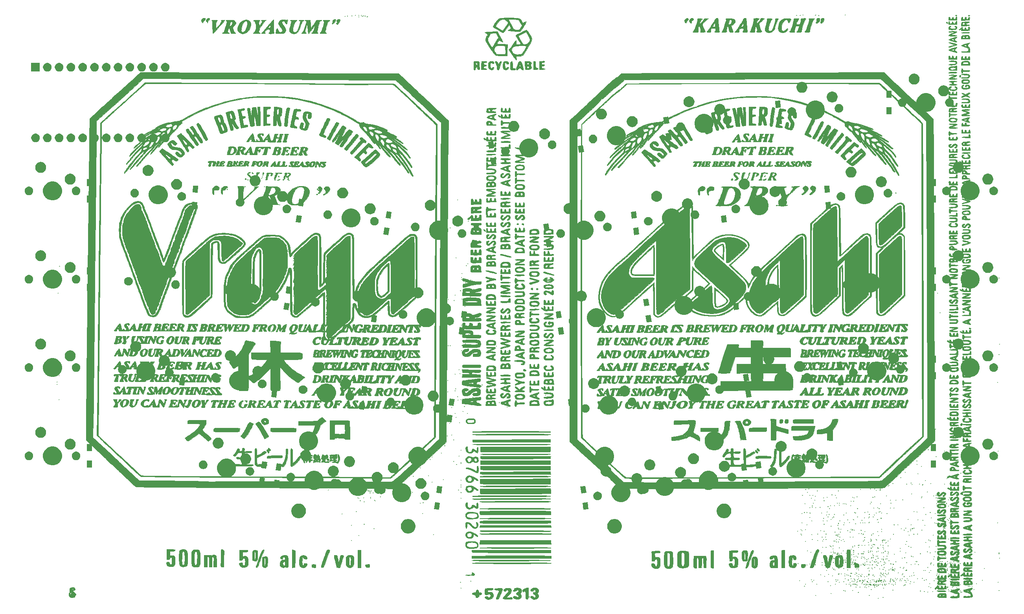
<source format=gbr>
G04 #@! TF.GenerationSoftware,KiCad,Pcbnew,(5.1.4)-1*
G04 #@! TF.CreationDate,2021-09-15T04:56:21-10:00*
G04 #@! TF.ProjectId,oya38split,6f796133-3873-4706-9c69-742e6b696361,rev?*
G04 #@! TF.SameCoordinates,Original*
G04 #@! TF.FileFunction,Soldermask,Top*
G04 #@! TF.FilePolarity,Negative*
%FSLAX46Y46*%
G04 Gerber Fmt 4.6, Leading zero omitted, Abs format (unit mm)*
G04 Created by KiCad (PCBNEW (5.1.4)-1) date 2021-09-15 04:56:21*
%MOMM*%
%LPD*%
G04 APERTURE LIST*
%ADD10C,0.010000*%
%ADD11C,0.100000*%
G04 APERTURE END LIST*
D10*
G36*
X151855365Y-142841926D02*
G01*
X151982125Y-142878146D01*
X152015854Y-142949124D01*
X152009590Y-143002872D01*
X151919868Y-143136856D01*
X151688780Y-143197871D01*
X151551187Y-143206395D01*
X151182312Y-143222090D01*
X150977097Y-143250034D01*
X150887601Y-143307696D01*
X150865883Y-143412551D01*
X150865416Y-143456321D01*
X150897143Y-143590824D01*
X151029459Y-143646950D01*
X151301295Y-143650146D01*
X151624354Y-143668382D01*
X151834331Y-143778044D01*
X151933942Y-143889033D01*
X152115854Y-144260155D01*
X152087567Y-144616947D01*
X151850541Y-144946537D01*
X151809796Y-144982258D01*
X151391288Y-145208777D01*
X150930912Y-145232990D01*
X150515000Y-145086499D01*
X150295283Y-144901566D01*
X150261691Y-144719237D01*
X150408453Y-144586410D01*
X150580995Y-144549959D01*
X150831523Y-144583779D01*
X150935246Y-144680077D01*
X151077627Y-144809319D01*
X151192223Y-144832916D01*
X151369098Y-144745048D01*
X151467028Y-144537657D01*
X151464075Y-144295066D01*
X151374452Y-144132428D01*
X151237254Y-144037285D01*
X151073199Y-144061864D01*
X150930607Y-144129701D01*
X150653493Y-144221538D01*
X150427532Y-144224776D01*
X150310445Y-144170299D01*
X150251681Y-144050557D01*
X150237859Y-143812850D01*
X150249113Y-143522085D01*
X150283333Y-142875000D01*
X151165069Y-142844122D01*
X151596154Y-142833055D01*
X151855365Y-142841926D01*
X151855365Y-142841926D01*
G37*
X151855365Y-142841926D02*
X151982125Y-142878146D01*
X152015854Y-142949124D01*
X152009590Y-143002872D01*
X151919868Y-143136856D01*
X151688780Y-143197871D01*
X151551187Y-143206395D01*
X151182312Y-143222090D01*
X150977097Y-143250034D01*
X150887601Y-143307696D01*
X150865883Y-143412551D01*
X150865416Y-143456321D01*
X150897143Y-143590824D01*
X151029459Y-143646950D01*
X151301295Y-143650146D01*
X151624354Y-143668382D01*
X151834331Y-143778044D01*
X151933942Y-143889033D01*
X152115854Y-144260155D01*
X152087567Y-144616947D01*
X151850541Y-144946537D01*
X151809796Y-144982258D01*
X151391288Y-145208777D01*
X150930912Y-145232990D01*
X150515000Y-145086499D01*
X150295283Y-144901566D01*
X150261691Y-144719237D01*
X150408453Y-144586410D01*
X150580995Y-144549959D01*
X150831523Y-144583779D01*
X150935246Y-144680077D01*
X151077627Y-144809319D01*
X151192223Y-144832916D01*
X151369098Y-144745048D01*
X151467028Y-144537657D01*
X151464075Y-144295066D01*
X151374452Y-144132428D01*
X151237254Y-144037285D01*
X151073199Y-144061864D01*
X150930607Y-144129701D01*
X150653493Y-144221538D01*
X150427532Y-144224776D01*
X150310445Y-144170299D01*
X150251681Y-144050557D01*
X150237859Y-143812850D01*
X150249113Y-143522085D01*
X150283333Y-142875000D01*
X151165069Y-142844122D01*
X151596154Y-142833055D01*
X151855365Y-142841926D01*
G36*
X153841874Y-142850586D02*
G01*
X153987836Y-142928176D01*
X154020048Y-143095023D01*
X153948864Y-143380853D01*
X153784635Y-143815393D01*
X153634848Y-144186838D01*
X153444696Y-144643831D01*
X153302429Y-144938495D01*
X153183558Y-145107410D01*
X153063596Y-145187158D01*
X152948937Y-145211493D01*
X152741718Y-145204864D01*
X152664583Y-145151193D01*
X152701608Y-145016387D01*
X152799909Y-144739128D01*
X152940319Y-144372745D01*
X152982083Y-144267657D01*
X153130726Y-143883689D01*
X153242118Y-143571661D01*
X153296965Y-143386374D01*
X153299583Y-143365876D01*
X153204596Y-143296291D01*
X152962970Y-143241557D01*
X152796875Y-143224757D01*
X152465043Y-143180800D01*
X152312605Y-143096642D01*
X152294166Y-143033750D01*
X152337687Y-142951193D01*
X152492162Y-142896677D01*
X152793456Y-142862419D01*
X153167291Y-142844261D01*
X153571810Y-142832523D01*
X153841874Y-142850586D01*
X153841874Y-142850586D01*
G37*
X153841874Y-142850586D02*
X153987836Y-142928176D01*
X154020048Y-143095023D01*
X153948864Y-143380853D01*
X153784635Y-143815393D01*
X153634848Y-144186838D01*
X153444696Y-144643831D01*
X153302429Y-144938495D01*
X153183558Y-145107410D01*
X153063596Y-145187158D01*
X152948937Y-145211493D01*
X152741718Y-145204864D01*
X152664583Y-145151193D01*
X152701608Y-145016387D01*
X152799909Y-144739128D01*
X152940319Y-144372745D01*
X152982083Y-144267657D01*
X153130726Y-143883689D01*
X153242118Y-143571661D01*
X153296965Y-143386374D01*
X153299583Y-143365876D01*
X153204596Y-143296291D01*
X152962970Y-143241557D01*
X152796875Y-143224757D01*
X152465043Y-143180800D01*
X152312605Y-143096642D01*
X152294166Y-143033750D01*
X152337687Y-142951193D01*
X152492162Y-142896677D01*
X152793456Y-142862419D01*
X153167291Y-142844261D01*
X153571810Y-142832523D01*
X153841874Y-142850586D01*
G36*
X155534037Y-142785551D02*
G01*
X155786043Y-142887631D01*
X155940646Y-143105953D01*
X155976286Y-143431160D01*
X155941367Y-143687859D01*
X155826559Y-143909612D01*
X155591991Y-144163530D01*
X155479077Y-144268021D01*
X155224401Y-144509687D01*
X155048399Y-144697531D01*
X154992916Y-144781591D01*
X155087673Y-144814588D01*
X155330510Y-144819947D01*
X155531883Y-144807745D01*
X155886918Y-144796128D01*
X156075925Y-144844094D01*
X156127041Y-144907281D01*
X156141754Y-145075735D01*
X156120335Y-145116609D01*
X155975892Y-145157950D01*
X155676154Y-145184375D01*
X155277099Y-145193893D01*
X154834704Y-145184516D01*
X154596041Y-145170789D01*
X154299375Y-145119993D01*
X154166450Y-145011260D01*
X154199566Y-144828076D01*
X154401018Y-144553925D01*
X154728992Y-144214948D01*
X155082630Y-143834146D01*
X155276134Y-143538112D01*
X155310416Y-143404104D01*
X155240691Y-143224507D01*
X155086924Y-143183535D01*
X154932223Y-143289956D01*
X154894597Y-143360236D01*
X154754445Y-143480648D01*
X154537738Y-143504063D01*
X154343647Y-143435398D01*
X154273124Y-143329433D01*
X154329037Y-143129248D01*
X154539661Y-142958246D01*
X154848420Y-142832948D01*
X155198738Y-142769876D01*
X155534037Y-142785551D01*
X155534037Y-142785551D01*
G37*
X155534037Y-142785551D02*
X155786043Y-142887631D01*
X155940646Y-143105953D01*
X155976286Y-143431160D01*
X155941367Y-143687859D01*
X155826559Y-143909612D01*
X155591991Y-144163530D01*
X155479077Y-144268021D01*
X155224401Y-144509687D01*
X155048399Y-144697531D01*
X154992916Y-144781591D01*
X155087673Y-144814588D01*
X155330510Y-144819947D01*
X155531883Y-144807745D01*
X155886918Y-144796128D01*
X156075925Y-144844094D01*
X156127041Y-144907281D01*
X156141754Y-145075735D01*
X156120335Y-145116609D01*
X155975892Y-145157950D01*
X155676154Y-145184375D01*
X155277099Y-145193893D01*
X154834704Y-145184516D01*
X154596041Y-145170789D01*
X154299375Y-145119993D01*
X154166450Y-145011260D01*
X154199566Y-144828076D01*
X154401018Y-144553925D01*
X154728992Y-144214948D01*
X155082630Y-143834146D01*
X155276134Y-143538112D01*
X155310416Y-143404104D01*
X155240691Y-143224507D01*
X155086924Y-143183535D01*
X154932223Y-143289956D01*
X154894597Y-143360236D01*
X154754445Y-143480648D01*
X154537738Y-143504063D01*
X154343647Y-143435398D01*
X154273124Y-143329433D01*
X154329037Y-143129248D01*
X154539661Y-142958246D01*
X154848420Y-142832948D01*
X155198738Y-142769876D01*
X155534037Y-142785551D01*
G36*
X157278175Y-142754123D02*
G01*
X157703671Y-142809048D01*
X157975272Y-142933032D01*
X157991695Y-142948243D01*
X158127715Y-143191073D01*
X158162770Y-143487378D01*
X158097019Y-143748549D01*
X157990052Y-143863603D01*
X157870379Y-143952984D01*
X157908466Y-144055244D01*
X157990052Y-144141005D01*
X158150652Y-144428904D01*
X158120017Y-144741076D01*
X157904087Y-145024820D01*
X157889060Y-145036901D01*
X157510368Y-145222124D01*
X157072887Y-145217302D01*
X156712708Y-145098466D01*
X156455144Y-144929351D01*
X156354339Y-144744673D01*
X156412853Y-144591505D01*
X156633246Y-144516917D01*
X156680991Y-144515416D01*
X156935375Y-144566218D01*
X157084476Y-144678461D01*
X157232984Y-144784081D01*
X157408288Y-144743296D01*
X157523140Y-144588016D01*
X157532916Y-144514446D01*
X157435363Y-144335421D01*
X157216482Y-144214146D01*
X156993575Y-144079697D01*
X156974423Y-143916895D01*
X157156805Y-143746127D01*
X157274155Y-143685354D01*
X157484631Y-143556085D01*
X157512228Y-143406823D01*
X157431923Y-143249624D01*
X157336051Y-143155344D01*
X157208843Y-143211786D01*
X157134169Y-143276083D01*
X156940863Y-143385368D01*
X156697602Y-143448557D01*
X156482099Y-143455322D01*
X156372071Y-143395336D01*
X156369447Y-143377708D01*
X156423064Y-143241665D01*
X156551490Y-143023393D01*
X156555510Y-143017279D01*
X156694084Y-142848089D01*
X156865917Y-142768512D01*
X157146791Y-142750951D01*
X157278175Y-142754123D01*
X157278175Y-142754123D01*
G37*
X157278175Y-142754123D02*
X157703671Y-142809048D01*
X157975272Y-142933032D01*
X157991695Y-142948243D01*
X158127715Y-143191073D01*
X158162770Y-143487378D01*
X158097019Y-143748549D01*
X157990052Y-143863603D01*
X157870379Y-143952984D01*
X157908466Y-144055244D01*
X157990052Y-144141005D01*
X158150652Y-144428904D01*
X158120017Y-144741076D01*
X157904087Y-145024820D01*
X157889060Y-145036901D01*
X157510368Y-145222124D01*
X157072887Y-145217302D01*
X156712708Y-145098466D01*
X156455144Y-144929351D01*
X156354339Y-144744673D01*
X156412853Y-144591505D01*
X156633246Y-144516917D01*
X156680991Y-144515416D01*
X156935375Y-144566218D01*
X157084476Y-144678461D01*
X157232984Y-144784081D01*
X157408288Y-144743296D01*
X157523140Y-144588016D01*
X157532916Y-144514446D01*
X157435363Y-144335421D01*
X157216482Y-144214146D01*
X156993575Y-144079697D01*
X156974423Y-143916895D01*
X157156805Y-143746127D01*
X157274155Y-143685354D01*
X157484631Y-143556085D01*
X157512228Y-143406823D01*
X157431923Y-143249624D01*
X157336051Y-143155344D01*
X157208843Y-143211786D01*
X157134169Y-143276083D01*
X156940863Y-143385368D01*
X156697602Y-143448557D01*
X156482099Y-143455322D01*
X156372071Y-143395336D01*
X156369447Y-143377708D01*
X156423064Y-143241665D01*
X156551490Y-143023393D01*
X156555510Y-143017279D01*
X156694084Y-142848089D01*
X156865917Y-142768512D01*
X157146791Y-142750951D01*
X157278175Y-142754123D01*
G36*
X159649583Y-143934371D02*
G01*
X159644286Y-144486458D01*
X159620916Y-144857969D01*
X159568248Y-145079885D01*
X159475060Y-145183187D01*
X159330130Y-145198855D01*
X159199791Y-145176040D01*
X159105541Y-145125232D01*
X159049341Y-144995586D01*
X159022069Y-144743750D01*
X159014600Y-144326372D01*
X159014583Y-144295989D01*
X159006349Y-143860009D01*
X158977301Y-143599349D01*
X158920919Y-143478149D01*
X158862079Y-143457083D01*
X158681157Y-143522705D01*
X158643099Y-143564643D01*
X158528795Y-143629818D01*
X158422048Y-143535971D01*
X158379583Y-143348727D01*
X158463275Y-143164175D01*
X158654889Y-142991518D01*
X158865234Y-142901917D01*
X158935208Y-142905432D01*
X159014181Y-142855408D01*
X159014583Y-142847420D01*
X159106772Y-142787076D01*
X159328812Y-142754086D01*
X159332083Y-142753948D01*
X159649583Y-142740973D01*
X159649583Y-143934371D01*
X159649583Y-143934371D01*
G37*
X159649583Y-143934371D02*
X159644286Y-144486458D01*
X159620916Y-144857969D01*
X159568248Y-145079885D01*
X159475060Y-145183187D01*
X159330130Y-145198855D01*
X159199791Y-145176040D01*
X159105541Y-145125232D01*
X159049341Y-144995586D01*
X159022069Y-144743750D01*
X159014600Y-144326372D01*
X159014583Y-144295989D01*
X159006349Y-143860009D01*
X158977301Y-143599349D01*
X158920919Y-143478149D01*
X158862079Y-143457083D01*
X158681157Y-143522705D01*
X158643099Y-143564643D01*
X158528795Y-143629818D01*
X158422048Y-143535971D01*
X158379583Y-143348727D01*
X158463275Y-143164175D01*
X158654889Y-142991518D01*
X158865234Y-142901917D01*
X158935208Y-142905432D01*
X159014181Y-142855408D01*
X159014583Y-142847420D01*
X159106772Y-142787076D01*
X159328812Y-142754086D01*
X159332083Y-142753948D01*
X159649583Y-142740973D01*
X159649583Y-143934371D01*
G36*
X161269797Y-142741483D02*
G01*
X161570128Y-142881383D01*
X161783798Y-143075528D01*
X161824264Y-143155644D01*
X161839732Y-143437788D01*
X161755507Y-143730623D01*
X161619693Y-143908811D01*
X161582558Y-144011512D01*
X161686875Y-144099278D01*
X161832121Y-144293033D01*
X161872083Y-144522231D01*
X161777609Y-144821572D01*
X161532074Y-145056941D01*
X161192304Y-145204171D01*
X160815127Y-145239098D01*
X160457371Y-145137556D01*
X160443333Y-145129784D01*
X160187781Y-144931725D01*
X160077933Y-144735419D01*
X160120498Y-144582805D01*
X160322183Y-144515820D01*
X160345059Y-144515416D01*
X160617159Y-144575166D01*
X160775952Y-144674166D01*
X160941953Y-144803492D01*
X161021653Y-144832916D01*
X161135198Y-144744603D01*
X161193037Y-144547160D01*
X161171896Y-144362854D01*
X161029823Y-144225764D01*
X160885257Y-144177646D01*
X160696438Y-144090678D01*
X160616991Y-143946484D01*
X160661874Y-143817711D01*
X160802266Y-143774583D01*
X161005218Y-143703798D01*
X161148908Y-143539631D01*
X161191456Y-143354362D01*
X161115718Y-143233578D01*
X160919831Y-143148107D01*
X160807472Y-143227441D01*
X160775477Y-143298333D01*
X160627732Y-143417676D01*
X160382415Y-143457083D01*
X160156343Y-143433936D01*
X160098865Y-143347987D01*
X160114510Y-143289677D01*
X160171355Y-143096368D01*
X160178750Y-143037933D01*
X160269632Y-142942461D01*
X160492349Y-142833109D01*
X160772003Y-142741441D01*
X160972500Y-142703447D01*
X161269797Y-142741483D01*
X161269797Y-142741483D01*
G37*
X161269797Y-142741483D02*
X161570128Y-142881383D01*
X161783798Y-143075528D01*
X161824264Y-143155644D01*
X161839732Y-143437788D01*
X161755507Y-143730623D01*
X161619693Y-143908811D01*
X161582558Y-144011512D01*
X161686875Y-144099278D01*
X161832121Y-144293033D01*
X161872083Y-144522231D01*
X161777609Y-144821572D01*
X161532074Y-145056941D01*
X161192304Y-145204171D01*
X160815127Y-145239098D01*
X160457371Y-145137556D01*
X160443333Y-145129784D01*
X160187781Y-144931725D01*
X160077933Y-144735419D01*
X160120498Y-144582805D01*
X160322183Y-144515820D01*
X160345059Y-144515416D01*
X160617159Y-144575166D01*
X160775952Y-144674166D01*
X160941953Y-144803492D01*
X161021653Y-144832916D01*
X161135198Y-144744603D01*
X161193037Y-144547160D01*
X161171896Y-144362854D01*
X161029823Y-144225764D01*
X160885257Y-144177646D01*
X160696438Y-144090678D01*
X160616991Y-143946484D01*
X160661874Y-143817711D01*
X160802266Y-143774583D01*
X161005218Y-143703798D01*
X161148908Y-143539631D01*
X161191456Y-143354362D01*
X161115718Y-143233578D01*
X160919831Y-143148107D01*
X160807472Y-143227441D01*
X160775477Y-143298333D01*
X160627732Y-143417676D01*
X160382415Y-143457083D01*
X160156343Y-143433936D01*
X160098865Y-143347987D01*
X160114510Y-143289677D01*
X160171355Y-143096368D01*
X160178750Y-143037933D01*
X160269632Y-142942461D01*
X160492349Y-142833109D01*
X160772003Y-142741441D01*
X160972500Y-142703447D01*
X161269797Y-142741483D01*
G36*
X235002916Y-144991666D02*
G01*
X234950000Y-145044583D01*
X234897083Y-144991666D01*
X234950000Y-144938750D01*
X235002916Y-144991666D01*
X235002916Y-144991666D01*
G37*
X235002916Y-144991666D02*
X234950000Y-145044583D01*
X234897083Y-144991666D01*
X234950000Y-144938750D01*
X235002916Y-144991666D01*
G36*
X61719632Y-142674042D02*
G01*
X61905487Y-142829482D01*
X61972333Y-143023580D01*
X61899623Y-143203180D01*
X61704489Y-143306872D01*
X61443562Y-143372360D01*
X61810323Y-143718260D01*
X62064541Y-143982982D01*
X62161345Y-144172599D01*
X62115047Y-144335753D01*
X62023373Y-144442341D01*
X61921313Y-144588085D01*
X61922942Y-144649331D01*
X61887614Y-144715819D01*
X61713570Y-144786576D01*
X61472439Y-144842265D01*
X61235851Y-144863546D01*
X61152894Y-144857228D01*
X60905268Y-144757942D01*
X60792934Y-144664146D01*
X60700762Y-144437767D01*
X60677175Y-144133475D01*
X60696895Y-144014625D01*
X60907083Y-144014625D01*
X60907083Y-144015174D01*
X60922212Y-144171891D01*
X61001873Y-144145189D01*
X61078355Y-144072001D01*
X61184840Y-143893157D01*
X61176876Y-143783012D01*
X61059690Y-143707976D01*
X60953485Y-143799184D01*
X60907083Y-144014625D01*
X60696895Y-144014625D01*
X60722987Y-143857382D01*
X60785903Y-143747596D01*
X60839670Y-143581728D01*
X60835099Y-143311656D01*
X60829063Y-143269977D01*
X60830359Y-143245416D01*
X61224583Y-143245416D01*
X61263306Y-143332529D01*
X61295138Y-143315972D01*
X61307805Y-143190372D01*
X61295138Y-143174861D01*
X61232221Y-143189388D01*
X61224583Y-143245416D01*
X60830359Y-143245416D01*
X60841529Y-143033750D01*
X61436250Y-143033750D01*
X61516786Y-143136507D01*
X61542083Y-143139583D01*
X61644841Y-143059046D01*
X61647916Y-143033750D01*
X61567380Y-142930992D01*
X61542083Y-142927916D01*
X61439325Y-143008453D01*
X61436250Y-143033750D01*
X60841529Y-143033750D01*
X60847533Y-142919990D01*
X61033098Y-142698527D01*
X61380288Y-142611538D01*
X61435311Y-142610416D01*
X61719632Y-142674042D01*
X61719632Y-142674042D01*
G37*
X61719632Y-142674042D02*
X61905487Y-142829482D01*
X61972333Y-143023580D01*
X61899623Y-143203180D01*
X61704489Y-143306872D01*
X61443562Y-143372360D01*
X61810323Y-143718260D01*
X62064541Y-143982982D01*
X62161345Y-144172599D01*
X62115047Y-144335753D01*
X62023373Y-144442341D01*
X61921313Y-144588085D01*
X61922942Y-144649331D01*
X61887614Y-144715819D01*
X61713570Y-144786576D01*
X61472439Y-144842265D01*
X61235851Y-144863546D01*
X61152894Y-144857228D01*
X60905268Y-144757942D01*
X60792934Y-144664146D01*
X60700762Y-144437767D01*
X60677175Y-144133475D01*
X60696895Y-144014625D01*
X60907083Y-144014625D01*
X60907083Y-144015174D01*
X60922212Y-144171891D01*
X61001873Y-144145189D01*
X61078355Y-144072001D01*
X61184840Y-143893157D01*
X61176876Y-143783012D01*
X61059690Y-143707976D01*
X60953485Y-143799184D01*
X60907083Y-144014625D01*
X60696895Y-144014625D01*
X60722987Y-143857382D01*
X60785903Y-143747596D01*
X60839670Y-143581728D01*
X60835099Y-143311656D01*
X60829063Y-143269977D01*
X60830359Y-143245416D01*
X61224583Y-143245416D01*
X61263306Y-143332529D01*
X61295138Y-143315972D01*
X61307805Y-143190372D01*
X61295138Y-143174861D01*
X61232221Y-143189388D01*
X61224583Y-143245416D01*
X60830359Y-143245416D01*
X60841529Y-143033750D01*
X61436250Y-143033750D01*
X61516786Y-143136507D01*
X61542083Y-143139583D01*
X61644841Y-143059046D01*
X61647916Y-143033750D01*
X61567380Y-142930992D01*
X61542083Y-142927916D01*
X61439325Y-143008453D01*
X61436250Y-143033750D01*
X60841529Y-143033750D01*
X60847533Y-142919990D01*
X61033098Y-142698527D01*
X61380288Y-142611538D01*
X61435311Y-142610416D01*
X61719632Y-142674042D01*
G36*
X249351228Y-143927968D02*
G01*
X249523833Y-144028724D01*
X249596725Y-144214407D01*
X249607916Y-144402199D01*
X249607916Y-144814116D01*
X248985630Y-144849974D01*
X248586042Y-144860801D01*
X248226283Y-144850193D01*
X248059589Y-144832236D01*
X247804881Y-144707827D01*
X247717772Y-144481655D01*
X247742848Y-144406261D01*
X248126250Y-144406261D01*
X248177523Y-144557880D01*
X248285000Y-144553688D01*
X248425655Y-144420435D01*
X248432499Y-144392030D01*
X248784210Y-144392030D01*
X248818526Y-144494648D01*
X248979297Y-144497863D01*
X249188217Y-144415081D01*
X249267456Y-144321302D01*
X249233139Y-144218685D01*
X249072369Y-144215469D01*
X248863449Y-144298252D01*
X248784210Y-144392030D01*
X248432499Y-144392030D01*
X248443750Y-144345343D01*
X248358788Y-144214920D01*
X248285000Y-144197916D01*
X248155652Y-144285795D01*
X248126250Y-144406261D01*
X247742848Y-144406261D01*
X247812253Y-144197587D01*
X247842880Y-144152794D01*
X248028813Y-144011115D01*
X248356482Y-143932210D01*
X248561249Y-143913203D01*
X249042502Y-143895131D01*
X249351228Y-143927968D01*
X249351228Y-143927968D01*
G37*
X249351228Y-143927968D02*
X249523833Y-144028724D01*
X249596725Y-144214407D01*
X249607916Y-144402199D01*
X249607916Y-144814116D01*
X248985630Y-144849974D01*
X248586042Y-144860801D01*
X248226283Y-144850193D01*
X248059589Y-144832236D01*
X247804881Y-144707827D01*
X247717772Y-144481655D01*
X247742848Y-144406261D01*
X248126250Y-144406261D01*
X248177523Y-144557880D01*
X248285000Y-144553688D01*
X248425655Y-144420435D01*
X248432499Y-144392030D01*
X248784210Y-144392030D01*
X248818526Y-144494648D01*
X248979297Y-144497863D01*
X249188217Y-144415081D01*
X249267456Y-144321302D01*
X249233139Y-144218685D01*
X249072369Y-144215469D01*
X248863449Y-144298252D01*
X248784210Y-144392030D01*
X248432499Y-144392030D01*
X248443750Y-144345343D01*
X248358788Y-144214920D01*
X248285000Y-144197916D01*
X248155652Y-144285795D01*
X248126250Y-144406261D01*
X247742848Y-144406261D01*
X247812253Y-144197587D01*
X247842880Y-144152794D01*
X248028813Y-144011115D01*
X248356482Y-143932210D01*
X248561249Y-143913203D01*
X249042502Y-143895131D01*
X249351228Y-143927968D01*
G36*
X252471462Y-142978306D02*
G01*
X252398197Y-143134292D01*
X252253750Y-143245416D01*
X252084189Y-143420008D01*
X252042083Y-143566640D01*
X252118743Y-143740898D01*
X252253750Y-143774583D01*
X252381503Y-143802914D01*
X252444728Y-143922778D01*
X252464686Y-144186483D01*
X252465416Y-144295340D01*
X252455323Y-144609304D01*
X252404472Y-144773109D01*
X252282004Y-144848033D01*
X252174375Y-144873276D01*
X251909502Y-144904351D01*
X251553463Y-144920289D01*
X251171073Y-144921664D01*
X250827149Y-144909054D01*
X250586507Y-144883034D01*
X250515473Y-144858529D01*
X250508565Y-144741932D01*
X250624213Y-144625439D01*
X250784220Y-144576234D01*
X250832737Y-144585947D01*
X250963773Y-144575249D01*
X250983750Y-144523016D01*
X251041781Y-144455469D01*
X251182405Y-144508453D01*
X251432702Y-144579037D01*
X251704120Y-144591552D01*
X251956906Y-144527464D01*
X252067078Y-144356543D01*
X252073354Y-144327682D01*
X252096421Y-144193888D01*
X252078209Y-144103383D01*
X251981255Y-144034375D01*
X251768098Y-143965074D01*
X251401275Y-143873689D01*
X251216561Y-143829305D01*
X250761310Y-143698434D01*
X250516512Y-143572843D01*
X250502575Y-143522063D01*
X251122878Y-143522063D01*
X251181344Y-143548771D01*
X251327708Y-143555478D01*
X251538734Y-143527737D01*
X251618750Y-143457083D01*
X251576147Y-143369127D01*
X251420209Y-143389805D01*
X251248333Y-143457083D01*
X251122878Y-143522063D01*
X250502575Y-143522063D01*
X250482356Y-143448398D01*
X250659029Y-143320966D01*
X251046722Y-143186414D01*
X251248333Y-143132830D01*
X251653307Y-143029036D01*
X252004573Y-142935467D01*
X252226466Y-142872280D01*
X252227291Y-142872022D01*
X252413022Y-142870126D01*
X252471462Y-142978306D01*
X252471462Y-142978306D01*
G37*
X252471462Y-142978306D02*
X252398197Y-143134292D01*
X252253750Y-143245416D01*
X252084189Y-143420008D01*
X252042083Y-143566640D01*
X252118743Y-143740898D01*
X252253750Y-143774583D01*
X252381503Y-143802914D01*
X252444728Y-143922778D01*
X252464686Y-144186483D01*
X252465416Y-144295340D01*
X252455323Y-144609304D01*
X252404472Y-144773109D01*
X252282004Y-144848033D01*
X252174375Y-144873276D01*
X251909502Y-144904351D01*
X251553463Y-144920289D01*
X251171073Y-144921664D01*
X250827149Y-144909054D01*
X250586507Y-144883034D01*
X250515473Y-144858529D01*
X250508565Y-144741932D01*
X250624213Y-144625439D01*
X250784220Y-144576234D01*
X250832737Y-144585947D01*
X250963773Y-144575249D01*
X250983750Y-144523016D01*
X251041781Y-144455469D01*
X251182405Y-144508453D01*
X251432702Y-144579037D01*
X251704120Y-144591552D01*
X251956906Y-144527464D01*
X252067078Y-144356543D01*
X252073354Y-144327682D01*
X252096421Y-144193888D01*
X252078209Y-144103383D01*
X251981255Y-144034375D01*
X251768098Y-143965074D01*
X251401275Y-143873689D01*
X251216561Y-143829305D01*
X250761310Y-143698434D01*
X250516512Y-143572843D01*
X250502575Y-143522063D01*
X251122878Y-143522063D01*
X251181344Y-143548771D01*
X251327708Y-143555478D01*
X251538734Y-143527737D01*
X251618750Y-143457083D01*
X251576147Y-143369127D01*
X251420209Y-143389805D01*
X251248333Y-143457083D01*
X251122878Y-143522063D01*
X250502575Y-143522063D01*
X250482356Y-143448398D01*
X250659029Y-143320966D01*
X251046722Y-143186414D01*
X251248333Y-143132830D01*
X251653307Y-143029036D01*
X252004573Y-142935467D01*
X252226466Y-142872280D01*
X252227291Y-142872022D01*
X252413022Y-142870126D01*
X252471462Y-142978306D01*
G36*
X255202113Y-142759853D02*
G01*
X255217083Y-142871276D01*
X255133053Y-143039708D01*
X255005416Y-143139583D01*
X254819627Y-143316643D01*
X254838887Y-143521674D01*
X254994389Y-143682299D01*
X255144864Y-143883514D01*
X255250338Y-144184325D01*
X255287264Y-144488981D01*
X255241792Y-144688309D01*
X255108153Y-144747534D01*
X254827492Y-144799394D01*
X254460721Y-144839818D01*
X254068752Y-144864735D01*
X253712497Y-144870073D01*
X253452868Y-144851760D01*
X253353628Y-144814517D01*
X253347008Y-144653662D01*
X253357104Y-144634024D01*
X253483722Y-144537560D01*
X253666944Y-144479052D01*
X253811977Y-144480972D01*
X253841250Y-144519248D01*
X253924953Y-144566553D01*
X254108633Y-144558352D01*
X254291145Y-144505116D01*
X254348540Y-144466737D01*
X254463184Y-144477110D01*
X254553953Y-144535987D01*
X254717466Y-144576985D01*
X254844729Y-144445550D01*
X254897942Y-144180909D01*
X254897962Y-144178968D01*
X254800772Y-144049549D01*
X254533937Y-143909763D01*
X254137808Y-143775761D01*
X253652740Y-143663695D01*
X253576666Y-143650096D01*
X253387781Y-143520295D01*
X253335855Y-143371551D01*
X253996957Y-143371551D01*
X254003606Y-143409076D01*
X254105833Y-143457083D01*
X254353118Y-143545038D01*
X254460936Y-143524360D01*
X254476250Y-143457083D01*
X254385131Y-143382675D01*
X254185208Y-143358688D01*
X253996957Y-143371551D01*
X253335855Y-143371551D01*
X253328390Y-143350168D01*
X253326261Y-143181534D01*
X253368764Y-143162318D01*
X253514349Y-143184030D01*
X253617040Y-143147786D01*
X253827250Y-143076832D01*
X254140846Y-143010716D01*
X254239671Y-142995656D01*
X254573519Y-142931244D01*
X254844953Y-142847754D01*
X254894172Y-142824979D01*
X255110910Y-142728461D01*
X255202113Y-142759853D01*
X255202113Y-142759853D01*
G37*
X255202113Y-142759853D02*
X255217083Y-142871276D01*
X255133053Y-143039708D01*
X255005416Y-143139583D01*
X254819627Y-143316643D01*
X254838887Y-143521674D01*
X254994389Y-143682299D01*
X255144864Y-143883514D01*
X255250338Y-144184325D01*
X255287264Y-144488981D01*
X255241792Y-144688309D01*
X255108153Y-144747534D01*
X254827492Y-144799394D01*
X254460721Y-144839818D01*
X254068752Y-144864735D01*
X253712497Y-144870073D01*
X253452868Y-144851760D01*
X253353628Y-144814517D01*
X253347008Y-144653662D01*
X253357104Y-144634024D01*
X253483722Y-144537560D01*
X253666944Y-144479052D01*
X253811977Y-144480972D01*
X253841250Y-144519248D01*
X253924953Y-144566553D01*
X254108633Y-144558352D01*
X254291145Y-144505116D01*
X254348540Y-144466737D01*
X254463184Y-144477110D01*
X254553953Y-144535987D01*
X254717466Y-144576985D01*
X254844729Y-144445550D01*
X254897942Y-144180909D01*
X254897962Y-144178968D01*
X254800772Y-144049549D01*
X254533937Y-143909763D01*
X254137808Y-143775761D01*
X253652740Y-143663695D01*
X253576666Y-143650096D01*
X253387781Y-143520295D01*
X253335855Y-143371551D01*
X253996957Y-143371551D01*
X254003606Y-143409076D01*
X254105833Y-143457083D01*
X254353118Y-143545038D01*
X254460936Y-143524360D01*
X254476250Y-143457083D01*
X254385131Y-143382675D01*
X254185208Y-143358688D01*
X253996957Y-143371551D01*
X253335855Y-143371551D01*
X253328390Y-143350168D01*
X253326261Y-143181534D01*
X253368764Y-143162318D01*
X253514349Y-143184030D01*
X253617040Y-143147786D01*
X253827250Y-143076832D01*
X254140846Y-143010716D01*
X254239671Y-142995656D01*
X254573519Y-142931244D01*
X254844953Y-142847754D01*
X254894172Y-142824979D01*
X255110910Y-142728461D01*
X255202113Y-142759853D01*
G36*
X148776811Y-143209549D02*
G01*
X148887855Y-143438235D01*
X148985067Y-143681884D01*
X149119344Y-143812923D01*
X149233314Y-143823503D01*
X149217725Y-143762812D01*
X149225977Y-143707602D01*
X149377363Y-143771165D01*
X149556257Y-143941709D01*
X149549396Y-144116771D01*
X149372605Y-144236307D01*
X149249682Y-144255610D01*
X149043554Y-144286858D01*
X148892591Y-144340182D01*
X148847792Y-144389682D01*
X148946501Y-144409583D01*
X149020501Y-144458815D01*
X148960416Y-144621250D01*
X148815171Y-144753172D01*
X148601151Y-144829520D01*
X148403804Y-144832921D01*
X148309747Y-144753541D01*
X148291443Y-144590088D01*
X148283288Y-144468421D01*
X148197036Y-144298882D01*
X147999342Y-144247595D01*
X147685721Y-144179423D01*
X147532487Y-144050351D01*
X147543719Y-143908548D01*
X147723495Y-143802182D01*
X147959293Y-143774583D01*
X148205767Y-143749803D01*
X148313751Y-143639843D01*
X148344845Y-143483541D01*
X148439513Y-143234476D01*
X148605227Y-143141333D01*
X148776811Y-143209549D01*
X148776811Y-143209549D01*
G37*
X148776811Y-143209549D02*
X148887855Y-143438235D01*
X148985067Y-143681884D01*
X149119344Y-143812923D01*
X149233314Y-143823503D01*
X149217725Y-143762812D01*
X149225977Y-143707602D01*
X149377363Y-143771165D01*
X149556257Y-143941709D01*
X149549396Y-144116771D01*
X149372605Y-144236307D01*
X149249682Y-144255610D01*
X149043554Y-144286858D01*
X148892591Y-144340182D01*
X148847792Y-144389682D01*
X148946501Y-144409583D01*
X149020501Y-144458815D01*
X148960416Y-144621250D01*
X148815171Y-144753172D01*
X148601151Y-144829520D01*
X148403804Y-144832921D01*
X148309747Y-144753541D01*
X148291443Y-144590088D01*
X148283288Y-144468421D01*
X148197036Y-144298882D01*
X147999342Y-144247595D01*
X147685721Y-144179423D01*
X147532487Y-144050351D01*
X147543719Y-143908548D01*
X147723495Y-143802182D01*
X147959293Y-143774583D01*
X148205767Y-143749803D01*
X148313751Y-143639843D01*
X148344845Y-143483541D01*
X148439513Y-143234476D01*
X148605227Y-143141333D01*
X148776811Y-143209549D01*
G36*
X236061250Y-144780000D02*
G01*
X236008333Y-144832916D01*
X235955416Y-144780000D01*
X236008333Y-144727083D01*
X236061250Y-144780000D01*
X236061250Y-144780000D01*
G37*
X236061250Y-144780000D02*
X236008333Y-144832916D01*
X235955416Y-144780000D01*
X236008333Y-144727083D01*
X236061250Y-144780000D01*
G36*
X159861250Y-144674166D02*
G01*
X159808333Y-144727083D01*
X159755416Y-144674166D01*
X159808333Y-144621250D01*
X159861250Y-144674166D01*
X159861250Y-144674166D01*
G37*
X159861250Y-144674166D02*
X159808333Y-144727083D01*
X159755416Y-144674166D01*
X159808333Y-144621250D01*
X159861250Y-144674166D01*
G36*
X221562083Y-144356666D02*
G01*
X221509166Y-144409583D01*
X221456250Y-144356666D01*
X221509166Y-144303750D01*
X221562083Y-144356666D01*
X221562083Y-144356666D01*
G37*
X221562083Y-144356666D02*
X221509166Y-144409583D01*
X221456250Y-144356666D01*
X221509166Y-144303750D01*
X221562083Y-144356666D01*
G36*
X233097916Y-144356666D02*
G01*
X233045000Y-144409583D01*
X232992083Y-144356666D01*
X233045000Y-144303750D01*
X233097916Y-144356666D01*
X233097916Y-144356666D01*
G37*
X233097916Y-144356666D02*
X233045000Y-144409583D01*
X232992083Y-144356666D01*
X233045000Y-144303750D01*
X233097916Y-144356666D01*
G36*
X224842916Y-143933333D02*
G01*
X224790000Y-143986250D01*
X224737083Y-143933333D01*
X224790000Y-143880416D01*
X224842916Y-143933333D01*
X224842916Y-143933333D01*
G37*
X224842916Y-143933333D02*
X224790000Y-143986250D01*
X224737083Y-143933333D01*
X224790000Y-143880416D01*
X224842916Y-143933333D01*
G36*
X230734305Y-143704027D02*
G01*
X230719777Y-143766945D01*
X230663750Y-143774583D01*
X230576637Y-143735860D01*
X230593194Y-143704027D01*
X230718793Y-143691361D01*
X230734305Y-143704027D01*
X230734305Y-143704027D01*
G37*
X230734305Y-143704027D02*
X230719777Y-143766945D01*
X230663750Y-143774583D01*
X230576637Y-143735860D01*
X230593194Y-143704027D01*
X230718793Y-143691361D01*
X230734305Y-143704027D01*
G36*
X252782916Y-143721666D02*
G01*
X252730000Y-143774583D01*
X252677083Y-143721666D01*
X252730000Y-143668750D01*
X252782916Y-143721666D01*
X252782916Y-143721666D01*
G37*
X252782916Y-143721666D02*
X252730000Y-143774583D01*
X252677083Y-143721666D01*
X252730000Y-143668750D01*
X252782916Y-143721666D01*
G36*
X160813750Y-143615833D02*
G01*
X160760833Y-143668750D01*
X160707916Y-143615833D01*
X160760833Y-143562916D01*
X160813750Y-143615833D01*
X160813750Y-143615833D01*
G37*
X160813750Y-143615833D02*
X160760833Y-143668750D01*
X160707916Y-143615833D01*
X160760833Y-143562916D01*
X160813750Y-143615833D01*
G36*
X245692083Y-143615833D02*
G01*
X245639166Y-143668750D01*
X245586250Y-143615833D01*
X245639166Y-143562916D01*
X245692083Y-143615833D01*
X245692083Y-143615833D01*
G37*
X245692083Y-143615833D02*
X245639166Y-143668750D01*
X245586250Y-143615833D01*
X245639166Y-143562916D01*
X245692083Y-143615833D01*
G36*
X249173992Y-143341518D02*
G01*
X249475737Y-143382945D01*
X249585897Y-143443943D01*
X249520351Y-143527766D01*
X249277256Y-143569015D01*
X249219861Y-143571014D01*
X248826936Y-143584262D01*
X248414287Y-143605663D01*
X248380507Y-143607848D01*
X248049289Y-143592233D01*
X247787379Y-143515875D01*
X247751737Y-143493918D01*
X247659044Y-143423981D01*
X247629760Y-143377950D01*
X247693964Y-143350604D01*
X247881740Y-143336724D01*
X248223166Y-143331089D01*
X248703953Y-143328677D01*
X249173992Y-143341518D01*
X249173992Y-143341518D01*
G37*
X249173992Y-143341518D02*
X249475737Y-143382945D01*
X249585897Y-143443943D01*
X249520351Y-143527766D01*
X249277256Y-143569015D01*
X249219861Y-143571014D01*
X248826936Y-143584262D01*
X248414287Y-143605663D01*
X248380507Y-143607848D01*
X248049289Y-143592233D01*
X247787379Y-143515875D01*
X247751737Y-143493918D01*
X247659044Y-143423981D01*
X247629760Y-143377950D01*
X247693964Y-143350604D01*
X247881740Y-143336724D01*
X248223166Y-143331089D01*
X248703953Y-143328677D01*
X249173992Y-143341518D01*
G36*
X252994583Y-143615833D02*
G01*
X252941666Y-143668750D01*
X252888750Y-143615833D01*
X252941666Y-143562916D01*
X252994583Y-143615833D01*
X252994583Y-143615833D01*
G37*
X252994583Y-143615833D02*
X252941666Y-143668750D01*
X252888750Y-143615833D01*
X252941666Y-143562916D01*
X252994583Y-143615833D01*
G36*
X244951250Y-143510000D02*
G01*
X244898333Y-143562916D01*
X244845416Y-143510000D01*
X244898333Y-143457083D01*
X244951250Y-143510000D01*
X244951250Y-143510000D01*
G37*
X244951250Y-143510000D02*
X244898333Y-143562916D01*
X244845416Y-143510000D01*
X244898333Y-143457083D01*
X244951250Y-143510000D01*
G36*
X246750416Y-143510000D02*
G01*
X246697500Y-143562916D01*
X246644583Y-143510000D01*
X246697500Y-143457083D01*
X246750416Y-143510000D01*
X246750416Y-143510000D01*
G37*
X246750416Y-143510000D02*
X246697500Y-143562916D01*
X246644583Y-143510000D01*
X246697500Y-143457083D01*
X246750416Y-143510000D01*
G36*
X227912083Y-143404166D02*
G01*
X227859166Y-143457083D01*
X227806250Y-143404166D01*
X227859166Y-143351250D01*
X227912083Y-143404166D01*
X227912083Y-143404166D01*
G37*
X227912083Y-143404166D02*
X227859166Y-143457083D01*
X227806250Y-143404166D01*
X227859166Y-143351250D01*
X227912083Y-143404166D01*
G36*
X244104583Y-143404166D02*
G01*
X244051666Y-143457083D01*
X243998750Y-143404166D01*
X244051666Y-143351250D01*
X244104583Y-143404166D01*
X244104583Y-143404166D01*
G37*
X244104583Y-143404166D02*
X244051666Y-143457083D01*
X243998750Y-143404166D01*
X244051666Y-143351250D01*
X244104583Y-143404166D01*
G36*
X250242916Y-143404166D02*
G01*
X250190000Y-143457083D01*
X250137083Y-143404166D01*
X250190000Y-143351250D01*
X250242916Y-143404166D01*
X250242916Y-143404166D01*
G37*
X250242916Y-143404166D02*
X250190000Y-143457083D01*
X250137083Y-143404166D01*
X250190000Y-143351250D01*
X250242916Y-143404166D01*
G36*
X252677083Y-143404166D02*
G01*
X252624166Y-143457083D01*
X252571250Y-143404166D01*
X252624166Y-143351250D01*
X252677083Y-143404166D01*
X252677083Y-143404166D01*
G37*
X252677083Y-143404166D02*
X252624166Y-143457083D01*
X252571250Y-143404166D01*
X252624166Y-143351250D01*
X252677083Y-143404166D01*
G36*
X227594583Y-143298333D02*
G01*
X227541666Y-143351250D01*
X227488750Y-143298333D01*
X227541666Y-143245416D01*
X227594583Y-143298333D01*
X227594583Y-143298333D01*
G37*
X227594583Y-143298333D02*
X227541666Y-143351250D01*
X227488750Y-143298333D01*
X227541666Y-143245416D01*
X227594583Y-143298333D01*
G36*
X229499583Y-143298333D02*
G01*
X229446666Y-143351250D01*
X229393750Y-143298333D01*
X229446666Y-143245416D01*
X229499583Y-143298333D01*
X229499583Y-143298333D01*
G37*
X229499583Y-143298333D02*
X229446666Y-143351250D01*
X229393750Y-143298333D01*
X229446666Y-143245416D01*
X229499583Y-143298333D01*
G36*
X261037916Y-143298333D02*
G01*
X260985000Y-143351250D01*
X260932083Y-143298333D01*
X260985000Y-143245416D01*
X261037916Y-143298333D01*
X261037916Y-143298333D01*
G37*
X261037916Y-143298333D02*
X260985000Y-143351250D01*
X260932083Y-143298333D01*
X260985000Y-143245416D01*
X261037916Y-143298333D01*
G36*
X238177916Y-143192500D02*
G01*
X238125000Y-143245416D01*
X238072083Y-143192500D01*
X238125000Y-143139583D01*
X238177916Y-143192500D01*
X238177916Y-143192500D01*
G37*
X238177916Y-143192500D02*
X238125000Y-143245416D01*
X238072083Y-143192500D01*
X238125000Y-143139583D01*
X238177916Y-143192500D01*
G36*
X233521250Y-143086666D02*
G01*
X233468333Y-143139583D01*
X233415416Y-143086666D01*
X233468333Y-143033750D01*
X233521250Y-143086666D01*
X233521250Y-143086666D01*
G37*
X233521250Y-143086666D02*
X233468333Y-143139583D01*
X233415416Y-143086666D01*
X233468333Y-143033750D01*
X233521250Y-143086666D01*
G36*
X249551208Y-142282014D02*
G01*
X249606213Y-142538121D01*
X249607916Y-142602640D01*
X249607916Y-143018198D01*
X248694866Y-143052432D01*
X248249911Y-143064794D01*
X247971089Y-143055794D01*
X247813288Y-143017386D01*
X247731394Y-142941521D01*
X247700050Y-142875000D01*
X247629876Y-142730769D01*
X247573095Y-142779271D01*
X247543443Y-142848541D01*
X247408083Y-143004848D01*
X247313416Y-143033750D01*
X247196087Y-142969514D01*
X247205993Y-142821145D01*
X247321674Y-142655147D01*
X247466862Y-142558236D01*
X247632757Y-142440007D01*
X247663080Y-142341757D01*
X247712365Y-142243506D01*
X247814029Y-142215784D01*
X247975586Y-142279141D01*
X248040526Y-142484275D01*
X248129902Y-142733103D01*
X248280417Y-142811730D01*
X248431254Y-142715883D01*
X248510004Y-142517271D01*
X248568061Y-142308642D01*
X248643727Y-142279689D01*
X248720617Y-142342998D01*
X248845839Y-142552281D01*
X248867083Y-142663533D01*
X248922065Y-142805113D01*
X249047034Y-142807274D01*
X249182027Y-142697677D01*
X249267079Y-142503984D01*
X249270988Y-142477220D01*
X249341938Y-142236056D01*
X249449230Y-142176156D01*
X249551208Y-142282014D01*
X249551208Y-142282014D01*
G37*
X249551208Y-142282014D02*
X249606213Y-142538121D01*
X249607916Y-142602640D01*
X249607916Y-143018198D01*
X248694866Y-143052432D01*
X248249911Y-143064794D01*
X247971089Y-143055794D01*
X247813288Y-143017386D01*
X247731394Y-142941521D01*
X247700050Y-142875000D01*
X247629876Y-142730769D01*
X247573095Y-142779271D01*
X247543443Y-142848541D01*
X247408083Y-143004848D01*
X247313416Y-143033750D01*
X247196087Y-142969514D01*
X247205993Y-142821145D01*
X247321674Y-142655147D01*
X247466862Y-142558236D01*
X247632757Y-142440007D01*
X247663080Y-142341757D01*
X247712365Y-142243506D01*
X247814029Y-142215784D01*
X247975586Y-142279141D01*
X248040526Y-142484275D01*
X248129902Y-142733103D01*
X248280417Y-142811730D01*
X248431254Y-142715883D01*
X248510004Y-142517271D01*
X248568061Y-142308642D01*
X248643727Y-142279689D01*
X248720617Y-142342998D01*
X248845839Y-142552281D01*
X248867083Y-142663533D01*
X248922065Y-142805113D01*
X249047034Y-142807274D01*
X249182027Y-142697677D01*
X249267079Y-142503984D01*
X249270988Y-142477220D01*
X249341938Y-142236056D01*
X249449230Y-142176156D01*
X249551208Y-142282014D01*
G36*
X250137083Y-143086666D02*
G01*
X250084166Y-143139583D01*
X250031250Y-143086666D01*
X250084166Y-143033750D01*
X250137083Y-143086666D01*
X250137083Y-143086666D01*
G37*
X250137083Y-143086666D02*
X250084166Y-143139583D01*
X250031250Y-143086666D01*
X250084166Y-143033750D01*
X250137083Y-143086666D01*
G36*
X250772083Y-143086666D02*
G01*
X250719166Y-143139583D01*
X250666250Y-143086666D01*
X250719166Y-143033750D01*
X250772083Y-143086666D01*
X250772083Y-143086666D01*
G37*
X250772083Y-143086666D02*
X250719166Y-143139583D01*
X250666250Y-143086666D01*
X250719166Y-143033750D01*
X250772083Y-143086666D01*
G36*
X255640416Y-143086666D02*
G01*
X255587500Y-143139583D01*
X255534583Y-143086666D01*
X255587500Y-143033750D01*
X255640416Y-143086666D01*
X255640416Y-143086666D01*
G37*
X255640416Y-143086666D02*
X255587500Y-143139583D01*
X255534583Y-143086666D01*
X255587500Y-143033750D01*
X255640416Y-143086666D01*
G36*
X145150416Y-142769166D02*
G01*
X145097500Y-142822083D01*
X145044583Y-142769166D01*
X145097500Y-142716250D01*
X145150416Y-142769166D01*
X145150416Y-142769166D01*
G37*
X145150416Y-142769166D02*
X145097500Y-142822083D01*
X145044583Y-142769166D01*
X145097500Y-142716250D01*
X145150416Y-142769166D01*
G36*
X236167083Y-142769166D02*
G01*
X236114166Y-142822083D01*
X236061250Y-142769166D01*
X236114166Y-142716250D01*
X236167083Y-142769166D01*
X236167083Y-142769166D01*
G37*
X236167083Y-142769166D02*
X236114166Y-142822083D01*
X236061250Y-142769166D01*
X236114166Y-142716250D01*
X236167083Y-142769166D01*
G36*
X232462916Y-142663333D02*
G01*
X232410000Y-142716250D01*
X232357083Y-142663333D01*
X232410000Y-142610416D01*
X232462916Y-142663333D01*
X232462916Y-142663333D01*
G37*
X232462916Y-142663333D02*
X232410000Y-142716250D01*
X232357083Y-142663333D01*
X232410000Y-142610416D01*
X232462916Y-142663333D01*
G36*
X246327083Y-142663333D02*
G01*
X246274166Y-142716250D01*
X246221250Y-142663333D01*
X246274166Y-142610416D01*
X246327083Y-142663333D01*
X246327083Y-142663333D01*
G37*
X246327083Y-142663333D02*
X246274166Y-142716250D01*
X246221250Y-142663333D01*
X246274166Y-142610416D01*
X246327083Y-142663333D01*
G36*
X249994870Y-142569420D02*
G01*
X249978333Y-142610416D01*
X249883230Y-142711379D01*
X249866254Y-142716250D01*
X249820796Y-142634367D01*
X249819583Y-142610416D01*
X249900942Y-142508650D01*
X249931662Y-142504583D01*
X249994870Y-142569420D01*
X249994870Y-142569420D01*
G37*
X249994870Y-142569420D02*
X249978333Y-142610416D01*
X249883230Y-142711379D01*
X249866254Y-142716250D01*
X249820796Y-142634367D01*
X249819583Y-142610416D01*
X249900942Y-142508650D01*
X249931662Y-142504583D01*
X249994870Y-142569420D01*
G36*
X251936250Y-142663333D02*
G01*
X251883333Y-142716250D01*
X251830416Y-142663333D01*
X251883333Y-142610416D01*
X251936250Y-142663333D01*
X251936250Y-142663333D01*
G37*
X251936250Y-142663333D02*
X251883333Y-142716250D01*
X251830416Y-142663333D01*
X251883333Y-142610416D01*
X251936250Y-142663333D01*
G36*
X230240416Y-142557500D02*
G01*
X230187500Y-142610416D01*
X230134583Y-142557500D01*
X230187500Y-142504583D01*
X230240416Y-142557500D01*
X230240416Y-142557500D01*
G37*
X230240416Y-142557500D02*
X230187500Y-142610416D01*
X230134583Y-142557500D01*
X230187500Y-142504583D01*
X230240416Y-142557500D01*
G36*
X231087083Y-142557500D02*
G01*
X231034166Y-142610416D01*
X230981250Y-142557500D01*
X231034166Y-142504583D01*
X231087083Y-142557500D01*
X231087083Y-142557500D01*
G37*
X231087083Y-142557500D02*
X231034166Y-142610416D01*
X230981250Y-142557500D01*
X231034166Y-142504583D01*
X231087083Y-142557500D01*
G36*
X232145416Y-142557500D02*
G01*
X232092500Y-142610416D01*
X232039583Y-142557500D01*
X232092500Y-142504583D01*
X232145416Y-142557500D01*
X232145416Y-142557500D01*
G37*
X232145416Y-142557500D02*
X232092500Y-142610416D01*
X232039583Y-142557500D01*
X232092500Y-142504583D01*
X232145416Y-142557500D01*
G36*
X234262083Y-142557500D02*
G01*
X234209166Y-142610416D01*
X234156250Y-142557500D01*
X234209166Y-142504583D01*
X234262083Y-142557500D01*
X234262083Y-142557500D01*
G37*
X234262083Y-142557500D02*
X234209166Y-142610416D01*
X234156250Y-142557500D01*
X234209166Y-142504583D01*
X234262083Y-142557500D01*
G36*
X250983750Y-142557500D02*
G01*
X250930833Y-142610416D01*
X250877916Y-142557500D01*
X250930833Y-142504583D01*
X250983750Y-142557500D01*
X250983750Y-142557500D01*
G37*
X250983750Y-142557500D02*
X250930833Y-142610416D01*
X250877916Y-142557500D01*
X250930833Y-142504583D01*
X250983750Y-142557500D01*
G36*
X232992083Y-142451666D02*
G01*
X232939166Y-142504583D01*
X232886250Y-142451666D01*
X232939166Y-142398750D01*
X232992083Y-142451666D01*
X232992083Y-142451666D01*
G37*
X232992083Y-142451666D02*
X232939166Y-142504583D01*
X232886250Y-142451666D01*
X232939166Y-142398750D01*
X232992083Y-142451666D01*
G36*
X245903750Y-142451666D02*
G01*
X245850833Y-142504583D01*
X245797916Y-142451666D01*
X245850833Y-142398750D01*
X245903750Y-142451666D01*
X245903750Y-142451666D01*
G37*
X245903750Y-142451666D02*
X245850833Y-142504583D01*
X245797916Y-142451666D01*
X245850833Y-142398750D01*
X245903750Y-142451666D01*
G36*
X251195416Y-142451666D02*
G01*
X251142500Y-142504583D01*
X251089583Y-142451666D01*
X251142500Y-142398750D01*
X251195416Y-142451666D01*
X251195416Y-142451666D01*
G37*
X251195416Y-142451666D02*
X251142500Y-142504583D01*
X251089583Y-142451666D01*
X251142500Y-142398750D01*
X251195416Y-142451666D01*
G36*
X254370416Y-142451666D02*
G01*
X254317500Y-142504583D01*
X254264583Y-142451666D01*
X254317500Y-142398750D01*
X254370416Y-142451666D01*
X254370416Y-142451666D01*
G37*
X254370416Y-142451666D02*
X254317500Y-142504583D01*
X254264583Y-142451666D01*
X254317500Y-142398750D01*
X254370416Y-142451666D01*
G36*
X219127916Y-142345833D02*
G01*
X219075000Y-142398750D01*
X219022083Y-142345833D01*
X219075000Y-142292916D01*
X219127916Y-142345833D01*
X219127916Y-142345833D01*
G37*
X219127916Y-142345833D02*
X219075000Y-142398750D01*
X219022083Y-142345833D01*
X219075000Y-142292916D01*
X219127916Y-142345833D01*
G36*
X229076250Y-142345833D02*
G01*
X229023333Y-142398750D01*
X228970416Y-142345833D01*
X229023333Y-142292916D01*
X229076250Y-142345833D01*
X229076250Y-142345833D01*
G37*
X229076250Y-142345833D02*
X229023333Y-142398750D01*
X228970416Y-142345833D01*
X229023333Y-142292916D01*
X229076250Y-142345833D01*
G36*
X234755972Y-142328194D02*
G01*
X234741444Y-142391112D01*
X234685416Y-142398750D01*
X234598303Y-142360027D01*
X234614861Y-142328194D01*
X234740460Y-142315528D01*
X234755972Y-142328194D01*
X234755972Y-142328194D01*
G37*
X234755972Y-142328194D02*
X234741444Y-142391112D01*
X234685416Y-142398750D01*
X234598303Y-142360027D01*
X234614861Y-142328194D01*
X234740460Y-142315528D01*
X234755972Y-142328194D01*
G36*
X248302638Y-142222361D02*
G01*
X248315305Y-142347960D01*
X248302638Y-142363472D01*
X248239721Y-142348944D01*
X248232083Y-142292916D01*
X248270806Y-142205803D01*
X248302638Y-142222361D01*
X248302638Y-142222361D01*
G37*
X248302638Y-142222361D02*
X248315305Y-142347960D01*
X248302638Y-142363472D01*
X248239721Y-142348944D01*
X248232083Y-142292916D01*
X248270806Y-142205803D01*
X248302638Y-142222361D01*
G36*
X254582083Y-142345833D02*
G01*
X254529166Y-142398750D01*
X254476250Y-142345833D01*
X254529166Y-142292916D01*
X254582083Y-142345833D01*
X254582083Y-142345833D01*
G37*
X254582083Y-142345833D02*
X254529166Y-142398750D01*
X254476250Y-142345833D01*
X254529166Y-142292916D01*
X254582083Y-142345833D01*
G36*
X254793750Y-142345833D02*
G01*
X254740833Y-142398750D01*
X254687916Y-142345833D01*
X254740833Y-142292916D01*
X254793750Y-142345833D01*
X254793750Y-142345833D01*
G37*
X254793750Y-142345833D02*
X254740833Y-142398750D01*
X254687916Y-142345833D01*
X254740833Y-142292916D01*
X254793750Y-142345833D01*
G36*
X255217083Y-142345833D02*
G01*
X255164166Y-142398750D01*
X255111250Y-142345833D01*
X255164166Y-142292916D01*
X255217083Y-142345833D01*
X255217083Y-142345833D01*
G37*
X255217083Y-142345833D02*
X255164166Y-142398750D01*
X255111250Y-142345833D01*
X255164166Y-142292916D01*
X255217083Y-142345833D01*
G36*
X224737083Y-142240000D02*
G01*
X224684166Y-142292916D01*
X224631250Y-142240000D01*
X224684166Y-142187083D01*
X224737083Y-142240000D01*
X224737083Y-142240000D01*
G37*
X224737083Y-142240000D02*
X224684166Y-142292916D01*
X224631250Y-142240000D01*
X224684166Y-142187083D01*
X224737083Y-142240000D01*
G36*
X232357083Y-142240000D02*
G01*
X232304166Y-142292916D01*
X232251250Y-142240000D01*
X232304166Y-142187083D01*
X232357083Y-142240000D01*
X232357083Y-142240000D01*
G37*
X232357083Y-142240000D02*
X232304166Y-142292916D01*
X232251250Y-142240000D01*
X232304166Y-142187083D01*
X232357083Y-142240000D01*
G36*
X234228879Y-142149612D02*
G01*
X234209166Y-142187083D01*
X234109448Y-142288154D01*
X234090841Y-142292916D01*
X234083620Y-142224553D01*
X234103333Y-142187083D01*
X234203051Y-142086012D01*
X234221658Y-142081250D01*
X234228879Y-142149612D01*
X234228879Y-142149612D01*
G37*
X234228879Y-142149612D02*
X234209166Y-142187083D01*
X234109448Y-142288154D01*
X234090841Y-142292916D01*
X234083620Y-142224553D01*
X234103333Y-142187083D01*
X234203051Y-142086012D01*
X234221658Y-142081250D01*
X234228879Y-142149612D01*
G36*
X240506250Y-142240000D02*
G01*
X240453333Y-142292916D01*
X240400416Y-142240000D01*
X240453333Y-142187083D01*
X240506250Y-142240000D01*
X240506250Y-142240000D01*
G37*
X240506250Y-142240000D02*
X240453333Y-142292916D01*
X240400416Y-142240000D01*
X240453333Y-142187083D01*
X240506250Y-142240000D01*
G36*
X250437500Y-141261897D02*
G01*
X250507500Y-141279488D01*
X250794984Y-141322028D01*
X251198051Y-141344347D01*
X251621265Y-141342787D01*
X251830416Y-141330215D01*
X252187720Y-141349436D01*
X252390134Y-141501001D01*
X252463809Y-141807590D01*
X252465416Y-141880906D01*
X252465416Y-142292916D01*
X251509595Y-142292916D01*
X251008138Y-142282804D01*
X250690388Y-142249953D01*
X250529232Y-142190590D01*
X250499858Y-142152417D01*
X250495091Y-141955496D01*
X250523735Y-141843674D01*
X250904191Y-141843674D01*
X250956319Y-141933486D01*
X251071157Y-141947705D01*
X251221168Y-141879167D01*
X251223666Y-141790547D01*
X251223279Y-141790208D01*
X251638897Y-141790208D01*
X251675712Y-141940222D01*
X251830416Y-141975416D01*
X252004117Y-141921852D01*
X252021935Y-141790208D01*
X251917578Y-141632759D01*
X251830416Y-141605000D01*
X251680981Y-141692980D01*
X251638897Y-141790208D01*
X251223279Y-141790208D01*
X251107163Y-141688612D01*
X250963383Y-141743924D01*
X250904191Y-141843674D01*
X250523735Y-141843674D01*
X250552288Y-141732211D01*
X250604581Y-141506224D01*
X250522711Y-141369970D01*
X250477233Y-141338490D01*
X250362328Y-141257426D01*
X250437500Y-141261897D01*
X250437500Y-141261897D01*
G37*
X250437500Y-141261897D02*
X250507500Y-141279488D01*
X250794984Y-141322028D01*
X251198051Y-141344347D01*
X251621265Y-141342787D01*
X251830416Y-141330215D01*
X252187720Y-141349436D01*
X252390134Y-141501001D01*
X252463809Y-141807590D01*
X252465416Y-141880906D01*
X252465416Y-142292916D01*
X251509595Y-142292916D01*
X251008138Y-142282804D01*
X250690388Y-142249953D01*
X250529232Y-142190590D01*
X250499858Y-142152417D01*
X250495091Y-141955496D01*
X250523735Y-141843674D01*
X250904191Y-141843674D01*
X250956319Y-141933486D01*
X251071157Y-141947705D01*
X251221168Y-141879167D01*
X251223666Y-141790547D01*
X251223279Y-141790208D01*
X251638897Y-141790208D01*
X251675712Y-141940222D01*
X251830416Y-141975416D01*
X252004117Y-141921852D01*
X252021935Y-141790208D01*
X251917578Y-141632759D01*
X251830416Y-141605000D01*
X251680981Y-141692980D01*
X251638897Y-141790208D01*
X251223279Y-141790208D01*
X251107163Y-141688612D01*
X250963383Y-141743924D01*
X250904191Y-141843674D01*
X250523735Y-141843674D01*
X250552288Y-141732211D01*
X250604581Y-141506224D01*
X250522711Y-141369970D01*
X250477233Y-141338490D01*
X250362328Y-141257426D01*
X250437500Y-141261897D01*
G36*
X229076250Y-142134166D02*
G01*
X229023333Y-142187083D01*
X228970416Y-142134166D01*
X229023333Y-142081250D01*
X229076250Y-142134166D01*
X229076250Y-142134166D01*
G37*
X229076250Y-142134166D02*
X229023333Y-142187083D01*
X228970416Y-142134166D01*
X229023333Y-142081250D01*
X229076250Y-142134166D01*
G36*
X230452083Y-142134166D02*
G01*
X230399166Y-142187083D01*
X230346250Y-142134166D01*
X230399166Y-142081250D01*
X230452083Y-142134166D01*
X230452083Y-142134166D01*
G37*
X230452083Y-142134166D02*
X230399166Y-142187083D01*
X230346250Y-142134166D01*
X230399166Y-142081250D01*
X230452083Y-142134166D01*
G36*
X233417163Y-141952031D02*
G01*
X233445183Y-142050496D01*
X233363474Y-142178731D01*
X233312348Y-142128072D01*
X233309583Y-142084571D01*
X233232871Y-142024265D01*
X233161538Y-142038869D01*
X232999374Y-142041513D01*
X232959754Y-142008727D01*
X233009856Y-141945728D01*
X233201805Y-141917843D01*
X233417163Y-141952031D01*
X233417163Y-141952031D01*
G37*
X233417163Y-141952031D02*
X233445183Y-142050496D01*
X233363474Y-142178731D01*
X233312348Y-142128072D01*
X233309583Y-142084571D01*
X233232871Y-142024265D01*
X233161538Y-142038869D01*
X232999374Y-142041513D01*
X232959754Y-142008727D01*
X233009856Y-141945728D01*
X233201805Y-141917843D01*
X233417163Y-141952031D01*
G36*
X234078002Y-141994561D02*
G01*
X234052427Y-142025910D01*
X233903267Y-142172689D01*
X233842114Y-142138858D01*
X233838750Y-142092572D01*
X233923575Y-141978912D01*
X234012469Y-141931400D01*
X234126723Y-141904262D01*
X234078002Y-141994561D01*
X234078002Y-141994561D01*
G37*
X234078002Y-141994561D02*
X234052427Y-142025910D01*
X233903267Y-142172689D01*
X233842114Y-142138858D01*
X233838750Y-142092572D01*
X233923575Y-141978912D01*
X234012469Y-141931400D01*
X234126723Y-141904262D01*
X234078002Y-141994561D01*
G36*
X234438472Y-142010694D02*
G01*
X234451138Y-142136293D01*
X234438472Y-142151805D01*
X234375554Y-142137277D01*
X234367916Y-142081250D01*
X234406639Y-141994137D01*
X234438472Y-142010694D01*
X234438472Y-142010694D01*
G37*
X234438472Y-142010694D02*
X234451138Y-142136293D01*
X234438472Y-142151805D01*
X234375554Y-142137277D01*
X234367916Y-142081250D01*
X234406639Y-141994137D01*
X234438472Y-142010694D01*
G36*
X235160917Y-142082462D02*
G01*
X235047721Y-142170194D01*
X234926415Y-142184917D01*
X234897083Y-142145489D01*
X234980099Y-142077518D01*
X235061330Y-142040868D01*
X235170579Y-142033472D01*
X235160917Y-142082462D01*
X235160917Y-142082462D01*
G37*
X235160917Y-142082462D02*
X235047721Y-142170194D01*
X234926415Y-142184917D01*
X234897083Y-142145489D01*
X234980099Y-142077518D01*
X235061330Y-142040868D01*
X235170579Y-142033472D01*
X235160917Y-142082462D01*
G36*
X235955416Y-142134166D02*
G01*
X235902500Y-142187083D01*
X235849583Y-142134166D01*
X235902500Y-142081250D01*
X235955416Y-142134166D01*
X235955416Y-142134166D01*
G37*
X235955416Y-142134166D02*
X235902500Y-142187083D01*
X235849583Y-142134166D01*
X235902500Y-142081250D01*
X235955416Y-142134166D01*
G36*
X236484583Y-142134166D02*
G01*
X236431666Y-142187083D01*
X236378750Y-142134166D01*
X236431666Y-142081250D01*
X236484583Y-142134166D01*
X236484583Y-142134166D01*
G37*
X236484583Y-142134166D02*
X236431666Y-142187083D01*
X236378750Y-142134166D01*
X236431666Y-142081250D01*
X236484583Y-142134166D01*
G36*
X238283750Y-142134166D02*
G01*
X238230833Y-142187083D01*
X238177916Y-142134166D01*
X238230833Y-142081250D01*
X238283750Y-142134166D01*
X238283750Y-142134166D01*
G37*
X238283750Y-142134166D02*
X238230833Y-142187083D01*
X238177916Y-142134166D01*
X238230833Y-142081250D01*
X238283750Y-142134166D01*
G36*
X240790546Y-142043779D02*
G01*
X240770833Y-142081250D01*
X240671115Y-142182321D01*
X240652508Y-142187083D01*
X240645287Y-142118720D01*
X240665000Y-142081250D01*
X240764717Y-141980178D01*
X240783325Y-141975416D01*
X240790546Y-142043779D01*
X240790546Y-142043779D01*
G37*
X240790546Y-142043779D02*
X240770833Y-142081250D01*
X240671115Y-142182321D01*
X240652508Y-142187083D01*
X240645287Y-142118720D01*
X240665000Y-142081250D01*
X240764717Y-141980178D01*
X240783325Y-141975416D01*
X240790546Y-142043779D01*
G36*
X254988373Y-141180232D02*
G01*
X255194897Y-141482105D01*
X255258385Y-141686698D01*
X255285758Y-141860086D01*
X255246838Y-141974855D01*
X255107882Y-142044781D01*
X254835145Y-142083640D01*
X254394884Y-142105206D01*
X254220254Y-142110502D01*
X253723828Y-142108340D01*
X253429910Y-142068066D01*
X253343904Y-142011949D01*
X253321045Y-141828079D01*
X253325813Y-141675613D01*
X253660648Y-141675613D01*
X253769121Y-141757907D01*
X253832430Y-141763750D01*
X254014365Y-141696518D01*
X254052916Y-141597239D01*
X254002948Y-141517163D01*
X254431071Y-141517163D01*
X254433244Y-141704143D01*
X254489526Y-141771955D01*
X254669126Y-141808322D01*
X254841573Y-141755725D01*
X254899583Y-141667760D01*
X254833913Y-141537925D01*
X254772583Y-141467416D01*
X254595275Y-141349126D01*
X254472494Y-141428434D01*
X254431071Y-141517163D01*
X254002948Y-141517163D01*
X253973567Y-141470081D01*
X253876478Y-141464948D01*
X253700065Y-141553327D01*
X253660648Y-141675613D01*
X253325813Y-141675613D01*
X253329731Y-141550333D01*
X253331084Y-141535699D01*
X253370144Y-141307411D01*
X253472375Y-141202713D01*
X253703877Y-141167843D01*
X253788333Y-141163793D01*
X254068673Y-141148526D01*
X254244790Y-141132548D01*
X254264583Y-141128632D01*
X254680585Y-141063709D01*
X254988373Y-141180232D01*
X254988373Y-141180232D01*
G37*
X254988373Y-141180232D02*
X255194897Y-141482105D01*
X255258385Y-141686698D01*
X255285758Y-141860086D01*
X255246838Y-141974855D01*
X255107882Y-142044781D01*
X254835145Y-142083640D01*
X254394884Y-142105206D01*
X254220254Y-142110502D01*
X253723828Y-142108340D01*
X253429910Y-142068066D01*
X253343904Y-142011949D01*
X253321045Y-141828079D01*
X253325813Y-141675613D01*
X253660648Y-141675613D01*
X253769121Y-141757907D01*
X253832430Y-141763750D01*
X254014365Y-141696518D01*
X254052916Y-141597239D01*
X254002948Y-141517163D01*
X254431071Y-141517163D01*
X254433244Y-141704143D01*
X254489526Y-141771955D01*
X254669126Y-141808322D01*
X254841573Y-141755725D01*
X254899583Y-141667760D01*
X254833913Y-141537925D01*
X254772583Y-141467416D01*
X254595275Y-141349126D01*
X254472494Y-141428434D01*
X254431071Y-141517163D01*
X254002948Y-141517163D01*
X253973567Y-141470081D01*
X253876478Y-141464948D01*
X253700065Y-141553327D01*
X253660648Y-141675613D01*
X253325813Y-141675613D01*
X253329731Y-141550333D01*
X253331084Y-141535699D01*
X253370144Y-141307411D01*
X253472375Y-141202713D01*
X253703877Y-141167843D01*
X253788333Y-141163793D01*
X254068673Y-141148526D01*
X254244790Y-141132548D01*
X254264583Y-141128632D01*
X254680585Y-141063709D01*
X254988373Y-141180232D01*
G36*
X230204036Y-141934420D02*
G01*
X230187500Y-141975416D01*
X230092397Y-142076379D01*
X230075420Y-142081250D01*
X230029963Y-141999367D01*
X230028750Y-141975416D01*
X230110109Y-141873650D01*
X230140829Y-141869583D01*
X230204036Y-141934420D01*
X230204036Y-141934420D01*
G37*
X230204036Y-141934420D02*
X230187500Y-141975416D01*
X230092397Y-142076379D01*
X230075420Y-142081250D01*
X230029963Y-141999367D01*
X230028750Y-141975416D01*
X230110109Y-141873650D01*
X230140829Y-141869583D01*
X230204036Y-141934420D01*
G36*
X232003203Y-141934420D02*
G01*
X231986666Y-141975416D01*
X231891564Y-142076379D01*
X231874587Y-142081250D01*
X231829130Y-141999367D01*
X231827916Y-141975416D01*
X231909276Y-141873650D01*
X231939995Y-141869583D01*
X232003203Y-141934420D01*
X232003203Y-141934420D01*
G37*
X232003203Y-141934420D02*
X231986666Y-141975416D01*
X231891564Y-142076379D01*
X231874587Y-142081250D01*
X231829130Y-141999367D01*
X231827916Y-141975416D01*
X231909276Y-141873650D01*
X231939995Y-141869583D01*
X232003203Y-141934420D01*
G36*
X232458609Y-141946408D02*
G01*
X232462916Y-141975416D01*
X232426807Y-142078498D01*
X232416245Y-142081250D01*
X232325888Y-142007088D01*
X232304166Y-141975416D01*
X232312557Y-141877892D01*
X232350837Y-141869583D01*
X232458609Y-141946408D01*
X232458609Y-141946408D01*
G37*
X232458609Y-141946408D02*
X232462916Y-141975416D01*
X232426807Y-142078498D01*
X232416245Y-142081250D01*
X232325888Y-142007088D01*
X232304166Y-141975416D01*
X232312557Y-141877892D01*
X232350837Y-141869583D01*
X232458609Y-141946408D01*
G36*
X232745138Y-142010694D02*
G01*
X232730611Y-142073612D01*
X232674583Y-142081250D01*
X232587470Y-142042527D01*
X232604027Y-142010694D01*
X232729627Y-141998028D01*
X232745138Y-142010694D01*
X232745138Y-142010694D01*
G37*
X232745138Y-142010694D02*
X232730611Y-142073612D01*
X232674583Y-142081250D01*
X232587470Y-142042527D01*
X232604027Y-142010694D01*
X232729627Y-141998028D01*
X232745138Y-142010694D01*
G36*
X234755972Y-142010694D02*
G01*
X234741444Y-142073612D01*
X234685416Y-142081250D01*
X234598303Y-142042527D01*
X234614861Y-142010694D01*
X234740460Y-141998028D01*
X234755972Y-142010694D01*
X234755972Y-142010694D01*
G37*
X234755972Y-142010694D02*
X234741444Y-142073612D01*
X234685416Y-142081250D01*
X234598303Y-142042527D01*
X234614861Y-142010694D01*
X234740460Y-141998028D01*
X234755972Y-142010694D01*
G36*
X249541654Y-140052786D02*
G01*
X249597071Y-140214873D01*
X249607916Y-140463511D01*
X249601005Y-140702678D01*
X249552750Y-140848543D01*
X249421871Y-140922076D01*
X249167087Y-140944248D01*
X248747117Y-140936030D01*
X248681875Y-140933940D01*
X248377753Y-140950762D01*
X248237441Y-141019594D01*
X248232083Y-141041754D01*
X248274885Y-141111728D01*
X248301720Y-141094390D01*
X248429153Y-141091042D01*
X248511176Y-141140792D01*
X248695576Y-141203726D01*
X248986437Y-141139895D01*
X248986498Y-141139873D01*
X249345605Y-141038779D01*
X249541643Y-141048439D01*
X249593201Y-141170962D01*
X249588016Y-141208125D01*
X249453056Y-141367488D01*
X249183381Y-141446250D01*
X248902105Y-141531478D01*
X248807187Y-141650134D01*
X248898479Y-141757692D01*
X249175835Y-141809631D01*
X249184583Y-141809822D01*
X249437952Y-141841388D01*
X249576037Y-141909904D01*
X249581825Y-141922500D01*
X249499422Y-141971813D01*
X249262662Y-142009853D01*
X248928630Y-142035140D01*
X248554409Y-142046196D01*
X248197082Y-142041541D01*
X247913733Y-142019696D01*
X247761446Y-141979182D01*
X247752426Y-141969903D01*
X247723251Y-141766254D01*
X247754197Y-141616322D01*
X248126250Y-141616322D01*
X248211211Y-141746746D01*
X248285000Y-141763750D01*
X248414347Y-141675870D01*
X248443750Y-141555404D01*
X248392476Y-141403786D01*
X248285000Y-141407977D01*
X248144344Y-141541231D01*
X248126250Y-141616322D01*
X247754197Y-141616322D01*
X247780271Y-141490001D01*
X247895170Y-141246558D01*
X247967713Y-141168423D01*
X248065603Y-141069860D01*
X247976728Y-141009818D01*
X247910176Y-140991099D01*
X247765250Y-140915371D01*
X247714869Y-140749060D01*
X247722502Y-140529199D01*
X247785547Y-140225266D01*
X247918548Y-140095511D01*
X247941041Y-140089995D01*
X248074768Y-140113546D01*
X248123747Y-140284496D01*
X248126250Y-140376834D01*
X248152415Y-140599205D01*
X248245007Y-140649568D01*
X248285000Y-140637855D01*
X248421760Y-140492847D01*
X248443750Y-140389552D01*
X248520151Y-140166141D01*
X248602546Y-140070378D01*
X248717679Y-140011036D01*
X248787567Y-140105328D01*
X248828446Y-140274105D01*
X248931404Y-140511149D01*
X249072921Y-140583666D01*
X249193509Y-140491468D01*
X249235089Y-140275397D01*
X249286760Y-140062327D01*
X249420297Y-140009940D01*
X249541654Y-140052786D01*
X249541654Y-140052786D01*
G37*
X249541654Y-140052786D02*
X249597071Y-140214873D01*
X249607916Y-140463511D01*
X249601005Y-140702678D01*
X249552750Y-140848543D01*
X249421871Y-140922076D01*
X249167087Y-140944248D01*
X248747117Y-140936030D01*
X248681875Y-140933940D01*
X248377753Y-140950762D01*
X248237441Y-141019594D01*
X248232083Y-141041754D01*
X248274885Y-141111728D01*
X248301720Y-141094390D01*
X248429153Y-141091042D01*
X248511176Y-141140792D01*
X248695576Y-141203726D01*
X248986437Y-141139895D01*
X248986498Y-141139873D01*
X249345605Y-141038779D01*
X249541643Y-141048439D01*
X249593201Y-141170962D01*
X249588016Y-141208125D01*
X249453056Y-141367488D01*
X249183381Y-141446250D01*
X248902105Y-141531478D01*
X248807187Y-141650134D01*
X248898479Y-141757692D01*
X249175835Y-141809631D01*
X249184583Y-141809822D01*
X249437952Y-141841388D01*
X249576037Y-141909904D01*
X249581825Y-141922500D01*
X249499422Y-141971813D01*
X249262662Y-142009853D01*
X248928630Y-142035140D01*
X248554409Y-142046196D01*
X248197082Y-142041541D01*
X247913733Y-142019696D01*
X247761446Y-141979182D01*
X247752426Y-141969903D01*
X247723251Y-141766254D01*
X247754197Y-141616322D01*
X248126250Y-141616322D01*
X248211211Y-141746746D01*
X248285000Y-141763750D01*
X248414347Y-141675870D01*
X248443750Y-141555404D01*
X248392476Y-141403786D01*
X248285000Y-141407977D01*
X248144344Y-141541231D01*
X248126250Y-141616322D01*
X247754197Y-141616322D01*
X247780271Y-141490001D01*
X247895170Y-141246558D01*
X247967713Y-141168423D01*
X248065603Y-141069860D01*
X247976728Y-141009818D01*
X247910176Y-140991099D01*
X247765250Y-140915371D01*
X247714869Y-140749060D01*
X247722502Y-140529199D01*
X247785547Y-140225266D01*
X247918548Y-140095511D01*
X247941041Y-140089995D01*
X248074768Y-140113546D01*
X248123747Y-140284496D01*
X248126250Y-140376834D01*
X248152415Y-140599205D01*
X248245007Y-140649568D01*
X248285000Y-140637855D01*
X248421760Y-140492847D01*
X248443750Y-140389552D01*
X248520151Y-140166141D01*
X248602546Y-140070378D01*
X248717679Y-140011036D01*
X248787567Y-140105328D01*
X248828446Y-140274105D01*
X248931404Y-140511149D01*
X249072921Y-140583666D01*
X249193509Y-140491468D01*
X249235089Y-140275397D01*
X249286760Y-140062327D01*
X249420297Y-140009940D01*
X249541654Y-140052786D01*
G36*
X252677083Y-142028333D02*
G01*
X252624166Y-142081250D01*
X252571250Y-142028333D01*
X252624166Y-141975416D01*
X252677083Y-142028333D01*
X252677083Y-142028333D01*
G37*
X252677083Y-142028333D02*
X252624166Y-142081250D01*
X252571250Y-142028333D01*
X252624166Y-141975416D01*
X252677083Y-142028333D01*
G36*
X219339583Y-141922500D02*
G01*
X219286666Y-141975416D01*
X219233750Y-141922500D01*
X219286666Y-141869583D01*
X219339583Y-141922500D01*
X219339583Y-141922500D01*
G37*
X219339583Y-141922500D02*
X219286666Y-141975416D01*
X219233750Y-141922500D01*
X219286666Y-141869583D01*
X219339583Y-141922500D01*
G36*
X221773750Y-141922500D02*
G01*
X221720833Y-141975416D01*
X221667916Y-141922500D01*
X221720833Y-141869583D01*
X221773750Y-141922500D01*
X221773750Y-141922500D01*
G37*
X221773750Y-141922500D02*
X221720833Y-141975416D01*
X221667916Y-141922500D01*
X221720833Y-141869583D01*
X221773750Y-141922500D01*
G36*
X225795416Y-141922500D02*
G01*
X225742500Y-141975416D01*
X225689583Y-141922500D01*
X225742500Y-141869583D01*
X225795416Y-141922500D01*
X225795416Y-141922500D01*
G37*
X225795416Y-141922500D02*
X225742500Y-141975416D01*
X225689583Y-141922500D01*
X225742500Y-141869583D01*
X225795416Y-141922500D01*
G36*
X228123750Y-141922500D02*
G01*
X228070833Y-141975416D01*
X228017916Y-141922500D01*
X228070833Y-141869583D01*
X228123750Y-141922500D01*
X228123750Y-141922500D01*
G37*
X228123750Y-141922500D02*
X228070833Y-141975416D01*
X228017916Y-141922500D01*
X228070833Y-141869583D01*
X228123750Y-141922500D01*
G36*
X228758750Y-141922500D02*
G01*
X228705833Y-141975416D01*
X228652916Y-141922500D01*
X228705833Y-141869583D01*
X228758750Y-141922500D01*
X228758750Y-141922500D01*
G37*
X228758750Y-141922500D02*
X228705833Y-141975416D01*
X228652916Y-141922500D01*
X228705833Y-141869583D01*
X228758750Y-141922500D01*
G36*
X229499583Y-141922500D02*
G01*
X229446666Y-141975416D01*
X229393750Y-141922500D01*
X229446666Y-141869583D01*
X229499583Y-141922500D01*
X229499583Y-141922500D01*
G37*
X229499583Y-141922500D02*
X229446666Y-141975416D01*
X229393750Y-141922500D01*
X229446666Y-141869583D01*
X229499583Y-141922500D01*
G36*
X229894253Y-141911475D02*
G01*
X229862689Y-141959578D01*
X229755347Y-141967061D01*
X229642419Y-141941214D01*
X229691406Y-141903120D01*
X229856811Y-141890503D01*
X229894253Y-141911475D01*
X229894253Y-141911475D01*
G37*
X229894253Y-141911475D02*
X229862689Y-141959578D01*
X229755347Y-141967061D01*
X229642419Y-141941214D01*
X229691406Y-141903120D01*
X229856811Y-141890503D01*
X229894253Y-141911475D01*
G36*
X235426250Y-141922500D02*
G01*
X235373333Y-141975416D01*
X235320416Y-141922500D01*
X235373333Y-141869583D01*
X235426250Y-141922500D01*
X235426250Y-141922500D01*
G37*
X235426250Y-141922500D02*
X235373333Y-141975416D01*
X235320416Y-141922500D01*
X235373333Y-141869583D01*
X235426250Y-141922500D01*
G36*
X235849583Y-141922500D02*
G01*
X235796666Y-141975416D01*
X235743750Y-141922500D01*
X235796666Y-141869583D01*
X235849583Y-141922500D01*
X235849583Y-141922500D01*
G37*
X235849583Y-141922500D02*
X235796666Y-141975416D01*
X235743750Y-141922500D01*
X235796666Y-141869583D01*
X235849583Y-141922500D01*
G36*
X236449305Y-141904861D02*
G01*
X236434777Y-141967778D01*
X236378750Y-141975416D01*
X236291637Y-141936693D01*
X236308194Y-141904861D01*
X236433793Y-141892194D01*
X236449305Y-141904861D01*
X236449305Y-141904861D01*
G37*
X236449305Y-141904861D02*
X236434777Y-141967778D01*
X236378750Y-141975416D01*
X236291637Y-141936693D01*
X236308194Y-141904861D01*
X236433793Y-141892194D01*
X236449305Y-141904861D01*
G36*
X236802083Y-141922500D02*
G01*
X236749166Y-141975416D01*
X236696250Y-141922500D01*
X236749166Y-141869583D01*
X236802083Y-141922500D01*
X236802083Y-141922500D01*
G37*
X236802083Y-141922500D02*
X236749166Y-141975416D01*
X236696250Y-141922500D01*
X236749166Y-141869583D01*
X236802083Y-141922500D01*
G36*
X237966250Y-141922500D02*
G01*
X237913333Y-141975416D01*
X237860416Y-141922500D01*
X237913333Y-141869583D01*
X237966250Y-141922500D01*
X237966250Y-141922500D01*
G37*
X237966250Y-141922500D02*
X237913333Y-141975416D01*
X237860416Y-141922500D01*
X237913333Y-141869583D01*
X237966250Y-141922500D01*
G36*
X238707083Y-141922500D02*
G01*
X238654166Y-141975416D01*
X238601250Y-141922500D01*
X238654166Y-141869583D01*
X238707083Y-141922500D01*
X238707083Y-141922500D01*
G37*
X238707083Y-141922500D02*
X238654166Y-141975416D01*
X238601250Y-141922500D01*
X238654166Y-141869583D01*
X238707083Y-141922500D01*
G36*
X231510416Y-141816666D02*
G01*
X231457500Y-141869583D01*
X231404583Y-141816666D01*
X231457500Y-141763750D01*
X231510416Y-141816666D01*
X231510416Y-141816666D01*
G37*
X231510416Y-141816666D02*
X231457500Y-141869583D01*
X231404583Y-141816666D01*
X231457500Y-141763750D01*
X231510416Y-141816666D01*
G36*
X237331250Y-141816666D02*
G01*
X237278333Y-141869583D01*
X237225416Y-141816666D01*
X237278333Y-141763750D01*
X237331250Y-141816666D01*
X237331250Y-141816666D01*
G37*
X237331250Y-141816666D02*
X237278333Y-141869583D01*
X237225416Y-141816666D01*
X237278333Y-141763750D01*
X237331250Y-141816666D01*
G36*
X241882083Y-141816666D02*
G01*
X241829166Y-141869583D01*
X241776250Y-141816666D01*
X241829166Y-141763750D01*
X241882083Y-141816666D01*
X241882083Y-141816666D01*
G37*
X241882083Y-141816666D02*
X241829166Y-141869583D01*
X241776250Y-141816666D01*
X241829166Y-141763750D01*
X241882083Y-141816666D01*
G36*
X246115416Y-141816666D02*
G01*
X246062500Y-141869583D01*
X246009583Y-141816666D01*
X246062500Y-141763750D01*
X246115416Y-141816666D01*
X246115416Y-141816666D01*
G37*
X246115416Y-141816666D02*
X246062500Y-141869583D01*
X246009583Y-141816666D01*
X246062500Y-141763750D01*
X246115416Y-141816666D01*
G36*
X256169583Y-141816666D02*
G01*
X256116666Y-141869583D01*
X256063750Y-141816666D01*
X256116666Y-141763750D01*
X256169583Y-141816666D01*
X256169583Y-141816666D01*
G37*
X256169583Y-141816666D02*
X256116666Y-141869583D01*
X256063750Y-141816666D01*
X256116666Y-141763750D01*
X256169583Y-141816666D01*
G36*
X228970416Y-141605000D02*
G01*
X228917500Y-141657916D01*
X228864583Y-141605000D01*
X228917500Y-141552083D01*
X228970416Y-141605000D01*
X228970416Y-141605000D01*
G37*
X228970416Y-141605000D02*
X228917500Y-141657916D01*
X228864583Y-141605000D01*
X228917500Y-141552083D01*
X228970416Y-141605000D01*
G36*
X231580972Y-141481527D02*
G01*
X231593638Y-141607127D01*
X231580972Y-141622638D01*
X231518054Y-141608111D01*
X231510416Y-141552083D01*
X231549139Y-141464970D01*
X231580972Y-141481527D01*
X231580972Y-141481527D01*
G37*
X231580972Y-141481527D02*
X231593638Y-141607127D01*
X231580972Y-141622638D01*
X231518054Y-141608111D01*
X231510416Y-141552083D01*
X231549139Y-141464970D01*
X231580972Y-141481527D01*
G36*
X232992083Y-141605000D02*
G01*
X232939166Y-141657916D01*
X232886250Y-141605000D01*
X232939166Y-141552083D01*
X232992083Y-141605000D01*
X232992083Y-141605000D01*
G37*
X232992083Y-141605000D02*
X232939166Y-141657916D01*
X232886250Y-141605000D01*
X232939166Y-141552083D01*
X232992083Y-141605000D01*
G36*
X238707083Y-141605000D02*
G01*
X238654166Y-141657916D01*
X238601250Y-141605000D01*
X238654166Y-141552083D01*
X238707083Y-141605000D01*
X238707083Y-141605000D01*
G37*
X238707083Y-141605000D02*
X238654166Y-141657916D01*
X238601250Y-141605000D01*
X238654166Y-141552083D01*
X238707083Y-141605000D01*
G36*
X145044583Y-141499166D02*
G01*
X144991666Y-141552083D01*
X144938750Y-141499166D01*
X144991666Y-141446250D01*
X145044583Y-141499166D01*
X145044583Y-141499166D01*
G37*
X145044583Y-141499166D02*
X144991666Y-141552083D01*
X144938750Y-141499166D01*
X144991666Y-141446250D01*
X145044583Y-141499166D01*
G36*
X226642083Y-141499166D02*
G01*
X226589166Y-141552083D01*
X226536250Y-141499166D01*
X226589166Y-141446250D01*
X226642083Y-141499166D01*
X226642083Y-141499166D01*
G37*
X226642083Y-141499166D02*
X226589166Y-141552083D01*
X226536250Y-141499166D01*
X226589166Y-141446250D01*
X226642083Y-141499166D01*
G36*
X230346250Y-141499166D02*
G01*
X230293333Y-141552083D01*
X230240416Y-141499166D01*
X230293333Y-141446250D01*
X230346250Y-141499166D01*
X230346250Y-141499166D01*
G37*
X230346250Y-141499166D02*
X230293333Y-141552083D01*
X230240416Y-141499166D01*
X230293333Y-141446250D01*
X230346250Y-141499166D01*
G36*
X232659060Y-141311560D02*
G01*
X232674583Y-141387087D01*
X232639705Y-141539998D01*
X232548065Y-141494160D01*
X232520352Y-141453562D01*
X232533624Y-141317638D01*
X232567023Y-141288566D01*
X232659060Y-141311560D01*
X232659060Y-141311560D01*
G37*
X232659060Y-141311560D02*
X232674583Y-141387087D01*
X232639705Y-141539998D01*
X232548065Y-141494160D01*
X232520352Y-141453562D01*
X232533624Y-141317638D01*
X232567023Y-141288566D01*
X232659060Y-141311560D01*
G36*
X233415416Y-141499166D02*
G01*
X233362500Y-141552083D01*
X233309583Y-141499166D01*
X233362500Y-141446250D01*
X233415416Y-141499166D01*
X233415416Y-141499166D01*
G37*
X233415416Y-141499166D02*
X233362500Y-141552083D01*
X233309583Y-141499166D01*
X233362500Y-141446250D01*
X233415416Y-141499166D01*
G36*
X234667175Y-141310219D02*
G01*
X234685416Y-141375694D01*
X234600325Y-141500591D01*
X234526666Y-141516805D01*
X234386157Y-141441168D01*
X234367916Y-141375694D01*
X234453007Y-141250797D01*
X234526666Y-141234583D01*
X234667175Y-141310219D01*
X234667175Y-141310219D01*
G37*
X234667175Y-141310219D02*
X234685416Y-141375694D01*
X234600325Y-141500591D01*
X234526666Y-141516805D01*
X234386157Y-141441168D01*
X234367916Y-141375694D01*
X234453007Y-141250797D01*
X234526666Y-141234583D01*
X234667175Y-141310219D01*
G36*
X235743750Y-141499166D02*
G01*
X235690833Y-141552083D01*
X235637916Y-141499166D01*
X235690833Y-141446250D01*
X235743750Y-141499166D01*
X235743750Y-141499166D01*
G37*
X235743750Y-141499166D02*
X235690833Y-141552083D01*
X235637916Y-141499166D01*
X235690833Y-141446250D01*
X235743750Y-141499166D01*
G36*
X241035416Y-141499166D02*
G01*
X240982500Y-141552083D01*
X240929583Y-141499166D01*
X240982500Y-141446250D01*
X241035416Y-141499166D01*
X241035416Y-141499166D01*
G37*
X241035416Y-141499166D02*
X240982500Y-141552083D01*
X240929583Y-141499166D01*
X240982500Y-141446250D01*
X241035416Y-141499166D01*
G36*
X242728750Y-141499166D02*
G01*
X242675833Y-141552083D01*
X242622916Y-141499166D01*
X242675833Y-141446250D01*
X242728750Y-141499166D01*
X242728750Y-141499166D01*
G37*
X242728750Y-141499166D02*
X242675833Y-141552083D01*
X242622916Y-141499166D01*
X242675833Y-141446250D01*
X242728750Y-141499166D01*
G36*
X260826250Y-141499166D02*
G01*
X260773333Y-141552083D01*
X260720416Y-141499166D01*
X260773333Y-141446250D01*
X260826250Y-141499166D01*
X260826250Y-141499166D01*
G37*
X260826250Y-141499166D02*
X260773333Y-141552083D01*
X260720416Y-141499166D01*
X260773333Y-141446250D01*
X260826250Y-141499166D01*
G36*
X220821250Y-141393333D02*
G01*
X220768333Y-141446250D01*
X220715416Y-141393333D01*
X220768333Y-141340416D01*
X220821250Y-141393333D01*
X220821250Y-141393333D01*
G37*
X220821250Y-141393333D02*
X220768333Y-141446250D01*
X220715416Y-141393333D01*
X220768333Y-141340416D01*
X220821250Y-141393333D01*
G36*
X224207916Y-141393333D02*
G01*
X224155000Y-141446250D01*
X224102083Y-141393333D01*
X224155000Y-141340416D01*
X224207916Y-141393333D01*
X224207916Y-141393333D01*
G37*
X224207916Y-141393333D02*
X224155000Y-141446250D01*
X224102083Y-141393333D01*
X224155000Y-141340416D01*
X224207916Y-141393333D01*
G36*
X227594583Y-141393333D02*
G01*
X227541666Y-141446250D01*
X227488750Y-141393333D01*
X227541666Y-141340416D01*
X227594583Y-141393333D01*
X227594583Y-141393333D01*
G37*
X227594583Y-141393333D02*
X227541666Y-141446250D01*
X227488750Y-141393333D01*
X227541666Y-141340416D01*
X227594583Y-141393333D01*
G36*
X229781805Y-141375694D02*
G01*
X229767277Y-141438612D01*
X229711250Y-141446250D01*
X229624137Y-141407527D01*
X229640694Y-141375694D01*
X229766293Y-141363028D01*
X229781805Y-141375694D01*
X229781805Y-141375694D01*
G37*
X229781805Y-141375694D02*
X229767277Y-141438612D01*
X229711250Y-141446250D01*
X229624137Y-141407527D01*
X229640694Y-141375694D01*
X229766293Y-141363028D01*
X229781805Y-141375694D01*
G36*
X230557916Y-141393333D02*
G01*
X230505000Y-141446250D01*
X230452083Y-141393333D01*
X230505000Y-141340416D01*
X230557916Y-141393333D01*
X230557916Y-141393333D01*
G37*
X230557916Y-141393333D02*
X230505000Y-141446250D01*
X230452083Y-141393333D01*
X230505000Y-141340416D01*
X230557916Y-141393333D01*
G36*
X234993249Y-141110179D02*
G01*
X235033581Y-141234583D01*
X235039517Y-141403343D01*
X234993008Y-141446250D01*
X234915042Y-141357521D01*
X234897083Y-141234583D01*
X234914155Y-141062305D01*
X234937656Y-141022916D01*
X234993249Y-141110179D01*
X234993249Y-141110179D01*
G37*
X234993249Y-141110179D02*
X235033581Y-141234583D01*
X235039517Y-141403343D01*
X234993008Y-141446250D01*
X234915042Y-141357521D01*
X234897083Y-141234583D01*
X234914155Y-141062305D01*
X234937656Y-141022916D01*
X234993249Y-141110179D01*
G36*
X236244253Y-141382309D02*
G01*
X236212689Y-141430411D01*
X236105347Y-141437894D01*
X235992419Y-141412048D01*
X236041406Y-141373953D01*
X236206811Y-141361336D01*
X236244253Y-141382309D01*
X236244253Y-141382309D01*
G37*
X236244253Y-141382309D02*
X236212689Y-141430411D01*
X236105347Y-141437894D01*
X235992419Y-141412048D01*
X236041406Y-141373953D01*
X236206811Y-141361336D01*
X236244253Y-141382309D01*
G36*
X237613472Y-141375694D02*
G01*
X237598944Y-141438612D01*
X237542916Y-141446250D01*
X237455803Y-141407527D01*
X237472361Y-141375694D01*
X237597960Y-141363028D01*
X237613472Y-141375694D01*
X237613472Y-141375694D01*
G37*
X237613472Y-141375694D02*
X237598944Y-141438612D01*
X237542916Y-141446250D01*
X237455803Y-141407527D01*
X237472361Y-141375694D01*
X237597960Y-141363028D01*
X237613472Y-141375694D01*
G36*
X238400673Y-141188520D02*
G01*
X238488662Y-141280191D01*
X238383509Y-141359947D01*
X238342056Y-141376620D01*
X238234616Y-141371870D01*
X238247312Y-141282718D01*
X238347067Y-141179469D01*
X238400673Y-141188520D01*
X238400673Y-141188520D01*
G37*
X238400673Y-141188520D02*
X238488662Y-141280191D01*
X238383509Y-141359947D01*
X238342056Y-141376620D01*
X238234616Y-141371870D01*
X238247312Y-141282718D01*
X238347067Y-141179469D01*
X238400673Y-141188520D01*
G36*
X241987916Y-141393333D02*
G01*
X241935000Y-141446250D01*
X241882083Y-141393333D01*
X241935000Y-141340416D01*
X241987916Y-141393333D01*
X241987916Y-141393333D01*
G37*
X241987916Y-141393333D02*
X241935000Y-141446250D01*
X241882083Y-141393333D01*
X241935000Y-141340416D01*
X241987916Y-141393333D01*
G36*
X147267083Y-141287500D02*
G01*
X147214166Y-141340416D01*
X147161250Y-141287500D01*
X147214166Y-141234583D01*
X147267083Y-141287500D01*
X147267083Y-141287500D01*
G37*
X147267083Y-141287500D02*
X147214166Y-141340416D01*
X147161250Y-141287500D01*
X147214166Y-141234583D01*
X147267083Y-141287500D01*
G36*
X225971805Y-141269861D02*
G01*
X225957277Y-141332778D01*
X225901250Y-141340416D01*
X225814137Y-141301693D01*
X225830694Y-141269861D01*
X225956293Y-141257194D01*
X225971805Y-141269861D01*
X225971805Y-141269861D01*
G37*
X225971805Y-141269861D02*
X225957277Y-141332778D01*
X225901250Y-141340416D01*
X225814137Y-141301693D01*
X225830694Y-141269861D01*
X225956293Y-141257194D01*
X225971805Y-141269861D01*
G36*
X229393750Y-141287500D02*
G01*
X229340833Y-141340416D01*
X229287916Y-141287500D01*
X229340833Y-141234583D01*
X229393750Y-141287500D01*
X229393750Y-141287500D01*
G37*
X229393750Y-141287500D02*
X229340833Y-141340416D01*
X229287916Y-141287500D01*
X229340833Y-141234583D01*
X229393750Y-141287500D01*
G36*
X231136234Y-141097472D02*
G01*
X231123287Y-141187056D01*
X231041216Y-141329187D01*
X230954846Y-141275803D01*
X230935187Y-141245673D01*
X230962460Y-141132929D01*
X231029384Y-141092312D01*
X231136234Y-141097472D01*
X231136234Y-141097472D01*
G37*
X231136234Y-141097472D02*
X231123287Y-141187056D01*
X231041216Y-141329187D01*
X230954846Y-141275803D01*
X230935187Y-141245673D01*
X230962460Y-141132929D01*
X231029384Y-141092312D01*
X231136234Y-141097472D01*
G36*
X231900546Y-141197112D02*
G01*
X231880833Y-141234583D01*
X231781115Y-141335654D01*
X231762508Y-141340416D01*
X231755287Y-141272053D01*
X231775000Y-141234583D01*
X231874717Y-141133512D01*
X231893325Y-141128750D01*
X231900546Y-141197112D01*
X231900546Y-141197112D01*
G37*
X231900546Y-141197112D02*
X231880833Y-141234583D01*
X231781115Y-141335654D01*
X231762508Y-141340416D01*
X231755287Y-141272053D01*
X231775000Y-141234583D01*
X231874717Y-141133512D01*
X231893325Y-141128750D01*
X231900546Y-141197112D01*
G36*
X234156250Y-141287500D02*
G01*
X234103333Y-141340416D01*
X234050416Y-141287500D01*
X234103333Y-141234583D01*
X234156250Y-141287500D01*
X234156250Y-141287500D01*
G37*
X234156250Y-141287500D02*
X234103333Y-141340416D01*
X234050416Y-141287500D01*
X234103333Y-141234583D01*
X234156250Y-141287500D01*
G36*
X235755280Y-141128642D02*
G01*
X235722337Y-141168067D01*
X235522465Y-141286192D01*
X235297590Y-141306191D01*
X235157504Y-141227848D01*
X235157208Y-141181666D01*
X235320416Y-141181666D01*
X235373333Y-141234583D01*
X235426250Y-141181666D01*
X235373333Y-141128750D01*
X235320416Y-141181666D01*
X235157208Y-141181666D01*
X235156873Y-141129573D01*
X235181879Y-141121458D01*
X235342364Y-141103243D01*
X235555685Y-141076065D01*
X235744752Y-141067852D01*
X235755280Y-141128642D01*
X235755280Y-141128642D01*
G37*
X235755280Y-141128642D02*
X235722337Y-141168067D01*
X235522465Y-141286192D01*
X235297590Y-141306191D01*
X235157504Y-141227848D01*
X235157208Y-141181666D01*
X235320416Y-141181666D01*
X235373333Y-141234583D01*
X235426250Y-141181666D01*
X235373333Y-141128750D01*
X235320416Y-141181666D01*
X235157208Y-141181666D01*
X235156873Y-141129573D01*
X235181879Y-141121458D01*
X235342364Y-141103243D01*
X235555685Y-141076065D01*
X235744752Y-141067852D01*
X235755280Y-141128642D01*
G36*
X236590416Y-141287500D02*
G01*
X236537500Y-141340416D01*
X236484583Y-141287500D01*
X236537500Y-141234583D01*
X236590416Y-141287500D01*
X236590416Y-141287500D01*
G37*
X236590416Y-141287500D02*
X236537500Y-141340416D01*
X236484583Y-141287500D01*
X236537500Y-141234583D01*
X236590416Y-141287500D01*
G36*
X218069583Y-141181666D02*
G01*
X218016666Y-141234583D01*
X217963750Y-141181666D01*
X218016666Y-141128750D01*
X218069583Y-141181666D01*
X218069583Y-141181666D01*
G37*
X218069583Y-141181666D02*
X218016666Y-141234583D01*
X217963750Y-141181666D01*
X218016666Y-141128750D01*
X218069583Y-141181666D01*
G36*
X231580972Y-141058194D02*
G01*
X231593638Y-141183793D01*
X231580972Y-141199305D01*
X231518054Y-141184777D01*
X231510416Y-141128750D01*
X231549139Y-141041637D01*
X231580972Y-141058194D01*
X231580972Y-141058194D01*
G37*
X231580972Y-141058194D02*
X231593638Y-141183793D01*
X231580972Y-141199305D01*
X231518054Y-141184777D01*
X231510416Y-141128750D01*
X231549139Y-141041637D01*
X231580972Y-141058194D01*
G36*
X233309583Y-141181666D02*
G01*
X233256666Y-141234583D01*
X233203750Y-141181666D01*
X233256666Y-141128750D01*
X233309583Y-141181666D01*
X233309583Y-141181666D01*
G37*
X233309583Y-141181666D02*
X233256666Y-141234583D01*
X233203750Y-141181666D01*
X233256666Y-141128750D01*
X233309583Y-141181666D01*
G36*
X237613472Y-141058194D02*
G01*
X237626138Y-141183793D01*
X237613472Y-141199305D01*
X237550554Y-141184777D01*
X237542916Y-141128750D01*
X237581639Y-141041637D01*
X237613472Y-141058194D01*
X237613472Y-141058194D01*
G37*
X237613472Y-141058194D02*
X237626138Y-141183793D01*
X237613472Y-141199305D01*
X237550554Y-141184777D01*
X237542916Y-141128750D01*
X237581639Y-141041637D01*
X237613472Y-141058194D01*
G36*
X239659583Y-141181666D02*
G01*
X239606666Y-141234583D01*
X239553750Y-141181666D01*
X239606666Y-141128750D01*
X239659583Y-141181666D01*
X239659583Y-141181666D01*
G37*
X239659583Y-141181666D02*
X239606666Y-141234583D01*
X239553750Y-141181666D01*
X239606666Y-141128750D01*
X239659583Y-141181666D01*
G36*
X239977083Y-141181666D02*
G01*
X239924166Y-141234583D01*
X239871250Y-141181666D01*
X239924166Y-141128750D01*
X239977083Y-141181666D01*
X239977083Y-141181666D01*
G37*
X239977083Y-141181666D02*
X239924166Y-141234583D01*
X239871250Y-141181666D01*
X239924166Y-141128750D01*
X239977083Y-141181666D01*
G36*
X240929583Y-141181666D02*
G01*
X240876666Y-141234583D01*
X240823750Y-141181666D01*
X240876666Y-141128750D01*
X240929583Y-141181666D01*
X240929583Y-141181666D01*
G37*
X240929583Y-141181666D02*
X240876666Y-141234583D01*
X240823750Y-141181666D01*
X240876666Y-141128750D01*
X240929583Y-141181666D01*
G36*
X247067916Y-141181666D02*
G01*
X247015000Y-141234583D01*
X246962083Y-141181666D01*
X247015000Y-141128750D01*
X247067916Y-141181666D01*
X247067916Y-141181666D01*
G37*
X247067916Y-141181666D02*
X247015000Y-141234583D01*
X246962083Y-141181666D01*
X247015000Y-141128750D01*
X247067916Y-141181666D01*
G36*
X221138750Y-141075833D02*
G01*
X221085833Y-141128750D01*
X221032916Y-141075833D01*
X221085833Y-141022916D01*
X221138750Y-141075833D01*
X221138750Y-141075833D01*
G37*
X221138750Y-141075833D02*
X221085833Y-141128750D01*
X221032916Y-141075833D01*
X221085833Y-141022916D01*
X221138750Y-141075833D01*
G36*
X226289305Y-140952361D02*
G01*
X226301971Y-141077960D01*
X226289305Y-141093472D01*
X226226387Y-141078944D01*
X226218750Y-141022916D01*
X226257472Y-140935803D01*
X226289305Y-140952361D01*
X226289305Y-140952361D01*
G37*
X226289305Y-140952361D02*
X226301971Y-141077960D01*
X226289305Y-141093472D01*
X226226387Y-141078944D01*
X226218750Y-141022916D01*
X226257472Y-140935803D01*
X226289305Y-140952361D01*
G36*
X228511805Y-140952361D02*
G01*
X228524471Y-141077960D01*
X228511805Y-141093472D01*
X228448887Y-141078944D01*
X228441250Y-141022916D01*
X228479972Y-140935803D01*
X228511805Y-140952361D01*
X228511805Y-140952361D01*
G37*
X228511805Y-140952361D02*
X228524471Y-141077960D01*
X228511805Y-141093472D01*
X228448887Y-141078944D01*
X228441250Y-141022916D01*
X228479972Y-140935803D01*
X228511805Y-140952361D01*
G36*
X229906564Y-140959893D02*
G01*
X230019289Y-141058274D01*
X230028750Y-141082079D01*
X229978524Y-141125578D01*
X229873954Y-141028108D01*
X229859893Y-141006564D01*
X229847419Y-140934143D01*
X229906564Y-140959893D01*
X229906564Y-140959893D01*
G37*
X229906564Y-140959893D02*
X230019289Y-141058274D01*
X230028750Y-141082079D01*
X229978524Y-141125578D01*
X229873954Y-141028108D01*
X229859893Y-141006564D01*
X229847419Y-140934143D01*
X229906564Y-140959893D01*
G36*
X234685416Y-141075833D02*
G01*
X234632500Y-141128750D01*
X234579583Y-141075833D01*
X234632500Y-141022916D01*
X234685416Y-141075833D01*
X234685416Y-141075833D01*
G37*
X234685416Y-141075833D02*
X234632500Y-141128750D01*
X234579583Y-141075833D01*
X234632500Y-141022916D01*
X234685416Y-141075833D01*
G36*
X236345546Y-140985446D02*
G01*
X236325833Y-141022916D01*
X236226115Y-141123987D01*
X236207508Y-141128750D01*
X236200287Y-141060387D01*
X236220000Y-141022916D01*
X236319717Y-140921845D01*
X236338325Y-140917083D01*
X236345546Y-140985446D01*
X236345546Y-140985446D01*
G37*
X236345546Y-140985446D02*
X236325833Y-141022916D01*
X236226115Y-141123987D01*
X236207508Y-141128750D01*
X236200287Y-141060387D01*
X236220000Y-141022916D01*
X236319717Y-140921845D01*
X236338325Y-140917083D01*
X236345546Y-140985446D01*
G36*
X238055731Y-140959893D02*
G01*
X238168456Y-141058274D01*
X238177916Y-141082079D01*
X238127690Y-141125578D01*
X238023120Y-141028108D01*
X238009060Y-141006564D01*
X237996586Y-140934143D01*
X238055731Y-140959893D01*
X238055731Y-140959893D01*
G37*
X238055731Y-140959893D02*
X238168456Y-141058274D01*
X238177916Y-141082079D01*
X238127690Y-141125578D01*
X238023120Y-141028108D01*
X238009060Y-141006564D01*
X237996586Y-140934143D01*
X238055731Y-140959893D01*
G36*
X240717916Y-141075833D02*
G01*
X240665000Y-141128750D01*
X240612083Y-141075833D01*
X240665000Y-141022916D01*
X240717916Y-141075833D01*
X240717916Y-141075833D01*
G37*
X240717916Y-141075833D02*
X240665000Y-141128750D01*
X240612083Y-141075833D01*
X240665000Y-141022916D01*
X240717916Y-141075833D01*
G36*
X241458750Y-141075833D02*
G01*
X241405833Y-141128750D01*
X241352916Y-141075833D01*
X241405833Y-141022916D01*
X241458750Y-141075833D01*
X241458750Y-141075833D01*
G37*
X241458750Y-141075833D02*
X241405833Y-141128750D01*
X241352916Y-141075833D01*
X241405833Y-141022916D01*
X241458750Y-141075833D01*
G36*
X244951250Y-141075833D02*
G01*
X244898333Y-141128750D01*
X244845416Y-141075833D01*
X244898333Y-141022916D01*
X244951250Y-141075833D01*
X244951250Y-141075833D01*
G37*
X244951250Y-141075833D02*
X244898333Y-141128750D01*
X244845416Y-141075833D01*
X244898333Y-141022916D01*
X244951250Y-141075833D01*
G36*
X252292996Y-140790346D02*
G01*
X252417479Y-140834121D01*
X252441419Y-140910233D01*
X252440254Y-140917083D01*
X252325275Y-141008285D01*
X252059454Y-141073279D01*
X251702190Y-141110366D01*
X251312882Y-141117847D01*
X250950930Y-141094024D01*
X250675735Y-141037197D01*
X250561095Y-140970818D01*
X250497881Y-140895073D01*
X250480065Y-140844841D01*
X250539960Y-140814001D01*
X250709878Y-140796431D01*
X251022133Y-140786011D01*
X251509036Y-140776620D01*
X251594826Y-140775004D01*
X252031075Y-140772707D01*
X252292996Y-140790346D01*
X252292996Y-140790346D01*
G37*
X252292996Y-140790346D02*
X252417479Y-140834121D01*
X252441419Y-140910233D01*
X252440254Y-140917083D01*
X252325275Y-141008285D01*
X252059454Y-141073279D01*
X251702190Y-141110366D01*
X251312882Y-141117847D01*
X250950930Y-141094024D01*
X250675735Y-141037197D01*
X250561095Y-140970818D01*
X250497881Y-140895073D01*
X250480065Y-140844841D01*
X250539960Y-140814001D01*
X250709878Y-140796431D01*
X251022133Y-140786011D01*
X251509036Y-140776620D01*
X251594826Y-140775004D01*
X252031075Y-140772707D01*
X252292996Y-140790346D01*
G36*
X257439583Y-141075833D02*
G01*
X257386666Y-141128750D01*
X257333750Y-141075833D01*
X257386666Y-141022916D01*
X257439583Y-141075833D01*
X257439583Y-141075833D01*
G37*
X257439583Y-141075833D02*
X257386666Y-141128750D01*
X257333750Y-141075833D01*
X257386666Y-141022916D01*
X257439583Y-141075833D01*
G36*
X220609583Y-140970000D02*
G01*
X220556666Y-141022916D01*
X220503750Y-140970000D01*
X220556666Y-140917083D01*
X220609583Y-140970000D01*
X220609583Y-140970000D01*
G37*
X220609583Y-140970000D02*
X220556666Y-141022916D01*
X220503750Y-140970000D01*
X220556666Y-140917083D01*
X220609583Y-140970000D01*
G36*
X225901250Y-140970000D02*
G01*
X225848333Y-141022916D01*
X225795416Y-140970000D01*
X225848333Y-140917083D01*
X225901250Y-140970000D01*
X225901250Y-140970000D01*
G37*
X225901250Y-140970000D02*
X225848333Y-141022916D01*
X225795416Y-140970000D01*
X225848333Y-140917083D01*
X225901250Y-140970000D01*
G36*
X230557916Y-140970000D02*
G01*
X230505000Y-141022916D01*
X230452083Y-140970000D01*
X230505000Y-140917083D01*
X230557916Y-140970000D01*
X230557916Y-140970000D01*
G37*
X230557916Y-140970000D02*
X230505000Y-141022916D01*
X230452083Y-140970000D01*
X230505000Y-140917083D01*
X230557916Y-140970000D01*
G36*
X232145416Y-140970000D02*
G01*
X232092500Y-141022916D01*
X232039583Y-140970000D01*
X232092500Y-140917083D01*
X232145416Y-140970000D01*
X232145416Y-140970000D01*
G37*
X232145416Y-140970000D02*
X232092500Y-141022916D01*
X232039583Y-140970000D01*
X232092500Y-140917083D01*
X232145416Y-140970000D01*
G36*
X233732916Y-140970000D02*
G01*
X233680000Y-141022916D01*
X233627083Y-140970000D01*
X233680000Y-140917083D01*
X233732916Y-140970000D01*
X233732916Y-140970000D01*
G37*
X233732916Y-140970000D02*
X233680000Y-141022916D01*
X233627083Y-140970000D01*
X233680000Y-140917083D01*
X233732916Y-140970000D01*
G36*
X234050416Y-140970000D02*
G01*
X233997500Y-141022916D01*
X233944583Y-140970000D01*
X233997500Y-140917083D01*
X234050416Y-140970000D01*
X234050416Y-140970000D01*
G37*
X234050416Y-140970000D02*
X233997500Y-141022916D01*
X233944583Y-140970000D01*
X233997500Y-140917083D01*
X234050416Y-140970000D01*
G36*
X238918750Y-140970000D02*
G01*
X238865833Y-141022916D01*
X238812916Y-140970000D01*
X238865833Y-140917083D01*
X238918750Y-140970000D01*
X238918750Y-140970000D01*
G37*
X238918750Y-140970000D02*
X238865833Y-141022916D01*
X238812916Y-140970000D01*
X238865833Y-140917083D01*
X238918750Y-140970000D01*
G36*
X245374583Y-140970000D02*
G01*
X245321666Y-141022916D01*
X245268750Y-140970000D01*
X245321666Y-140917083D01*
X245374583Y-140970000D01*
X245374583Y-140970000D01*
G37*
X245374583Y-140970000D02*
X245321666Y-141022916D01*
X245268750Y-140970000D01*
X245321666Y-140917083D01*
X245374583Y-140970000D01*
G36*
X235198231Y-140748227D02*
G01*
X235310956Y-140846608D01*
X235320416Y-140870412D01*
X235270190Y-140913911D01*
X235165620Y-140816441D01*
X235151560Y-140794897D01*
X235139086Y-140722476D01*
X235198231Y-140748227D01*
X235198231Y-140748227D01*
G37*
X235198231Y-140748227D02*
X235310956Y-140846608D01*
X235320416Y-140870412D01*
X235270190Y-140913911D01*
X235165620Y-140816441D01*
X235151560Y-140794897D01*
X235139086Y-140722476D01*
X235198231Y-140748227D01*
G36*
X237721379Y-140773779D02*
G01*
X237701666Y-140811250D01*
X237601948Y-140912321D01*
X237583341Y-140917083D01*
X237576120Y-140848720D01*
X237595833Y-140811250D01*
X237695551Y-140710178D01*
X237714158Y-140705416D01*
X237721379Y-140773779D01*
X237721379Y-140773779D01*
G37*
X237721379Y-140773779D02*
X237701666Y-140811250D01*
X237601948Y-140912321D01*
X237583341Y-140917083D01*
X237576120Y-140848720D01*
X237595833Y-140811250D01*
X237695551Y-140710178D01*
X237714158Y-140705416D01*
X237721379Y-140773779D01*
G36*
X239765416Y-140864166D02*
G01*
X239712500Y-140917083D01*
X239659583Y-140864166D01*
X239712500Y-140811250D01*
X239765416Y-140864166D01*
X239765416Y-140864166D01*
G37*
X239765416Y-140864166D02*
X239712500Y-140917083D01*
X239659583Y-140864166D01*
X239712500Y-140811250D01*
X239765416Y-140864166D01*
G36*
X254661458Y-140582919D02*
G01*
X255022120Y-140628203D01*
X255194585Y-140708574D01*
X255217083Y-140768128D01*
X255171827Y-140841797D01*
X255013671Y-140887674D01*
X254709036Y-140911009D01*
X254264583Y-140917083D01*
X253796030Y-140910343D01*
X253504188Y-140886431D01*
X253354418Y-140839804D01*
X253312083Y-140764924D01*
X253312083Y-140764721D01*
X253413526Y-140648909D01*
X253710780Y-140581342D01*
X254193230Y-140563452D01*
X254661458Y-140582919D01*
X254661458Y-140582919D01*
G37*
X254661458Y-140582919D02*
X255022120Y-140628203D01*
X255194585Y-140708574D01*
X255217083Y-140768128D01*
X255171827Y-140841797D01*
X255013671Y-140887674D01*
X254709036Y-140911009D01*
X254264583Y-140917083D01*
X253796030Y-140910343D01*
X253504188Y-140886431D01*
X253354418Y-140839804D01*
X253312083Y-140764924D01*
X253312083Y-140764721D01*
X253413526Y-140648909D01*
X253710780Y-140581342D01*
X254193230Y-140563452D01*
X254661458Y-140582919D01*
G36*
X227912083Y-140758333D02*
G01*
X227859166Y-140811250D01*
X227806250Y-140758333D01*
X227859166Y-140705416D01*
X227912083Y-140758333D01*
X227912083Y-140758333D01*
G37*
X227912083Y-140758333D02*
X227859166Y-140811250D01*
X227806250Y-140758333D01*
X227859166Y-140705416D01*
X227912083Y-140758333D01*
G36*
X229182083Y-140758333D02*
G01*
X229129166Y-140811250D01*
X229076250Y-140758333D01*
X229129166Y-140705416D01*
X229182083Y-140758333D01*
X229182083Y-140758333D01*
G37*
X229182083Y-140758333D02*
X229129166Y-140811250D01*
X229076250Y-140758333D01*
X229129166Y-140705416D01*
X229182083Y-140758333D01*
G36*
X229817083Y-140758333D02*
G01*
X229764166Y-140811250D01*
X229711250Y-140758333D01*
X229764166Y-140705416D01*
X229817083Y-140758333D01*
X229817083Y-140758333D01*
G37*
X229817083Y-140758333D02*
X229764166Y-140811250D01*
X229711250Y-140758333D01*
X229764166Y-140705416D01*
X229817083Y-140758333D01*
G36*
X230769583Y-140758333D02*
G01*
X230716666Y-140811250D01*
X230663750Y-140758333D01*
X230716666Y-140705416D01*
X230769583Y-140758333D01*
X230769583Y-140758333D01*
G37*
X230769583Y-140758333D02*
X230716666Y-140811250D01*
X230663750Y-140758333D01*
X230716666Y-140705416D01*
X230769583Y-140758333D01*
G36*
X232886250Y-140758333D02*
G01*
X232833333Y-140811250D01*
X232780416Y-140758333D01*
X232833333Y-140705416D01*
X232886250Y-140758333D01*
X232886250Y-140758333D01*
G37*
X232886250Y-140758333D02*
X232833333Y-140811250D01*
X232780416Y-140758333D01*
X232833333Y-140705416D01*
X232886250Y-140758333D01*
G36*
X239130416Y-140758333D02*
G01*
X239077500Y-140811250D01*
X239024583Y-140758333D01*
X239077500Y-140705416D01*
X239130416Y-140758333D01*
X239130416Y-140758333D01*
G37*
X239130416Y-140758333D02*
X239077500Y-140811250D01*
X239024583Y-140758333D01*
X239077500Y-140705416D01*
X239130416Y-140758333D01*
G36*
X240188750Y-140758333D02*
G01*
X240135833Y-140811250D01*
X240082916Y-140758333D01*
X240135833Y-140705416D01*
X240188750Y-140758333D01*
X240188750Y-140758333D01*
G37*
X240188750Y-140758333D02*
X240135833Y-140811250D01*
X240082916Y-140758333D01*
X240135833Y-140705416D01*
X240188750Y-140758333D01*
G36*
X241247083Y-140758333D02*
G01*
X241194166Y-140811250D01*
X241141250Y-140758333D01*
X241194166Y-140705416D01*
X241247083Y-140758333D01*
X241247083Y-140758333D01*
G37*
X241247083Y-140758333D02*
X241194166Y-140811250D01*
X241141250Y-140758333D01*
X241194166Y-140705416D01*
X241247083Y-140758333D01*
G36*
X243469583Y-140758333D02*
G01*
X243416666Y-140811250D01*
X243363750Y-140758333D01*
X243416666Y-140705416D01*
X243469583Y-140758333D01*
X243469583Y-140758333D01*
G37*
X243469583Y-140758333D02*
X243416666Y-140811250D01*
X243363750Y-140758333D01*
X243416666Y-140705416D01*
X243469583Y-140758333D01*
G36*
X247491250Y-140758333D02*
G01*
X247438333Y-140811250D01*
X247385416Y-140758333D01*
X247438333Y-140705416D01*
X247491250Y-140758333D01*
X247491250Y-140758333D01*
G37*
X247491250Y-140758333D02*
X247438333Y-140811250D01*
X247385416Y-140758333D01*
X247438333Y-140705416D01*
X247491250Y-140758333D01*
G36*
X250348750Y-140758333D02*
G01*
X250295833Y-140811250D01*
X250242916Y-140758333D01*
X250295833Y-140705416D01*
X250348750Y-140758333D01*
X250348750Y-140758333D01*
G37*
X250348750Y-140758333D02*
X250295833Y-140811250D01*
X250242916Y-140758333D01*
X250295833Y-140705416D01*
X250348750Y-140758333D01*
G36*
X238707083Y-140652500D02*
G01*
X238654166Y-140705416D01*
X238601250Y-140652500D01*
X238654166Y-140599583D01*
X238707083Y-140652500D01*
X238707083Y-140652500D01*
G37*
X238707083Y-140652500D02*
X238654166Y-140705416D01*
X238601250Y-140652500D01*
X238654166Y-140599583D01*
X238707083Y-140652500D01*
G36*
X244527916Y-140652500D02*
G01*
X244475000Y-140705416D01*
X244422083Y-140652500D01*
X244475000Y-140599583D01*
X244527916Y-140652500D01*
X244527916Y-140652500D01*
G37*
X244527916Y-140652500D02*
X244475000Y-140705416D01*
X244422083Y-140652500D01*
X244475000Y-140599583D01*
X244527916Y-140652500D01*
G36*
X251494362Y-137479763D02*
G01*
X251601875Y-137663238D01*
X251652619Y-137850179D01*
X251744997Y-138080736D01*
X251886080Y-138147720D01*
X252013700Y-138046487D01*
X252060905Y-137880664D01*
X252137916Y-137652441D01*
X252253750Y-137583333D01*
X252348121Y-137635250D01*
X252400283Y-137816979D01*
X252420790Y-138167487D01*
X252421351Y-138201953D01*
X252413193Y-138575197D01*
X252356765Y-138789586D01*
X252224307Y-138896933D01*
X252023889Y-138943835D01*
X251744683Y-139030843D01*
X251636969Y-139150534D01*
X251702533Y-139256424D01*
X251943160Y-139302029D01*
X252010215Y-139299960D01*
X252401680Y-139276666D01*
X252439232Y-139938125D01*
X252476783Y-140599583D01*
X251518600Y-140599583D01*
X251019910Y-140589684D01*
X250709511Y-140557941D01*
X250564863Y-140501282D01*
X250547883Y-140467291D01*
X250544874Y-140283200D01*
X250547883Y-140255625D01*
X250505072Y-140179198D01*
X250352974Y-140246571D01*
X250237867Y-140339568D01*
X250093960Y-140446160D01*
X250018962Y-140395490D01*
X249991229Y-140330443D01*
X250006278Y-140178731D01*
X250203227Y-140053658D01*
X250244849Y-140037291D01*
X250467060Y-139907959D01*
X250509984Y-139774144D01*
X250532662Y-139668175D01*
X250640162Y-139666757D01*
X250797550Y-139794428D01*
X250858488Y-139991946D01*
X250945779Y-140215533D01*
X251094385Y-140298498D01*
X251235714Y-140236883D01*
X251301175Y-140026729D01*
X251301250Y-140017500D01*
X251356450Y-139804701D01*
X251460000Y-139752916D01*
X251587678Y-139844917D01*
X251618750Y-140017500D01*
X251664710Y-140221191D01*
X251835353Y-140281749D01*
X251856875Y-140282046D01*
X252022525Y-140244866D01*
X252096706Y-140093906D01*
X252115173Y-139913724D01*
X252110188Y-139673234D01*
X252071844Y-139557782D01*
X252062256Y-139555877D01*
X251926166Y-139559436D01*
X251641331Y-139558584D01*
X251286803Y-139553782D01*
X250584440Y-139541250D01*
X250531905Y-139197291D01*
X250529544Y-139093197D01*
X250880861Y-139093197D01*
X251002680Y-139237929D01*
X251168958Y-139321228D01*
X251190433Y-139239608D01*
X251195416Y-139117916D01*
X251129242Y-138945536D01*
X251036666Y-138906250D01*
X250885888Y-138962870D01*
X250880861Y-139093197D01*
X250529544Y-139093197D01*
X250525605Y-138919582D01*
X250583040Y-138724569D01*
X250585768Y-138721041D01*
X250763675Y-138623945D01*
X251022104Y-138591764D01*
X251258048Y-138627809D01*
X251355233Y-138696309D01*
X251486805Y-138748658D01*
X251546687Y-138725565D01*
X251667468Y-138663838D01*
X251827501Y-138629498D01*
X252086180Y-138604869D01*
X252216852Y-138559716D01*
X252209644Y-138509375D01*
X252072351Y-138471433D01*
X251781486Y-138443366D01*
X251395088Y-138430346D01*
X251318880Y-138430000D01*
X250908217Y-138425961D01*
X250663185Y-138404830D01*
X250537778Y-138353080D01*
X250485989Y-138257187D01*
X250472270Y-138181110D01*
X250470776Y-137874540D01*
X250503089Y-137669062D01*
X250572475Y-137492080D01*
X250673498Y-137496533D01*
X250723527Y-137534035D01*
X250845080Y-137734841D01*
X250877916Y-137921552D01*
X250938600Y-138108838D01*
X251073800Y-138150118D01*
X251213244Y-138053780D01*
X251282152Y-137873293D01*
X251348374Y-137687728D01*
X251420690Y-137636250D01*
X251473494Y-137566413D01*
X251450719Y-137503958D01*
X251425685Y-137428170D01*
X251494362Y-137479763D01*
X251494362Y-137479763D01*
G37*
X251494362Y-137479763D02*
X251601875Y-137663238D01*
X251652619Y-137850179D01*
X251744997Y-138080736D01*
X251886080Y-138147720D01*
X252013700Y-138046487D01*
X252060905Y-137880664D01*
X252137916Y-137652441D01*
X252253750Y-137583333D01*
X252348121Y-137635250D01*
X252400283Y-137816979D01*
X252420790Y-138167487D01*
X252421351Y-138201953D01*
X252413193Y-138575197D01*
X252356765Y-138789586D01*
X252224307Y-138896933D01*
X252023889Y-138943835D01*
X251744683Y-139030843D01*
X251636969Y-139150534D01*
X251702533Y-139256424D01*
X251943160Y-139302029D01*
X252010215Y-139299960D01*
X252401680Y-139276666D01*
X252439232Y-139938125D01*
X252476783Y-140599583D01*
X251518600Y-140599583D01*
X251019910Y-140589684D01*
X250709511Y-140557941D01*
X250564863Y-140501282D01*
X250547883Y-140467291D01*
X250544874Y-140283200D01*
X250547883Y-140255625D01*
X250505072Y-140179198D01*
X250352974Y-140246571D01*
X250237867Y-140339568D01*
X250093960Y-140446160D01*
X250018962Y-140395490D01*
X249991229Y-140330443D01*
X250006278Y-140178731D01*
X250203227Y-140053658D01*
X250244849Y-140037291D01*
X250467060Y-139907959D01*
X250509984Y-139774144D01*
X250532662Y-139668175D01*
X250640162Y-139666757D01*
X250797550Y-139794428D01*
X250858488Y-139991946D01*
X250945779Y-140215533D01*
X251094385Y-140298498D01*
X251235714Y-140236883D01*
X251301175Y-140026729D01*
X251301250Y-140017500D01*
X251356450Y-139804701D01*
X251460000Y-139752916D01*
X251587678Y-139844917D01*
X251618750Y-140017500D01*
X251664710Y-140221191D01*
X251835353Y-140281749D01*
X251856875Y-140282046D01*
X252022525Y-140244866D01*
X252096706Y-140093906D01*
X252115173Y-139913724D01*
X252110188Y-139673234D01*
X252071844Y-139557782D01*
X252062256Y-139555877D01*
X251926166Y-139559436D01*
X251641331Y-139558584D01*
X251286803Y-139553782D01*
X250584440Y-139541250D01*
X250531905Y-139197291D01*
X250529544Y-139093197D01*
X250880861Y-139093197D01*
X251002680Y-139237929D01*
X251168958Y-139321228D01*
X251190433Y-139239608D01*
X251195416Y-139117916D01*
X251129242Y-138945536D01*
X251036666Y-138906250D01*
X250885888Y-138962870D01*
X250880861Y-139093197D01*
X250529544Y-139093197D01*
X250525605Y-138919582D01*
X250583040Y-138724569D01*
X250585768Y-138721041D01*
X250763675Y-138623945D01*
X251022104Y-138591764D01*
X251258048Y-138627809D01*
X251355233Y-138696309D01*
X251486805Y-138748658D01*
X251546687Y-138725565D01*
X251667468Y-138663838D01*
X251827501Y-138629498D01*
X252086180Y-138604869D01*
X252216852Y-138559716D01*
X252209644Y-138509375D01*
X252072351Y-138471433D01*
X251781486Y-138443366D01*
X251395088Y-138430346D01*
X251318880Y-138430000D01*
X250908217Y-138425961D01*
X250663185Y-138404830D01*
X250537778Y-138353080D01*
X250485989Y-138257187D01*
X250472270Y-138181110D01*
X250470776Y-137874540D01*
X250503089Y-137669062D01*
X250572475Y-137492080D01*
X250673498Y-137496533D01*
X250723527Y-137534035D01*
X250845080Y-137734841D01*
X250877916Y-137921552D01*
X250938600Y-138108838D01*
X251073800Y-138150118D01*
X251213244Y-138053780D01*
X251282152Y-137873293D01*
X251348374Y-137687728D01*
X251420690Y-137636250D01*
X251473494Y-137566413D01*
X251450719Y-137503958D01*
X251425685Y-137428170D01*
X251494362Y-137479763D01*
G36*
X230769583Y-140335000D02*
G01*
X230716666Y-140387916D01*
X230663750Y-140335000D01*
X230716666Y-140282083D01*
X230769583Y-140335000D01*
X230769583Y-140335000D01*
G37*
X230769583Y-140335000D02*
X230716666Y-140387916D01*
X230663750Y-140335000D01*
X230716666Y-140282083D01*
X230769583Y-140335000D01*
G36*
X232039583Y-140335000D02*
G01*
X231986666Y-140387916D01*
X231933750Y-140335000D01*
X231986666Y-140282083D01*
X232039583Y-140335000D01*
X232039583Y-140335000D01*
G37*
X232039583Y-140335000D02*
X231986666Y-140387916D01*
X231933750Y-140335000D01*
X231986666Y-140282083D01*
X232039583Y-140335000D01*
G36*
X235637916Y-140335000D02*
G01*
X235585000Y-140387916D01*
X235532083Y-140335000D01*
X235585000Y-140282083D01*
X235637916Y-140335000D01*
X235637916Y-140335000D01*
G37*
X235637916Y-140335000D02*
X235585000Y-140387916D01*
X235532083Y-140335000D01*
X235585000Y-140282083D01*
X235637916Y-140335000D01*
G36*
X236590416Y-140335000D02*
G01*
X236537500Y-140387916D01*
X236484583Y-140335000D01*
X236537500Y-140282083D01*
X236590416Y-140335000D01*
X236590416Y-140335000D01*
G37*
X236590416Y-140335000D02*
X236537500Y-140387916D01*
X236484583Y-140335000D01*
X236537500Y-140282083D01*
X236590416Y-140335000D01*
G36*
X240576805Y-140211527D02*
G01*
X240589471Y-140337127D01*
X240576805Y-140352638D01*
X240513887Y-140338111D01*
X240506250Y-140282083D01*
X240544972Y-140194970D01*
X240576805Y-140211527D01*
X240576805Y-140211527D01*
G37*
X240576805Y-140211527D02*
X240589471Y-140337127D01*
X240576805Y-140352638D01*
X240513887Y-140338111D01*
X240506250Y-140282083D01*
X240544972Y-140194970D01*
X240576805Y-140211527D01*
G36*
X223467083Y-140229166D02*
G01*
X223414166Y-140282083D01*
X223361250Y-140229166D01*
X223414166Y-140176250D01*
X223467083Y-140229166D01*
X223467083Y-140229166D01*
G37*
X223467083Y-140229166D02*
X223414166Y-140282083D01*
X223361250Y-140229166D01*
X223414166Y-140176250D01*
X223467083Y-140229166D01*
G36*
X228954064Y-140113227D02*
G01*
X229066789Y-140211608D01*
X229076250Y-140235412D01*
X229026024Y-140278911D01*
X228921454Y-140181441D01*
X228907393Y-140159897D01*
X228894919Y-140087476D01*
X228954064Y-140113227D01*
X228954064Y-140113227D01*
G37*
X228954064Y-140113227D02*
X229066789Y-140211608D01*
X229076250Y-140235412D01*
X229026024Y-140278911D01*
X228921454Y-140181441D01*
X228907393Y-140159897D01*
X228894919Y-140087476D01*
X228954064Y-140113227D01*
G36*
X231329012Y-140147426D02*
G01*
X231351666Y-140176250D01*
X231388917Y-140271437D01*
X231288787Y-140235587D01*
X231192916Y-140176250D01*
X231111553Y-140091289D01*
X231160212Y-140072037D01*
X231329012Y-140147426D01*
X231329012Y-140147426D01*
G37*
X231329012Y-140147426D02*
X231351666Y-140176250D01*
X231388917Y-140271437D01*
X231288787Y-140235587D01*
X231192916Y-140176250D01*
X231111553Y-140091289D01*
X231160212Y-140072037D01*
X231329012Y-140147426D01*
G36*
X232568750Y-140229166D02*
G01*
X232515833Y-140282083D01*
X232462916Y-140229166D01*
X232515833Y-140176250D01*
X232568750Y-140229166D01*
X232568750Y-140229166D01*
G37*
X232568750Y-140229166D02*
X232515833Y-140282083D01*
X232462916Y-140229166D01*
X232515833Y-140176250D01*
X232568750Y-140229166D01*
G36*
X234156250Y-140229166D02*
G01*
X234103333Y-140282083D01*
X234050416Y-140229166D01*
X234103333Y-140176250D01*
X234156250Y-140229166D01*
X234156250Y-140229166D01*
G37*
X234156250Y-140229166D02*
X234103333Y-140282083D01*
X234050416Y-140229166D01*
X234103333Y-140176250D01*
X234156250Y-140229166D01*
G36*
X241776250Y-140229166D02*
G01*
X241723333Y-140282083D01*
X241670416Y-140229166D01*
X241723333Y-140176250D01*
X241776250Y-140229166D01*
X241776250Y-140229166D01*
G37*
X241776250Y-140229166D02*
X241723333Y-140282083D01*
X241670416Y-140229166D01*
X241723333Y-140176250D01*
X241776250Y-140229166D01*
G36*
X253540193Y-139404432D02*
G01*
X253616857Y-139571328D01*
X253629583Y-139706245D01*
X253698505Y-139909350D01*
X253850665Y-139974781D01*
X254004152Y-139897264D01*
X254072014Y-139734748D01*
X254154137Y-139509267D01*
X254268143Y-139464820D01*
X254355252Y-139599566D01*
X254370416Y-139744097D01*
X254428723Y-139998701D01*
X254565095Y-140089946D01*
X254721709Y-140016763D01*
X254840742Y-139778080D01*
X254846666Y-139752916D01*
X254947648Y-139495486D01*
X255068292Y-139430910D01*
X255170687Y-139548356D01*
X255216922Y-139836993D01*
X255217083Y-139858750D01*
X255217083Y-140282083D01*
X254264583Y-140282083D01*
X253801725Y-140276180D01*
X253513447Y-140254278D01*
X253362883Y-140210089D01*
X253313170Y-140137326D01*
X253312083Y-140119609D01*
X253273620Y-140013930D01*
X253125432Y-140057185D01*
X253107374Y-140066693D01*
X252885320Y-140165183D01*
X252793105Y-140139874D01*
X252782916Y-140077976D01*
X252851143Y-139924479D01*
X253002114Y-139771180D01*
X253155261Y-139691028D01*
X253202750Y-139697836D01*
X253291673Y-139654840D01*
X253345844Y-139529411D01*
X253434230Y-139380721D01*
X253540193Y-139404432D01*
X253540193Y-139404432D01*
G37*
X253540193Y-139404432D02*
X253616857Y-139571328D01*
X253629583Y-139706245D01*
X253698505Y-139909350D01*
X253850665Y-139974781D01*
X254004152Y-139897264D01*
X254072014Y-139734748D01*
X254154137Y-139509267D01*
X254268143Y-139464820D01*
X254355252Y-139599566D01*
X254370416Y-139744097D01*
X254428723Y-139998701D01*
X254565095Y-140089946D01*
X254721709Y-140016763D01*
X254840742Y-139778080D01*
X254846666Y-139752916D01*
X254947648Y-139495486D01*
X255068292Y-139430910D01*
X255170687Y-139548356D01*
X255216922Y-139836993D01*
X255217083Y-139858750D01*
X255217083Y-140282083D01*
X254264583Y-140282083D01*
X253801725Y-140276180D01*
X253513447Y-140254278D01*
X253362883Y-140210089D01*
X253313170Y-140137326D01*
X253312083Y-140119609D01*
X253273620Y-140013930D01*
X253125432Y-140057185D01*
X253107374Y-140066693D01*
X252885320Y-140165183D01*
X252793105Y-140139874D01*
X252782916Y-140077976D01*
X252851143Y-139924479D01*
X253002114Y-139771180D01*
X253155261Y-139691028D01*
X253202750Y-139697836D01*
X253291673Y-139654840D01*
X253345844Y-139529411D01*
X253434230Y-139380721D01*
X253540193Y-139404432D01*
G36*
X225160416Y-140123333D02*
G01*
X225107500Y-140176250D01*
X225054583Y-140123333D01*
X225107500Y-140070416D01*
X225160416Y-140123333D01*
X225160416Y-140123333D01*
G37*
X225160416Y-140123333D02*
X225107500Y-140176250D01*
X225054583Y-140123333D01*
X225107500Y-140070416D01*
X225160416Y-140123333D01*
G36*
X227806250Y-140123333D02*
G01*
X227753333Y-140176250D01*
X227700416Y-140123333D01*
X227753333Y-140070416D01*
X227806250Y-140123333D01*
X227806250Y-140123333D01*
G37*
X227806250Y-140123333D02*
X227753333Y-140176250D01*
X227700416Y-140123333D01*
X227753333Y-140070416D01*
X227806250Y-140123333D01*
G36*
X230452083Y-140123333D02*
G01*
X230399166Y-140176250D01*
X230346250Y-140123333D01*
X230399166Y-140070416D01*
X230452083Y-140123333D01*
X230452083Y-140123333D01*
G37*
X230452083Y-140123333D02*
X230399166Y-140176250D01*
X230346250Y-140123333D01*
X230399166Y-140070416D01*
X230452083Y-140123333D01*
G36*
X236272916Y-140123333D02*
G01*
X236220000Y-140176250D01*
X236167083Y-140123333D01*
X236220000Y-140070416D01*
X236272916Y-140123333D01*
X236272916Y-140123333D01*
G37*
X236272916Y-140123333D02*
X236220000Y-140176250D01*
X236167083Y-140123333D01*
X236220000Y-140070416D01*
X236272916Y-140123333D01*
G36*
X242199583Y-140123333D02*
G01*
X242146666Y-140176250D01*
X242093750Y-140123333D01*
X242146666Y-140070416D01*
X242199583Y-140123333D01*
X242199583Y-140123333D01*
G37*
X242199583Y-140123333D02*
X242146666Y-140176250D01*
X242093750Y-140123333D01*
X242146666Y-140070416D01*
X242199583Y-140123333D01*
G36*
X252677083Y-140123333D02*
G01*
X252624166Y-140176250D01*
X252571250Y-140123333D01*
X252624166Y-140070416D01*
X252677083Y-140123333D01*
X252677083Y-140123333D01*
G37*
X252677083Y-140123333D02*
X252624166Y-140176250D01*
X252571250Y-140123333D01*
X252624166Y-140070416D01*
X252677083Y-140123333D01*
G36*
X146933827Y-139904165D02*
G01*
X147125436Y-139943197D01*
X147161250Y-139976345D01*
X147066047Y-140030012D01*
X146822635Y-140064072D01*
X146632083Y-140070416D01*
X146330173Y-140055576D01*
X146138582Y-140017634D01*
X146102916Y-139987944D01*
X146198181Y-139938792D01*
X146441738Y-139903594D01*
X146632083Y-139893873D01*
X146933827Y-139904165D01*
X146933827Y-139904165D01*
G37*
X146933827Y-139904165D02*
X147125436Y-139943197D01*
X147161250Y-139976345D01*
X147066047Y-140030012D01*
X146822635Y-140064072D01*
X146632083Y-140070416D01*
X146330173Y-140055576D01*
X146138582Y-140017634D01*
X146102916Y-139987944D01*
X146198181Y-139938792D01*
X146441738Y-139903594D01*
X146632083Y-139893873D01*
X146933827Y-139904165D01*
G36*
X147767316Y-139502111D02*
G01*
X147960942Y-139659104D01*
X148073044Y-139841760D01*
X148064954Y-139957914D01*
X147929485Y-140032945D01*
X147698669Y-140066176D01*
X147458248Y-140057247D01*
X147293965Y-140005798D01*
X147267083Y-139961261D01*
X147351771Y-139832822D01*
X147428534Y-139790152D01*
X147531265Y-139702902D01*
X147468492Y-139581807D01*
X147412577Y-139467169D01*
X147540031Y-139435508D01*
X147555221Y-139435416D01*
X147767316Y-139502111D01*
X147767316Y-139502111D01*
G37*
X147767316Y-139502111D02*
X147960942Y-139659104D01*
X148073044Y-139841760D01*
X148064954Y-139957914D01*
X147929485Y-140032945D01*
X147698669Y-140066176D01*
X147458248Y-140057247D01*
X147293965Y-140005798D01*
X147267083Y-139961261D01*
X147351771Y-139832822D01*
X147428534Y-139790152D01*
X147531265Y-139702902D01*
X147468492Y-139581807D01*
X147412577Y-139467169D01*
X147540031Y-139435508D01*
X147555221Y-139435416D01*
X147767316Y-139502111D01*
G36*
X228547083Y-140017500D02*
G01*
X228494166Y-140070416D01*
X228441250Y-140017500D01*
X228494166Y-139964583D01*
X228547083Y-140017500D01*
X228547083Y-140017500D01*
G37*
X228547083Y-140017500D02*
X228494166Y-140070416D01*
X228441250Y-140017500D01*
X228494166Y-139964583D01*
X228547083Y-140017500D01*
G36*
X233025649Y-139793570D02*
G01*
X233029555Y-139952996D01*
X232950064Y-140040999D01*
X232849096Y-139990052D01*
X232847629Y-139987714D01*
X232847556Y-139911666D01*
X232886250Y-139911666D01*
X232939166Y-139964583D01*
X232992083Y-139911666D01*
X232939166Y-139858750D01*
X232886250Y-139911666D01*
X232847556Y-139911666D01*
X232847479Y-139832579D01*
X232878505Y-139765448D01*
X232962919Y-139692855D01*
X233025649Y-139793570D01*
X233025649Y-139793570D01*
G37*
X233025649Y-139793570D02*
X233029555Y-139952996D01*
X232950064Y-140040999D01*
X232849096Y-139990052D01*
X232847629Y-139987714D01*
X232847556Y-139911666D01*
X232886250Y-139911666D01*
X232939166Y-139964583D01*
X232992083Y-139911666D01*
X232939166Y-139858750D01*
X232886250Y-139911666D01*
X232847556Y-139911666D01*
X232847479Y-139832579D01*
X232878505Y-139765448D01*
X232962919Y-139692855D01*
X233025649Y-139793570D01*
G36*
X233911379Y-139927112D02*
G01*
X233891666Y-139964583D01*
X233791948Y-140065654D01*
X233773341Y-140070416D01*
X233766120Y-140002053D01*
X233785833Y-139964583D01*
X233885551Y-139863512D01*
X233904158Y-139858750D01*
X233911379Y-139927112D01*
X233911379Y-139927112D01*
G37*
X233911379Y-139927112D02*
X233891666Y-139964583D01*
X233791948Y-140065654D01*
X233773341Y-140070416D01*
X233766120Y-140002053D01*
X233785833Y-139964583D01*
X233885551Y-139863512D01*
X233904158Y-139858750D01*
X233911379Y-139927112D01*
G36*
X235426250Y-140017500D02*
G01*
X235373333Y-140070416D01*
X235320416Y-140017500D01*
X235373333Y-139964583D01*
X235426250Y-140017500D01*
X235426250Y-140017500D01*
G37*
X235426250Y-140017500D02*
X235373333Y-140070416D01*
X235320416Y-140017500D01*
X235373333Y-139964583D01*
X235426250Y-140017500D01*
G36*
X242728750Y-140017500D02*
G01*
X242675833Y-140070416D01*
X242622916Y-140017500D01*
X242675833Y-139964583D01*
X242728750Y-140017500D01*
X242728750Y-140017500D01*
G37*
X242728750Y-140017500D02*
X242675833Y-140070416D01*
X242622916Y-140017500D01*
X242675833Y-139964583D01*
X242728750Y-140017500D01*
G36*
X247597083Y-140017500D02*
G01*
X247544166Y-140070416D01*
X247491250Y-140017500D01*
X247544166Y-139964583D01*
X247597083Y-140017500D01*
X247597083Y-140017500D01*
G37*
X247597083Y-140017500D02*
X247544166Y-140070416D01*
X247491250Y-140017500D01*
X247544166Y-139964583D01*
X247597083Y-140017500D01*
G36*
X222620416Y-139911666D02*
G01*
X222567500Y-139964583D01*
X222514583Y-139911666D01*
X222567500Y-139858750D01*
X222620416Y-139911666D01*
X222620416Y-139911666D01*
G37*
X222620416Y-139911666D02*
X222567500Y-139964583D01*
X222514583Y-139911666D01*
X222567500Y-139858750D01*
X222620416Y-139911666D01*
G36*
X228229583Y-139911666D02*
G01*
X228176666Y-139964583D01*
X228123750Y-139911666D01*
X228176666Y-139858750D01*
X228229583Y-139911666D01*
X228229583Y-139911666D01*
G37*
X228229583Y-139911666D02*
X228176666Y-139964583D01*
X228123750Y-139911666D01*
X228176666Y-139858750D01*
X228229583Y-139911666D01*
G36*
X236061250Y-139911666D02*
G01*
X236008333Y-139964583D01*
X235955416Y-139911666D01*
X236008333Y-139858750D01*
X236061250Y-139911666D01*
X236061250Y-139911666D01*
G37*
X236061250Y-139911666D02*
X236008333Y-139964583D01*
X235955416Y-139911666D01*
X236008333Y-139858750D01*
X236061250Y-139911666D01*
G36*
X236872638Y-139788194D02*
G01*
X236885305Y-139913793D01*
X236872638Y-139929305D01*
X236809721Y-139914777D01*
X236802083Y-139858750D01*
X236840806Y-139771637D01*
X236872638Y-139788194D01*
X236872638Y-139788194D01*
G37*
X236872638Y-139788194D02*
X236885305Y-139913793D01*
X236872638Y-139929305D01*
X236809721Y-139914777D01*
X236802083Y-139858750D01*
X236840806Y-139771637D01*
X236872638Y-139788194D01*
G36*
X240188750Y-139911666D02*
G01*
X240135833Y-139964583D01*
X240082916Y-139911666D01*
X240135833Y-139858750D01*
X240188750Y-139911666D01*
X240188750Y-139911666D01*
G37*
X240188750Y-139911666D02*
X240135833Y-139964583D01*
X240082916Y-139911666D01*
X240135833Y-139858750D01*
X240188750Y-139911666D01*
G36*
X224313750Y-139805833D02*
G01*
X224260833Y-139858750D01*
X224207916Y-139805833D01*
X224260833Y-139752916D01*
X224313750Y-139805833D01*
X224313750Y-139805833D01*
G37*
X224313750Y-139805833D02*
X224260833Y-139858750D01*
X224207916Y-139805833D01*
X224260833Y-139752916D01*
X224313750Y-139805833D01*
G36*
X226395138Y-139682361D02*
G01*
X226407805Y-139807960D01*
X226395138Y-139823472D01*
X226332221Y-139808944D01*
X226324583Y-139752916D01*
X226363306Y-139665803D01*
X226395138Y-139682361D01*
X226395138Y-139682361D01*
G37*
X226395138Y-139682361D02*
X226407805Y-139807960D01*
X226395138Y-139823472D01*
X226332221Y-139808944D01*
X226324583Y-139752916D01*
X226363306Y-139665803D01*
X226395138Y-139682361D01*
G36*
X230028750Y-139805833D02*
G01*
X229975833Y-139858750D01*
X229922916Y-139805833D01*
X229975833Y-139752916D01*
X230028750Y-139805833D01*
X230028750Y-139805833D01*
G37*
X230028750Y-139805833D02*
X229975833Y-139858750D01*
X229922916Y-139805833D01*
X229975833Y-139752916D01*
X230028750Y-139805833D01*
G36*
X230875416Y-139805833D02*
G01*
X230822500Y-139858750D01*
X230769583Y-139805833D01*
X230822500Y-139752916D01*
X230875416Y-139805833D01*
X230875416Y-139805833D01*
G37*
X230875416Y-139805833D02*
X230822500Y-139858750D01*
X230769583Y-139805833D01*
X230822500Y-139752916D01*
X230875416Y-139805833D01*
G36*
X231510416Y-139805833D02*
G01*
X231457500Y-139858750D01*
X231404583Y-139805833D01*
X231457500Y-139752916D01*
X231510416Y-139805833D01*
X231510416Y-139805833D01*
G37*
X231510416Y-139805833D02*
X231457500Y-139858750D01*
X231404583Y-139805833D01*
X231457500Y-139752916D01*
X231510416Y-139805833D01*
G36*
X235849583Y-139805833D02*
G01*
X235796666Y-139858750D01*
X235743750Y-139805833D01*
X235796666Y-139752916D01*
X235849583Y-139805833D01*
X235849583Y-139805833D01*
G37*
X235849583Y-139805833D02*
X235796666Y-139858750D01*
X235743750Y-139805833D01*
X235796666Y-139752916D01*
X235849583Y-139805833D01*
G36*
X248126250Y-139805833D02*
G01*
X248073333Y-139858750D01*
X248020416Y-139805833D01*
X248073333Y-139752916D01*
X248126250Y-139805833D01*
X248126250Y-139805833D01*
G37*
X248126250Y-139805833D02*
X248073333Y-139858750D01*
X248020416Y-139805833D01*
X248073333Y-139752916D01*
X248126250Y-139805833D01*
G36*
X250348750Y-139805833D02*
G01*
X250295833Y-139858750D01*
X250242916Y-139805833D01*
X250295833Y-139752916D01*
X250348750Y-139805833D01*
X250348750Y-139805833D01*
G37*
X250348750Y-139805833D02*
X250295833Y-139858750D01*
X250242916Y-139805833D01*
X250295833Y-139752916D01*
X250348750Y-139805833D01*
G36*
X226642083Y-139700000D02*
G01*
X226589166Y-139752916D01*
X226536250Y-139700000D01*
X226589166Y-139647083D01*
X226642083Y-139700000D01*
X226642083Y-139700000D01*
G37*
X226642083Y-139700000D02*
X226589166Y-139752916D01*
X226536250Y-139700000D01*
X226589166Y-139647083D01*
X226642083Y-139700000D01*
G36*
X227065416Y-139700000D02*
G01*
X227012500Y-139752916D01*
X226959583Y-139700000D01*
X227012500Y-139647083D01*
X227065416Y-139700000D01*
X227065416Y-139700000D01*
G37*
X227065416Y-139700000D02*
X227012500Y-139752916D01*
X226959583Y-139700000D01*
X227012500Y-139647083D01*
X227065416Y-139700000D01*
G36*
X227806250Y-139700000D02*
G01*
X227753333Y-139752916D01*
X227700416Y-139700000D01*
X227753333Y-139647083D01*
X227806250Y-139700000D01*
X227806250Y-139700000D01*
G37*
X227806250Y-139700000D02*
X227753333Y-139752916D01*
X227700416Y-139700000D01*
X227753333Y-139647083D01*
X227806250Y-139700000D01*
G36*
X237225416Y-139700000D02*
G01*
X237172500Y-139752916D01*
X237119583Y-139700000D01*
X237172500Y-139647083D01*
X237225416Y-139700000D01*
X237225416Y-139700000D01*
G37*
X237225416Y-139700000D02*
X237172500Y-139752916D01*
X237119583Y-139700000D01*
X237172500Y-139647083D01*
X237225416Y-139700000D01*
G36*
X240294583Y-139700000D02*
G01*
X240241666Y-139752916D01*
X240188750Y-139700000D01*
X240241666Y-139647083D01*
X240294583Y-139700000D01*
X240294583Y-139700000D01*
G37*
X240294583Y-139700000D02*
X240241666Y-139752916D01*
X240188750Y-139700000D01*
X240241666Y-139647083D01*
X240294583Y-139700000D01*
G36*
X247702916Y-139700000D02*
G01*
X247650000Y-139752916D01*
X247597083Y-139700000D01*
X247650000Y-139647083D01*
X247702916Y-139700000D01*
X247702916Y-139700000D01*
G37*
X247702916Y-139700000D02*
X247650000Y-139752916D01*
X247597083Y-139700000D01*
X247650000Y-139647083D01*
X247702916Y-139700000D01*
G36*
X250137083Y-139700000D02*
G01*
X250084166Y-139752916D01*
X250031250Y-139700000D01*
X250084166Y-139647083D01*
X250137083Y-139700000D01*
X250137083Y-139700000D01*
G37*
X250137083Y-139700000D02*
X250084166Y-139752916D01*
X250031250Y-139700000D01*
X250084166Y-139647083D01*
X250137083Y-139700000D01*
G36*
X229076250Y-139594166D02*
G01*
X229023333Y-139647083D01*
X228970416Y-139594166D01*
X229023333Y-139541250D01*
X229076250Y-139594166D01*
X229076250Y-139594166D01*
G37*
X229076250Y-139594166D02*
X229023333Y-139647083D01*
X228970416Y-139594166D01*
X229023333Y-139541250D01*
X229076250Y-139594166D01*
G36*
X229287916Y-139594166D02*
G01*
X229235000Y-139647083D01*
X229182083Y-139594166D01*
X229235000Y-139541250D01*
X229287916Y-139594166D01*
X229287916Y-139594166D01*
G37*
X229287916Y-139594166D02*
X229235000Y-139647083D01*
X229182083Y-139594166D01*
X229235000Y-139541250D01*
X229287916Y-139594166D01*
G36*
X230224064Y-139478227D02*
G01*
X230336789Y-139576608D01*
X230346250Y-139600412D01*
X230296024Y-139643911D01*
X230191454Y-139546441D01*
X230177393Y-139524897D01*
X230164919Y-139452476D01*
X230224064Y-139478227D01*
X230224064Y-139478227D01*
G37*
X230224064Y-139478227D02*
X230336789Y-139576608D01*
X230346250Y-139600412D01*
X230296024Y-139643911D01*
X230191454Y-139546441D01*
X230177393Y-139524897D01*
X230164919Y-139452476D01*
X230224064Y-139478227D01*
G36*
X235515731Y-139478227D02*
G01*
X235628456Y-139576608D01*
X235637916Y-139600412D01*
X235587690Y-139643911D01*
X235483120Y-139546441D01*
X235469060Y-139524897D01*
X235456586Y-139452476D01*
X235515731Y-139478227D01*
X235515731Y-139478227D01*
G37*
X235515731Y-139478227D02*
X235628456Y-139576608D01*
X235637916Y-139600412D01*
X235587690Y-139643911D01*
X235483120Y-139546441D01*
X235469060Y-139524897D01*
X235456586Y-139452476D01*
X235515731Y-139478227D01*
G36*
X236167083Y-139594166D02*
G01*
X236114166Y-139647083D01*
X236061250Y-139594166D01*
X236114166Y-139541250D01*
X236167083Y-139594166D01*
X236167083Y-139594166D01*
G37*
X236167083Y-139594166D02*
X236114166Y-139647083D01*
X236061250Y-139594166D01*
X236114166Y-139541250D01*
X236167083Y-139594166D01*
G36*
X236590416Y-139594166D02*
G01*
X236537500Y-139647083D01*
X236484583Y-139594166D01*
X236537500Y-139541250D01*
X236590416Y-139594166D01*
X236590416Y-139594166D01*
G37*
X236590416Y-139594166D02*
X236537500Y-139647083D01*
X236484583Y-139594166D01*
X236537500Y-139541250D01*
X236590416Y-139594166D01*
G36*
X237225416Y-139488333D02*
G01*
X237172500Y-139541250D01*
X237119583Y-139488333D01*
X237172500Y-139435416D01*
X237225416Y-139488333D01*
X237225416Y-139488333D01*
G37*
X237225416Y-139488333D02*
X237172500Y-139541250D01*
X237119583Y-139488333D01*
X237172500Y-139435416D01*
X237225416Y-139488333D01*
G36*
X239342083Y-139488333D02*
G01*
X239289166Y-139541250D01*
X239236250Y-139488333D01*
X239289166Y-139435416D01*
X239342083Y-139488333D01*
X239342083Y-139488333D01*
G37*
X239342083Y-139488333D02*
X239289166Y-139541250D01*
X239236250Y-139488333D01*
X239289166Y-139435416D01*
X239342083Y-139488333D01*
G36*
X242622916Y-139488333D02*
G01*
X242570000Y-139541250D01*
X242517083Y-139488333D01*
X242570000Y-139435416D01*
X242622916Y-139488333D01*
X242622916Y-139488333D01*
G37*
X242622916Y-139488333D02*
X242570000Y-139541250D01*
X242517083Y-139488333D01*
X242570000Y-139435416D01*
X242622916Y-139488333D01*
G36*
X248723676Y-138438829D02*
G01*
X249170386Y-138495440D01*
X249444759Y-138632269D01*
X249579230Y-138875936D01*
X249607872Y-139164602D01*
X249607827Y-139488333D01*
X248694805Y-139488333D01*
X248265423Y-139476799D01*
X247941298Y-139445612D01*
X247768045Y-139399889D01*
X247751760Y-139382500D01*
X247672160Y-139039618D01*
X247676854Y-138950347D01*
X248126250Y-138950347D01*
X248206651Y-139122765D01*
X248258541Y-139157162D01*
X248441769Y-139184711D01*
X248722732Y-139182137D01*
X249009881Y-139155570D01*
X249211671Y-139111141D01*
X249246784Y-139090993D01*
X249224825Y-138985634D01*
X249129146Y-138865932D01*
X248907250Y-138724834D01*
X248693512Y-138705757D01*
X248557888Y-138807053D01*
X248541228Y-138879791D01*
X248514123Y-138980082D01*
X248479491Y-138932708D01*
X248357938Y-138816393D01*
X248205949Y-138820996D01*
X248126473Y-138941377D01*
X248126250Y-138950347D01*
X247676854Y-138950347D01*
X247683552Y-138823008D01*
X247796010Y-138663354D01*
X247864705Y-138605267D01*
X248089330Y-138484139D01*
X248397918Y-138435715D01*
X248723676Y-138438829D01*
X248723676Y-138438829D01*
G37*
X248723676Y-138438829D02*
X249170386Y-138495440D01*
X249444759Y-138632269D01*
X249579230Y-138875936D01*
X249607872Y-139164602D01*
X249607827Y-139488333D01*
X248694805Y-139488333D01*
X248265423Y-139476799D01*
X247941298Y-139445612D01*
X247768045Y-139399889D01*
X247751760Y-139382500D01*
X247672160Y-139039618D01*
X247676854Y-138950347D01*
X248126250Y-138950347D01*
X248206651Y-139122765D01*
X248258541Y-139157162D01*
X248441769Y-139184711D01*
X248722732Y-139182137D01*
X249009881Y-139155570D01*
X249211671Y-139111141D01*
X249246784Y-139090993D01*
X249224825Y-138985634D01*
X249129146Y-138865932D01*
X248907250Y-138724834D01*
X248693512Y-138705757D01*
X248557888Y-138807053D01*
X248541228Y-138879791D01*
X248514123Y-138980082D01*
X248479491Y-138932708D01*
X248357938Y-138816393D01*
X248205949Y-138820996D01*
X248126473Y-138941377D01*
X248126250Y-138950347D01*
X247676854Y-138950347D01*
X247683552Y-138823008D01*
X247796010Y-138663354D01*
X247864705Y-138605267D01*
X248089330Y-138484139D01*
X248397918Y-138435715D01*
X248723676Y-138438829D01*
G36*
X246009583Y-139382500D02*
G01*
X245956666Y-139435416D01*
X245903750Y-139382500D01*
X245956666Y-139329583D01*
X246009583Y-139382500D01*
X246009583Y-139382500D01*
G37*
X246009583Y-139382500D02*
X245956666Y-139435416D01*
X245903750Y-139382500D01*
X245956666Y-139329583D01*
X246009583Y-139382500D01*
G36*
X255094445Y-138324394D02*
G01*
X255190366Y-138375311D01*
X255189923Y-138407560D01*
X255066670Y-138499688D01*
X254816753Y-138562453D01*
X254759110Y-138568680D01*
X254469578Y-138632409D01*
X254370416Y-138753888D01*
X254424078Y-138868999D01*
X254609938Y-138923099D01*
X254965305Y-138926753D01*
X254978958Y-138926195D01*
X255169197Y-138973773D01*
X255217083Y-139063733D01*
X255203596Y-139165952D01*
X255136547Y-139227747D01*
X254976049Y-139256545D01*
X254682219Y-139259774D01*
X254239479Y-139245780D01*
X253796604Y-139218747D01*
X253521868Y-139171800D01*
X253371972Y-139094905D01*
X253325943Y-139034114D01*
X253308190Y-138930213D01*
X253700382Y-138930213D01*
X253875065Y-139010838D01*
X253911805Y-139012083D01*
X254026274Y-138923821D01*
X254052916Y-138800416D01*
X253982976Y-138628737D01*
X253835829Y-138598413D01*
X253705485Y-138726349D01*
X253701115Y-138737153D01*
X253700382Y-138930213D01*
X253308190Y-138930213D01*
X253290432Y-138826286D01*
X253332965Y-138583282D01*
X253429151Y-138402319D01*
X253493881Y-138364753D01*
X253632522Y-138354519D01*
X253925076Y-138338537D01*
X254313972Y-138319899D01*
X254404354Y-138315855D01*
X254841238Y-138305602D01*
X255094445Y-138324394D01*
X255094445Y-138324394D01*
G37*
X255094445Y-138324394D02*
X255190366Y-138375311D01*
X255189923Y-138407560D01*
X255066670Y-138499688D01*
X254816753Y-138562453D01*
X254759110Y-138568680D01*
X254469578Y-138632409D01*
X254370416Y-138753888D01*
X254424078Y-138868999D01*
X254609938Y-138923099D01*
X254965305Y-138926753D01*
X254978958Y-138926195D01*
X255169197Y-138973773D01*
X255217083Y-139063733D01*
X255203596Y-139165952D01*
X255136547Y-139227747D01*
X254976049Y-139256545D01*
X254682219Y-139259774D01*
X254239479Y-139245780D01*
X253796604Y-139218747D01*
X253521868Y-139171800D01*
X253371972Y-139094905D01*
X253325943Y-139034114D01*
X253308190Y-138930213D01*
X253700382Y-138930213D01*
X253875065Y-139010838D01*
X253911805Y-139012083D01*
X254026274Y-138923821D01*
X254052916Y-138800416D01*
X253982976Y-138628737D01*
X253835829Y-138598413D01*
X253705485Y-138726349D01*
X253701115Y-138737153D01*
X253700382Y-138930213D01*
X253308190Y-138930213D01*
X253290432Y-138826286D01*
X253332965Y-138583282D01*
X253429151Y-138402319D01*
X253493881Y-138364753D01*
X253632522Y-138354519D01*
X253925076Y-138338537D01*
X254313972Y-138319899D01*
X254404354Y-138315855D01*
X254841238Y-138305602D01*
X255094445Y-138324394D01*
G36*
X233097916Y-139065000D02*
G01*
X233045000Y-139117916D01*
X232992083Y-139065000D01*
X233045000Y-139012083D01*
X233097916Y-139065000D01*
X233097916Y-139065000D01*
G37*
X233097916Y-139065000D02*
X233045000Y-139117916D01*
X232992083Y-139065000D01*
X233045000Y-139012083D01*
X233097916Y-139065000D01*
G36*
X236590416Y-139065000D02*
G01*
X236537500Y-139117916D01*
X236484583Y-139065000D01*
X236537500Y-139012083D01*
X236590416Y-139065000D01*
X236590416Y-139065000D01*
G37*
X236590416Y-139065000D02*
X236537500Y-139117916D01*
X236484583Y-139065000D01*
X236537500Y-139012083D01*
X236590416Y-139065000D01*
G36*
X238495416Y-139065000D02*
G01*
X238442500Y-139117916D01*
X238389583Y-139065000D01*
X238442500Y-139012083D01*
X238495416Y-139065000D01*
X238495416Y-139065000D01*
G37*
X238495416Y-139065000D02*
X238442500Y-139117916D01*
X238389583Y-139065000D01*
X238442500Y-139012083D01*
X238495416Y-139065000D01*
G36*
X223890416Y-138959166D02*
G01*
X223837500Y-139012083D01*
X223784583Y-138959166D01*
X223837500Y-138906250D01*
X223890416Y-138959166D01*
X223890416Y-138959166D01*
G37*
X223890416Y-138959166D02*
X223837500Y-139012083D01*
X223784583Y-138959166D01*
X223837500Y-138906250D01*
X223890416Y-138959166D01*
G36*
X238288803Y-138817383D02*
G01*
X238379677Y-138893619D01*
X238282609Y-138875101D01*
X238264129Y-138869262D01*
X238088873Y-138880419D01*
X238034359Y-138938653D01*
X237987387Y-139009338D01*
X237974605Y-138938954D01*
X238032943Y-138777271D01*
X238199151Y-138768584D01*
X238288803Y-138817383D01*
X238288803Y-138817383D01*
G37*
X238288803Y-138817383D02*
X238379677Y-138893619D01*
X238282609Y-138875101D01*
X238264129Y-138869262D01*
X238088873Y-138880419D01*
X238034359Y-138938653D01*
X237987387Y-139009338D01*
X237974605Y-138938954D01*
X238032943Y-138777271D01*
X238199151Y-138768584D01*
X238288803Y-138817383D01*
G36*
X241141250Y-138909571D02*
G01*
X241055478Y-139000534D01*
X240982500Y-139012083D01*
X240841296Y-138989440D01*
X240823750Y-138970489D01*
X240906507Y-138902247D01*
X240982500Y-138867977D01*
X241118777Y-138865778D01*
X241141250Y-138909571D01*
X241141250Y-138909571D01*
G37*
X241141250Y-138909571D02*
X241055478Y-139000534D01*
X240982500Y-139012083D01*
X240841296Y-138989440D01*
X240823750Y-138970489D01*
X240906507Y-138902247D01*
X240982500Y-138867977D01*
X241118777Y-138865778D01*
X241141250Y-138909571D01*
G36*
X244845416Y-138959166D02*
G01*
X244792500Y-139012083D01*
X244739583Y-138959166D01*
X244792500Y-138906250D01*
X244845416Y-138959166D01*
X244845416Y-138959166D01*
G37*
X244845416Y-138959166D02*
X244792500Y-139012083D01*
X244739583Y-138959166D01*
X244792500Y-138906250D01*
X244845416Y-138959166D01*
G36*
X245162916Y-138959166D02*
G01*
X245110000Y-139012083D01*
X245057083Y-138959166D01*
X245110000Y-138906250D01*
X245162916Y-138959166D01*
X245162916Y-138959166D01*
G37*
X245162916Y-138959166D02*
X245110000Y-139012083D01*
X245057083Y-138959166D01*
X245110000Y-138906250D01*
X245162916Y-138959166D01*
G36*
X246327083Y-138959166D02*
G01*
X246274166Y-139012083D01*
X246221250Y-138959166D01*
X246274166Y-138906250D01*
X246327083Y-138959166D01*
X246327083Y-138959166D01*
G37*
X246327083Y-138959166D02*
X246274166Y-139012083D01*
X246221250Y-138959166D01*
X246274166Y-138906250D01*
X246327083Y-138959166D01*
G36*
X249816359Y-138771604D02*
G01*
X249856103Y-138848768D01*
X249883184Y-138997893D01*
X249812090Y-138968950D01*
X249762314Y-138899208D01*
X249729783Y-138760692D01*
X249742994Y-138735894D01*
X249816359Y-138771604D01*
X249816359Y-138771604D01*
G37*
X249816359Y-138771604D02*
X249856103Y-138848768D01*
X249883184Y-138997893D01*
X249812090Y-138968950D01*
X249762314Y-138899208D01*
X249729783Y-138760692D01*
X249742994Y-138735894D01*
X249816359Y-138771604D01*
G36*
X225689583Y-138853333D02*
G01*
X225636666Y-138906250D01*
X225583750Y-138853333D01*
X225636666Y-138800416D01*
X225689583Y-138853333D01*
X225689583Y-138853333D01*
G37*
X225689583Y-138853333D02*
X225636666Y-138906250D01*
X225583750Y-138853333D01*
X225636666Y-138800416D01*
X225689583Y-138853333D01*
G36*
X228441250Y-138853333D02*
G01*
X228388333Y-138906250D01*
X228335416Y-138853333D01*
X228388333Y-138800416D01*
X228441250Y-138853333D01*
X228441250Y-138853333D01*
G37*
X228441250Y-138853333D02*
X228388333Y-138906250D01*
X228335416Y-138853333D01*
X228388333Y-138800416D01*
X228441250Y-138853333D01*
G36*
X230769583Y-138853333D02*
G01*
X230716666Y-138906250D01*
X230663750Y-138853333D01*
X230716666Y-138800416D01*
X230769583Y-138853333D01*
X230769583Y-138853333D01*
G37*
X230769583Y-138853333D02*
X230716666Y-138906250D01*
X230663750Y-138853333D01*
X230716666Y-138800416D01*
X230769583Y-138853333D01*
G36*
X237331250Y-138853333D02*
G01*
X237278333Y-138906250D01*
X237225416Y-138853333D01*
X237278333Y-138800416D01*
X237331250Y-138853333D01*
X237331250Y-138853333D01*
G37*
X237331250Y-138853333D02*
X237278333Y-138906250D01*
X237225416Y-138853333D01*
X237278333Y-138800416D01*
X237331250Y-138853333D01*
G36*
X225444712Y-138657112D02*
G01*
X225425000Y-138694583D01*
X225325282Y-138795654D01*
X225306674Y-138800416D01*
X225299453Y-138732053D01*
X225319166Y-138694583D01*
X225418884Y-138593512D01*
X225437491Y-138588750D01*
X225444712Y-138657112D01*
X225444712Y-138657112D01*
G37*
X225444712Y-138657112D02*
X225425000Y-138694583D01*
X225325282Y-138795654D01*
X225306674Y-138800416D01*
X225299453Y-138732053D01*
X225319166Y-138694583D01*
X225418884Y-138593512D01*
X225437491Y-138588750D01*
X225444712Y-138657112D01*
G36*
X236061250Y-138747500D02*
G01*
X236008333Y-138800416D01*
X235955416Y-138747500D01*
X236008333Y-138694583D01*
X236061250Y-138747500D01*
X236061250Y-138747500D01*
G37*
X236061250Y-138747500D02*
X236008333Y-138800416D01*
X235955416Y-138747500D01*
X236008333Y-138694583D01*
X236061250Y-138747500D01*
G36*
X230346250Y-138641666D02*
G01*
X230293333Y-138694583D01*
X230240416Y-138641666D01*
X230293333Y-138588750D01*
X230346250Y-138641666D01*
X230346250Y-138641666D01*
G37*
X230346250Y-138641666D02*
X230293333Y-138694583D01*
X230240416Y-138641666D01*
X230293333Y-138588750D01*
X230346250Y-138641666D01*
G36*
X233732916Y-138641666D02*
G01*
X233680000Y-138694583D01*
X233627083Y-138641666D01*
X233680000Y-138588750D01*
X233732916Y-138641666D01*
X233732916Y-138641666D01*
G37*
X233732916Y-138641666D02*
X233680000Y-138694583D01*
X233627083Y-138641666D01*
X233680000Y-138588750D01*
X233732916Y-138641666D01*
G36*
X235320416Y-138641666D02*
G01*
X235267500Y-138694583D01*
X235214583Y-138641666D01*
X235267500Y-138588750D01*
X235320416Y-138641666D01*
X235320416Y-138641666D01*
G37*
X235320416Y-138641666D02*
X235267500Y-138694583D01*
X235214583Y-138641666D01*
X235267500Y-138588750D01*
X235320416Y-138641666D01*
G36*
X237648750Y-138641666D02*
G01*
X237595833Y-138694583D01*
X237542916Y-138641666D01*
X237595833Y-138588750D01*
X237648750Y-138641666D01*
X237648750Y-138641666D01*
G37*
X237648750Y-138641666D02*
X237595833Y-138694583D01*
X237542916Y-138641666D01*
X237595833Y-138588750D01*
X237648750Y-138641666D01*
G36*
X237966250Y-138641666D02*
G01*
X237913333Y-138694583D01*
X237860416Y-138641666D01*
X237913333Y-138588750D01*
X237966250Y-138641666D01*
X237966250Y-138641666D01*
G37*
X237966250Y-138641666D02*
X237913333Y-138694583D01*
X237860416Y-138641666D01*
X237913333Y-138588750D01*
X237966250Y-138641666D01*
G36*
X238601250Y-138641666D02*
G01*
X238548333Y-138694583D01*
X238495416Y-138641666D01*
X238548333Y-138588750D01*
X238601250Y-138641666D01*
X238601250Y-138641666D01*
G37*
X238601250Y-138641666D02*
X238548333Y-138694583D01*
X238495416Y-138641666D01*
X238548333Y-138588750D01*
X238601250Y-138641666D01*
G36*
X187805097Y-134796741D02*
G01*
X187949064Y-134830530D01*
X188004603Y-134899238D01*
X188012916Y-134986296D01*
X187988490Y-135111365D01*
X187881462Y-135176214D01*
X187641206Y-135199813D01*
X187437079Y-135202083D01*
X187112139Y-135215448D01*
X186887232Y-135249845D01*
X186824797Y-135281458D01*
X186816504Y-135426209D01*
X186838038Y-135698995D01*
X186855572Y-135837083D01*
X186897626Y-136091564D01*
X186929460Y-136206436D01*
X186938687Y-136194165D01*
X187040899Y-136120997D01*
X187268490Y-136100012D01*
X187543490Y-136124646D01*
X187787926Y-136188332D01*
X187919417Y-136276749D01*
X187989966Y-136512243D01*
X188027526Y-136946519D01*
X188032340Y-137583687D01*
X188021736Y-138003948D01*
X187919139Y-138264426D01*
X187665764Y-138450501D01*
X187313621Y-138548435D01*
X186914719Y-138544486D01*
X186521070Y-138424915D01*
X186489206Y-138408816D01*
X186300314Y-138227609D01*
X186163342Y-137956790D01*
X186114146Y-137686633D01*
X186148331Y-137550644D01*
X186281692Y-137500069D01*
X186520635Y-137506283D01*
X186762175Y-137586944D01*
X186860920Y-137769914D01*
X186869253Y-137824434D01*
X186952982Y-138074716D01*
X187118908Y-138131445D01*
X187256937Y-138071083D01*
X187335937Y-137920071D01*
X187387980Y-137631485D01*
X187410537Y-137278006D01*
X187401080Y-136932312D01*
X187357079Y-136667082D01*
X187309074Y-136572574D01*
X187127413Y-136509665D01*
X186944232Y-136592675D01*
X186849836Y-136776810D01*
X186848750Y-136800906D01*
X186793274Y-136948970D01*
X186594013Y-136999964D01*
X186531250Y-137001250D01*
X186213750Y-137001250D01*
X186197640Y-136128125D01*
X186188976Y-135693190D01*
X186180401Y-135320320D01*
X186173475Y-135076097D01*
X186172201Y-135043333D01*
X186185066Y-134940942D01*
X186261483Y-134875579D01*
X186441730Y-134836590D01*
X186766086Y-134813318D01*
X187087894Y-134801087D01*
X187531706Y-134789663D01*
X187805097Y-134796741D01*
X187805097Y-134796741D01*
G37*
X187805097Y-134796741D02*
X187949064Y-134830530D01*
X188004603Y-134899238D01*
X188012916Y-134986296D01*
X187988490Y-135111365D01*
X187881462Y-135176214D01*
X187641206Y-135199813D01*
X187437079Y-135202083D01*
X187112139Y-135215448D01*
X186887232Y-135249845D01*
X186824797Y-135281458D01*
X186816504Y-135426209D01*
X186838038Y-135698995D01*
X186855572Y-135837083D01*
X186897626Y-136091564D01*
X186929460Y-136206436D01*
X186938687Y-136194165D01*
X187040899Y-136120997D01*
X187268490Y-136100012D01*
X187543490Y-136124646D01*
X187787926Y-136188332D01*
X187919417Y-136276749D01*
X187989966Y-136512243D01*
X188027526Y-136946519D01*
X188032340Y-137583687D01*
X188021736Y-138003948D01*
X187919139Y-138264426D01*
X187665764Y-138450501D01*
X187313621Y-138548435D01*
X186914719Y-138544486D01*
X186521070Y-138424915D01*
X186489206Y-138408816D01*
X186300314Y-138227609D01*
X186163342Y-137956790D01*
X186114146Y-137686633D01*
X186148331Y-137550644D01*
X186281692Y-137500069D01*
X186520635Y-137506283D01*
X186762175Y-137586944D01*
X186860920Y-137769914D01*
X186869253Y-137824434D01*
X186952982Y-138074716D01*
X187118908Y-138131445D01*
X187256937Y-138071083D01*
X187335937Y-137920071D01*
X187387980Y-137631485D01*
X187410537Y-137278006D01*
X187401080Y-136932312D01*
X187357079Y-136667082D01*
X187309074Y-136572574D01*
X187127413Y-136509665D01*
X186944232Y-136592675D01*
X186849836Y-136776810D01*
X186848750Y-136800906D01*
X186793274Y-136948970D01*
X186594013Y-136999964D01*
X186531250Y-137001250D01*
X186213750Y-137001250D01*
X186197640Y-136128125D01*
X186188976Y-135693190D01*
X186180401Y-135320320D01*
X186173475Y-135076097D01*
X186172201Y-135043333D01*
X186185066Y-134940942D01*
X186261483Y-134875579D01*
X186441730Y-134836590D01*
X186766086Y-134813318D01*
X187087894Y-134801087D01*
X187531706Y-134789663D01*
X187805097Y-134796741D01*
G36*
X190298957Y-134853000D02*
G01*
X190559156Y-134911687D01*
X190662294Y-134992528D01*
X190698644Y-135153812D01*
X190726816Y-135477865D01*
X190746525Y-135916392D01*
X190757487Y-136421100D01*
X190759417Y-136943692D01*
X190752029Y-137435875D01*
X190735041Y-137849355D01*
X190708165Y-138135836D01*
X190681433Y-138238170D01*
X190452414Y-138426088D01*
X190097588Y-138538590D01*
X189693620Y-138561972D01*
X189317173Y-138482531D01*
X189316293Y-138482178D01*
X189140531Y-138381629D01*
X189015264Y-138222329D01*
X188932548Y-137971626D01*
X188884438Y-137596869D01*
X188862991Y-137065410D01*
X188859800Y-136634357D01*
X189494583Y-136634357D01*
X189498030Y-137222474D01*
X189513097Y-137632407D01*
X189546872Y-137897591D01*
X189606441Y-138051458D01*
X189698893Y-138127443D01*
X189817374Y-138157061D01*
X189932416Y-138099888D01*
X190002583Y-138038416D01*
X190056788Y-137880314D01*
X190096617Y-137563368D01*
X190121841Y-137139663D01*
X190132233Y-136661286D01*
X190127566Y-136180322D01*
X190107612Y-135748857D01*
X190072143Y-135418977D01*
X190020933Y-135242768D01*
X190014825Y-135235491D01*
X189826227Y-135163503D01*
X189697325Y-135173752D01*
X189615023Y-135210620D01*
X189558519Y-135293616D01*
X189523021Y-135457267D01*
X189503736Y-135736101D01*
X189495872Y-136164645D01*
X189494583Y-136634357D01*
X188859800Y-136634357D01*
X188859583Y-136605102D01*
X188864391Y-135955085D01*
X188890034Y-135486961D01*
X188953335Y-135170995D01*
X189071121Y-134977452D01*
X189260215Y-134876596D01*
X189537442Y-134838692D01*
X189861838Y-134833778D01*
X190298957Y-134853000D01*
X190298957Y-134853000D01*
G37*
X190298957Y-134853000D02*
X190559156Y-134911687D01*
X190662294Y-134992528D01*
X190698644Y-135153812D01*
X190726816Y-135477865D01*
X190746525Y-135916392D01*
X190757487Y-136421100D01*
X190759417Y-136943692D01*
X190752029Y-137435875D01*
X190735041Y-137849355D01*
X190708165Y-138135836D01*
X190681433Y-138238170D01*
X190452414Y-138426088D01*
X190097588Y-138538590D01*
X189693620Y-138561972D01*
X189317173Y-138482531D01*
X189316293Y-138482178D01*
X189140531Y-138381629D01*
X189015264Y-138222329D01*
X188932548Y-137971626D01*
X188884438Y-137596869D01*
X188862991Y-137065410D01*
X188859800Y-136634357D01*
X189494583Y-136634357D01*
X189498030Y-137222474D01*
X189513097Y-137632407D01*
X189546872Y-137897591D01*
X189606441Y-138051458D01*
X189698893Y-138127443D01*
X189817374Y-138157061D01*
X189932416Y-138099888D01*
X190002583Y-138038416D01*
X190056788Y-137880314D01*
X190096617Y-137563368D01*
X190121841Y-137139663D01*
X190132233Y-136661286D01*
X190127566Y-136180322D01*
X190107612Y-135748857D01*
X190072143Y-135418977D01*
X190020933Y-135242768D01*
X190014825Y-135235491D01*
X189826227Y-135163503D01*
X189697325Y-135173752D01*
X189615023Y-135210620D01*
X189558519Y-135293616D01*
X189523021Y-135457267D01*
X189503736Y-135736101D01*
X189495872Y-136164645D01*
X189494583Y-136634357D01*
X188859800Y-136634357D01*
X188859583Y-136605102D01*
X188864391Y-135955085D01*
X188890034Y-135486961D01*
X188953335Y-135170995D01*
X189071121Y-134977452D01*
X189260215Y-134876596D01*
X189537442Y-134838692D01*
X189861838Y-134833778D01*
X190298957Y-134853000D01*
G36*
X224102083Y-138535833D02*
G01*
X224049166Y-138588750D01*
X223996250Y-138535833D01*
X224049166Y-138482916D01*
X224102083Y-138535833D01*
X224102083Y-138535833D01*
G37*
X224102083Y-138535833D02*
X224049166Y-138588750D01*
X223996250Y-138535833D01*
X224049166Y-138482916D01*
X224102083Y-138535833D01*
G36*
X226536250Y-138535833D02*
G01*
X226483333Y-138588750D01*
X226430416Y-138535833D01*
X226483333Y-138482916D01*
X226536250Y-138535833D01*
X226536250Y-138535833D01*
G37*
X226536250Y-138535833D02*
X226483333Y-138588750D01*
X226430416Y-138535833D01*
X226483333Y-138482916D01*
X226536250Y-138535833D01*
G36*
X227594583Y-138535833D02*
G01*
X227541666Y-138588750D01*
X227488750Y-138535833D01*
X227541666Y-138482916D01*
X227594583Y-138535833D01*
X227594583Y-138535833D01*
G37*
X227594583Y-138535833D02*
X227541666Y-138588750D01*
X227488750Y-138535833D01*
X227541666Y-138482916D01*
X227594583Y-138535833D01*
G36*
X230663750Y-138535833D02*
G01*
X230610833Y-138588750D01*
X230557916Y-138535833D01*
X230610833Y-138482916D01*
X230663750Y-138535833D01*
X230663750Y-138535833D01*
G37*
X230663750Y-138535833D02*
X230610833Y-138588750D01*
X230557916Y-138535833D01*
X230610833Y-138482916D01*
X230663750Y-138535833D01*
G36*
X232780416Y-138535833D02*
G01*
X232727500Y-138588750D01*
X232674583Y-138535833D01*
X232727500Y-138482916D01*
X232780416Y-138535833D01*
X232780416Y-138535833D01*
G37*
X232780416Y-138535833D02*
X232727500Y-138588750D01*
X232674583Y-138535833D01*
X232727500Y-138482916D01*
X232780416Y-138535833D01*
G36*
X240400416Y-138535833D02*
G01*
X240347500Y-138588750D01*
X240294583Y-138535833D01*
X240347500Y-138482916D01*
X240400416Y-138535833D01*
X240400416Y-138535833D01*
G37*
X240400416Y-138535833D02*
X240347500Y-138588750D01*
X240294583Y-138535833D01*
X240347500Y-138482916D01*
X240400416Y-138535833D01*
G36*
X249925416Y-138535833D02*
G01*
X249872500Y-138588750D01*
X249819583Y-138535833D01*
X249872500Y-138482916D01*
X249925416Y-138535833D01*
X249925416Y-138535833D01*
G37*
X249925416Y-138535833D02*
X249872500Y-138588750D01*
X249819583Y-138535833D01*
X249872500Y-138482916D01*
X249925416Y-138535833D01*
G36*
X257862916Y-138535833D02*
G01*
X257810000Y-138588750D01*
X257757083Y-138535833D01*
X257810000Y-138482916D01*
X257862916Y-138535833D01*
X257862916Y-138535833D01*
G37*
X257862916Y-138535833D02*
X257810000Y-138588750D01*
X257757083Y-138535833D01*
X257810000Y-138482916D01*
X257862916Y-138535833D01*
G36*
X193336243Y-134755960D02*
G01*
X193740341Y-134818573D01*
X194029961Y-134939893D01*
X194075490Y-134978157D01*
X194122643Y-135126526D01*
X194161565Y-135437710D01*
X194190591Y-135862957D01*
X194208053Y-136353516D01*
X194212285Y-136860636D01*
X194201621Y-137335567D01*
X194174393Y-137729557D01*
X194170684Y-137762725D01*
X194096159Y-138059492D01*
X193917591Y-138243462D01*
X193778142Y-138318350D01*
X193356141Y-138446587D01*
X192875437Y-138485239D01*
X192414955Y-138436731D01*
X192053625Y-138303490D01*
X191995939Y-138263568D01*
X191883056Y-138168119D01*
X191805673Y-138064840D01*
X191757087Y-137914798D01*
X191730599Y-137679059D01*
X191719506Y-137318688D01*
X191717109Y-136794752D01*
X191717083Y-136643379D01*
X191718052Y-136565775D01*
X192563750Y-136565775D01*
X192567050Y-137148008D01*
X192582923Y-137551914D01*
X192620327Y-137810802D01*
X192688219Y-137957983D01*
X192795559Y-138026766D01*
X192951304Y-138050459D01*
X192963244Y-138051228D01*
X193097967Y-137970181D01*
X193194910Y-137805099D01*
X193233320Y-137595758D01*
X193260452Y-137231979D01*
X193273155Y-136770836D01*
X193271665Y-136414260D01*
X193256376Y-135885602D01*
X193228809Y-135531225D01*
X193183245Y-135313844D01*
X193113965Y-135196175D01*
X193080843Y-135170234D01*
X192850154Y-135110268D01*
X192736885Y-135129002D01*
X192664720Y-135184029D01*
X192615448Y-135306628D01*
X192584960Y-135530900D01*
X192569145Y-135890949D01*
X192563895Y-136420879D01*
X192563750Y-136565775D01*
X191718052Y-136565775D01*
X191725372Y-135979848D01*
X191751498Y-135505940D01*
X191797350Y-135200213D01*
X191857379Y-135050672D01*
X192078235Y-134899412D01*
X192441074Y-134798476D01*
X192881782Y-134749960D01*
X193336243Y-134755960D01*
X193336243Y-134755960D01*
G37*
X193336243Y-134755960D02*
X193740341Y-134818573D01*
X194029961Y-134939893D01*
X194075490Y-134978157D01*
X194122643Y-135126526D01*
X194161565Y-135437710D01*
X194190591Y-135862957D01*
X194208053Y-136353516D01*
X194212285Y-136860636D01*
X194201621Y-137335567D01*
X194174393Y-137729557D01*
X194170684Y-137762725D01*
X194096159Y-138059492D01*
X193917591Y-138243462D01*
X193778142Y-138318350D01*
X193356141Y-138446587D01*
X192875437Y-138485239D01*
X192414955Y-138436731D01*
X192053625Y-138303490D01*
X191995939Y-138263568D01*
X191883056Y-138168119D01*
X191805673Y-138064840D01*
X191757087Y-137914798D01*
X191730599Y-137679059D01*
X191719506Y-137318688D01*
X191717109Y-136794752D01*
X191717083Y-136643379D01*
X191718052Y-136565775D01*
X192563750Y-136565775D01*
X192567050Y-137148008D01*
X192582923Y-137551914D01*
X192620327Y-137810802D01*
X192688219Y-137957983D01*
X192795559Y-138026766D01*
X192951304Y-138050459D01*
X192963244Y-138051228D01*
X193097967Y-137970181D01*
X193194910Y-137805099D01*
X193233320Y-137595758D01*
X193260452Y-137231979D01*
X193273155Y-136770836D01*
X193271665Y-136414260D01*
X193256376Y-135885602D01*
X193228809Y-135531225D01*
X193183245Y-135313844D01*
X193113965Y-135196175D01*
X193080843Y-135170234D01*
X192850154Y-135110268D01*
X192736885Y-135129002D01*
X192664720Y-135184029D01*
X192615448Y-135306628D01*
X192584960Y-135530900D01*
X192569145Y-135890949D01*
X192563895Y-136420879D01*
X192563750Y-136565775D01*
X191718052Y-136565775D01*
X191725372Y-135979848D01*
X191751498Y-135505940D01*
X191797350Y-135200213D01*
X191857379Y-135050672D01*
X192078235Y-134899412D01*
X192441074Y-134798476D01*
X192881782Y-134749960D01*
X193336243Y-134755960D01*
G36*
X197345500Y-135876692D02*
G01*
X197654019Y-135891207D01*
X197779329Y-135907217D01*
X197859931Y-135949082D01*
X197911958Y-136045888D01*
X197939932Y-136234307D01*
X197948376Y-136551009D01*
X197941811Y-137032668D01*
X197938079Y-137194633D01*
X197908333Y-138430000D01*
X197643750Y-138430000D01*
X197525005Y-138423091D01*
X197447236Y-138377014D01*
X197400175Y-138253742D01*
X197373554Y-138015251D01*
X197357104Y-137623513D01*
X197348928Y-137338176D01*
X197331610Y-136845635D01*
X197307744Y-136529348D01*
X197270237Y-136353903D01*
X197211994Y-136283885D01*
X197137261Y-136281493D01*
X197052756Y-136325227D01*
X196997431Y-136442672D01*
X196964351Y-136672121D01*
X196946581Y-137051868D01*
X196940369Y-137368707D01*
X196924906Y-138420779D01*
X196622869Y-138425389D01*
X196320833Y-138430000D01*
X196290237Y-137372820D01*
X196256662Y-136762948D01*
X196197338Y-136362510D01*
X196112327Y-136171708D01*
X196001689Y-136190741D01*
X195947630Y-136261301D01*
X195904393Y-136431007D01*
X195870231Y-136757204D01*
X195849849Y-137184759D01*
X195846203Y-137449856D01*
X195844583Y-138480545D01*
X195567421Y-138457607D01*
X195344559Y-138401285D01*
X195246141Y-138319699D01*
X195230819Y-138172132D01*
X195223512Y-137861692D01*
X195224750Y-137437040D01*
X195232261Y-137047365D01*
X195262500Y-135890000D01*
X196426666Y-135872583D01*
X196918910Y-135870037D01*
X197345500Y-135876692D01*
X197345500Y-135876692D01*
G37*
X197345500Y-135876692D02*
X197654019Y-135891207D01*
X197779329Y-135907217D01*
X197859931Y-135949082D01*
X197911958Y-136045888D01*
X197939932Y-136234307D01*
X197948376Y-136551009D01*
X197941811Y-137032668D01*
X197938079Y-137194633D01*
X197908333Y-138430000D01*
X197643750Y-138430000D01*
X197525005Y-138423091D01*
X197447236Y-138377014D01*
X197400175Y-138253742D01*
X197373554Y-138015251D01*
X197357104Y-137623513D01*
X197348928Y-137338176D01*
X197331610Y-136845635D01*
X197307744Y-136529348D01*
X197270237Y-136353903D01*
X197211994Y-136283885D01*
X197137261Y-136281493D01*
X197052756Y-136325227D01*
X196997431Y-136442672D01*
X196964351Y-136672121D01*
X196946581Y-137051868D01*
X196940369Y-137368707D01*
X196924906Y-138420779D01*
X196622869Y-138425389D01*
X196320833Y-138430000D01*
X196290237Y-137372820D01*
X196256662Y-136762948D01*
X196197338Y-136362510D01*
X196112327Y-136171708D01*
X196001689Y-136190741D01*
X195947630Y-136261301D01*
X195904393Y-136431007D01*
X195870231Y-136757204D01*
X195849849Y-137184759D01*
X195846203Y-137449856D01*
X195844583Y-138480545D01*
X195567421Y-138457607D01*
X195344559Y-138401285D01*
X195246141Y-138319699D01*
X195230819Y-138172132D01*
X195223512Y-137861692D01*
X195224750Y-137437040D01*
X195232261Y-137047365D01*
X195262500Y-135890000D01*
X196426666Y-135872583D01*
X196918910Y-135870037D01*
X197345500Y-135876692D01*
G36*
X199548750Y-138482916D02*
G01*
X199231250Y-138482916D01*
X199000550Y-138444009D01*
X198911677Y-138350625D01*
X198910121Y-138154354D01*
X198908768Y-137805277D01*
X198907657Y-137347843D01*
X198906828Y-136826506D01*
X198906320Y-136285718D01*
X198906172Y-135769929D01*
X198906422Y-135323592D01*
X198907110Y-134991159D01*
X198908275Y-134817081D01*
X198908567Y-134805208D01*
X199005642Y-134709864D01*
X199231250Y-134672916D01*
X199548750Y-134672916D01*
X199548750Y-138482916D01*
X199548750Y-138482916D01*
G37*
X199548750Y-138482916D02*
X199231250Y-138482916D01*
X199000550Y-138444009D01*
X198911677Y-138350625D01*
X198910121Y-138154354D01*
X198908768Y-137805277D01*
X198907657Y-137347843D01*
X198906828Y-136826506D01*
X198906320Y-136285718D01*
X198906172Y-135769929D01*
X198906422Y-135323592D01*
X198907110Y-134991159D01*
X198908275Y-134817081D01*
X198908567Y-134805208D01*
X199005642Y-134709864D01*
X199231250Y-134672916D01*
X199548750Y-134672916D01*
X199548750Y-138482916D01*
G36*
X204456320Y-134650450D02*
G01*
X204640184Y-134695837D01*
X204720668Y-134788445D01*
X204734583Y-134892343D01*
X204707001Y-135010513D01*
X204591182Y-135072064D01*
X204337520Y-135094376D01*
X204152500Y-135096250D01*
X203570416Y-135096250D01*
X203570416Y-136139807D01*
X203876060Y-136052150D01*
X204262164Y-136021976D01*
X204545002Y-136174455D01*
X204712114Y-136501041D01*
X204739584Y-136644399D01*
X204784581Y-137188368D01*
X204772203Y-137669950D01*
X204706615Y-138039133D01*
X204607307Y-138232216D01*
X204379744Y-138351408D01*
X204028727Y-138426027D01*
X203640059Y-138443343D01*
X203386139Y-138413409D01*
X203105621Y-138257437D01*
X202900360Y-137971012D01*
X202829583Y-137665618D01*
X202860872Y-137503473D01*
X202994796Y-137435958D01*
X203211322Y-137424583D01*
X203466661Y-137446704D01*
X203546468Y-137522958D01*
X203536091Y-137573046D01*
X203543561Y-137781971D01*
X203673187Y-137963192D01*
X203858896Y-138039660D01*
X203925529Y-138027184D01*
X204027955Y-137887800D01*
X204091305Y-137608234D01*
X204115336Y-137256052D01*
X204099804Y-136898818D01*
X204044466Y-136604097D01*
X203949079Y-136439454D01*
X203931282Y-136430146D01*
X203700094Y-136414986D01*
X203581749Y-136575825D01*
X203570416Y-136687979D01*
X203474418Y-136878893D01*
X203300904Y-136959027D01*
X203087085Y-136996318D01*
X202992764Y-136987501D01*
X202973652Y-136872100D01*
X202952275Y-136590881D01*
X202931597Y-136189628D01*
X202918318Y-135837083D01*
X202882500Y-134725833D01*
X203636191Y-134672916D01*
X204133511Y-134645178D01*
X204456320Y-134650450D01*
X204456320Y-134650450D01*
G37*
X204456320Y-134650450D02*
X204640184Y-134695837D01*
X204720668Y-134788445D01*
X204734583Y-134892343D01*
X204707001Y-135010513D01*
X204591182Y-135072064D01*
X204337520Y-135094376D01*
X204152500Y-135096250D01*
X203570416Y-135096250D01*
X203570416Y-136139807D01*
X203876060Y-136052150D01*
X204262164Y-136021976D01*
X204545002Y-136174455D01*
X204712114Y-136501041D01*
X204739584Y-136644399D01*
X204784581Y-137188368D01*
X204772203Y-137669950D01*
X204706615Y-138039133D01*
X204607307Y-138232216D01*
X204379744Y-138351408D01*
X204028727Y-138426027D01*
X203640059Y-138443343D01*
X203386139Y-138413409D01*
X203105621Y-138257437D01*
X202900360Y-137971012D01*
X202829583Y-137665618D01*
X202860872Y-137503473D01*
X202994796Y-137435958D01*
X203211322Y-137424583D01*
X203466661Y-137446704D01*
X203546468Y-137522958D01*
X203536091Y-137573046D01*
X203543561Y-137781971D01*
X203673187Y-137963192D01*
X203858896Y-138039660D01*
X203925529Y-138027184D01*
X204027955Y-137887800D01*
X204091305Y-137608234D01*
X204115336Y-137256052D01*
X204099804Y-136898818D01*
X204044466Y-136604097D01*
X203949079Y-136439454D01*
X203931282Y-136430146D01*
X203700094Y-136414986D01*
X203581749Y-136575825D01*
X203570416Y-136687979D01*
X203474418Y-136878893D01*
X203300904Y-136959027D01*
X203087085Y-136996318D01*
X202992764Y-136987501D01*
X202973652Y-136872100D01*
X202952275Y-136590881D01*
X202931597Y-136189628D01*
X202918318Y-135837083D01*
X202882500Y-134725833D01*
X203636191Y-134672916D01*
X204133511Y-134645178D01*
X204456320Y-134650450D01*
G36*
X208010780Y-134617134D02*
G01*
X208090938Y-134701273D01*
X208107441Y-134841892D01*
X208052777Y-135074287D01*
X207919436Y-135433752D01*
X207751514Y-135835492D01*
X207543014Y-136351688D01*
X207335549Y-136913082D01*
X207170238Y-137407815D01*
X207154756Y-137458829D01*
X207030655Y-137846361D01*
X206914697Y-138161420D01*
X206830007Y-138341722D01*
X206823616Y-138350625D01*
X206636120Y-138471641D01*
X206440074Y-138452004D01*
X206405334Y-138425057D01*
X206419812Y-138310448D01*
X206500406Y-138037825D01*
X206634527Y-137645662D01*
X206809591Y-137172436D01*
X206846772Y-137075682D01*
X207050147Y-136538049D01*
X207237262Y-136022521D01*
X207387651Y-135586817D01*
X207480849Y-135288656D01*
X207482267Y-135283469D01*
X207629957Y-134874878D01*
X207797473Y-134641072D01*
X207971745Y-134598525D01*
X208010780Y-134617134D01*
X208010780Y-134617134D01*
G37*
X208010780Y-134617134D02*
X208090938Y-134701273D01*
X208107441Y-134841892D01*
X208052777Y-135074287D01*
X207919436Y-135433752D01*
X207751514Y-135835492D01*
X207543014Y-136351688D01*
X207335549Y-136913082D01*
X207170238Y-137407815D01*
X207154756Y-137458829D01*
X207030655Y-137846361D01*
X206914697Y-138161420D01*
X206830007Y-138341722D01*
X206823616Y-138350625D01*
X206636120Y-138471641D01*
X206440074Y-138452004D01*
X206405334Y-138425057D01*
X206419812Y-138310448D01*
X206500406Y-138037825D01*
X206634527Y-137645662D01*
X206809591Y-137172436D01*
X206846772Y-137075682D01*
X207050147Y-136538049D01*
X207237262Y-136022521D01*
X207387651Y-135586817D01*
X207480849Y-135288656D01*
X207482267Y-135283469D01*
X207629957Y-134874878D01*
X207797473Y-134641072D01*
X207971745Y-134598525D01*
X208010780Y-134617134D01*
G36*
X208633652Y-136072204D02*
G01*
X208806237Y-136165923D01*
X208907679Y-136364941D01*
X208955673Y-136704292D01*
X208967914Y-137219010D01*
X208967916Y-137228082D01*
X208962869Y-137681385D01*
X208940643Y-137972371D01*
X208890612Y-138150287D01*
X208802150Y-138264380D01*
X208732701Y-138318165D01*
X208400904Y-138463336D01*
X208047287Y-138417458D01*
X208015416Y-138405775D01*
X207887473Y-138339941D01*
X207804670Y-138231085D01*
X207755373Y-138035860D01*
X207727948Y-137710919D01*
X207712499Y-137277157D01*
X207713005Y-137212916D01*
X208227083Y-137212916D01*
X208239460Y-137632206D01*
X208273253Y-137926850D01*
X208323449Y-138056761D01*
X208332916Y-138059583D01*
X208385327Y-137960563D01*
X208422158Y-137690225D01*
X208438397Y-137288657D01*
X208438750Y-137212916D01*
X208426372Y-136793626D01*
X208392580Y-136498982D01*
X208342384Y-136369072D01*
X208332916Y-136366250D01*
X208280505Y-136465270D01*
X208243674Y-136735607D01*
X208227436Y-137137175D01*
X208227083Y-137212916D01*
X207713005Y-137212916D01*
X207716718Y-136741855D01*
X207775672Y-136383158D01*
X207906369Y-136169394D01*
X208125821Y-136068892D01*
X208372226Y-136048750D01*
X208633652Y-136072204D01*
X208633652Y-136072204D01*
G37*
X208633652Y-136072204D02*
X208806237Y-136165923D01*
X208907679Y-136364941D01*
X208955673Y-136704292D01*
X208967914Y-137219010D01*
X208967916Y-137228082D01*
X208962869Y-137681385D01*
X208940643Y-137972371D01*
X208890612Y-138150287D01*
X208802150Y-138264380D01*
X208732701Y-138318165D01*
X208400904Y-138463336D01*
X208047287Y-138417458D01*
X208015416Y-138405775D01*
X207887473Y-138339941D01*
X207804670Y-138231085D01*
X207755373Y-138035860D01*
X207727948Y-137710919D01*
X207712499Y-137277157D01*
X207713005Y-137212916D01*
X208227083Y-137212916D01*
X208239460Y-137632206D01*
X208273253Y-137926850D01*
X208323449Y-138056761D01*
X208332916Y-138059583D01*
X208385327Y-137960563D01*
X208422158Y-137690225D01*
X208438397Y-137288657D01*
X208438750Y-137212916D01*
X208426372Y-136793626D01*
X208392580Y-136498982D01*
X208342384Y-136369072D01*
X208332916Y-136366250D01*
X208280505Y-136465270D01*
X208243674Y-136735607D01*
X208227436Y-137137175D01*
X208227083Y-137212916D01*
X207713005Y-137212916D01*
X207716718Y-136741855D01*
X207775672Y-136383158D01*
X207906369Y-136169394D01*
X208125821Y-136068892D01*
X208372226Y-136048750D01*
X208633652Y-136072204D01*
G36*
X212799833Y-135798548D02*
G01*
X213034309Y-135863501D01*
X213183057Y-136011741D01*
X213265289Y-136275981D01*
X213300215Y-136688935D01*
X213307083Y-137225875D01*
X213307083Y-138377083D01*
X212910208Y-138378528D01*
X212585507Y-138391602D01*
X212321624Y-138421584D01*
X212301666Y-138425563D01*
X212046956Y-138434515D01*
X211931250Y-138408249D01*
X211749071Y-138289744D01*
X211651445Y-138082105D01*
X211616729Y-137731750D01*
X211615370Y-137626194D01*
X211622195Y-137577017D01*
X212248750Y-137577017D01*
X212290759Y-137908003D01*
X212391120Y-138053491D01*
X212511330Y-138016192D01*
X212612887Y-137798816D01*
X212651710Y-137548649D01*
X212661010Y-137277287D01*
X212645620Y-137121594D01*
X212633907Y-137107083D01*
X212384200Y-137194651D01*
X212259634Y-137443119D01*
X212248750Y-137577017D01*
X211622195Y-137577017D01*
X211675821Y-137190637D01*
X211866769Y-136917978D01*
X212197401Y-136797662D01*
X212343488Y-136789583D01*
X212576958Y-136770232D01*
X212658333Y-136676472D01*
X212652654Y-136506703D01*
X212575683Y-136271773D01*
X212450066Y-136177998D01*
X212327762Y-136246651D01*
X212282330Y-136355099D01*
X212164416Y-136529089D01*
X211918906Y-136577916D01*
X211696844Y-136545764D01*
X211618699Y-136414989D01*
X211613750Y-136326292D01*
X211701213Y-136032134D01*
X211964787Y-135851992D01*
X212406246Y-135784728D01*
X212460416Y-135784166D01*
X212799833Y-135798548D01*
X212799833Y-135798548D01*
G37*
X212799833Y-135798548D02*
X213034309Y-135863501D01*
X213183057Y-136011741D01*
X213265289Y-136275981D01*
X213300215Y-136688935D01*
X213307083Y-137225875D01*
X213307083Y-138377083D01*
X212910208Y-138378528D01*
X212585507Y-138391602D01*
X212321624Y-138421584D01*
X212301666Y-138425563D01*
X212046956Y-138434515D01*
X211931250Y-138408249D01*
X211749071Y-138289744D01*
X211651445Y-138082105D01*
X211616729Y-137731750D01*
X211615370Y-137626194D01*
X211622195Y-137577017D01*
X212248750Y-137577017D01*
X212290759Y-137908003D01*
X212391120Y-138053491D01*
X212511330Y-138016192D01*
X212612887Y-137798816D01*
X212651710Y-137548649D01*
X212661010Y-137277287D01*
X212645620Y-137121594D01*
X212633907Y-137107083D01*
X212384200Y-137194651D01*
X212259634Y-137443119D01*
X212248750Y-137577017D01*
X211622195Y-137577017D01*
X211675821Y-137190637D01*
X211866769Y-136917978D01*
X212197401Y-136797662D01*
X212343488Y-136789583D01*
X212576958Y-136770232D01*
X212658333Y-136676472D01*
X212652654Y-136506703D01*
X212575683Y-136271773D01*
X212450066Y-136177998D01*
X212327762Y-136246651D01*
X212282330Y-136355099D01*
X212164416Y-136529089D01*
X211918906Y-136577916D01*
X211696844Y-136545764D01*
X211618699Y-136414989D01*
X211613750Y-136326292D01*
X211701213Y-136032134D01*
X211964787Y-135851992D01*
X212406246Y-135784728D01*
X212460416Y-135784166D01*
X212799833Y-135798548D01*
G36*
X219164535Y-137643576D02*
G01*
X219300580Y-137691783D01*
X219331383Y-137820208D01*
X219319830Y-137968789D01*
X219210604Y-138264814D01*
X218958091Y-138405342D01*
X218625208Y-138401062D01*
X218458611Y-138331578D01*
X218393631Y-138154243D01*
X218387083Y-137999305D01*
X218397378Y-137777322D01*
X218466398Y-137671454D01*
X218651345Y-137638701D01*
X218870038Y-137636250D01*
X219164535Y-137643576D01*
X219164535Y-137643576D01*
G37*
X219164535Y-137643576D02*
X219300580Y-137691783D01*
X219331383Y-137820208D01*
X219319830Y-137968789D01*
X219210604Y-138264814D01*
X218958091Y-138405342D01*
X218625208Y-138401062D01*
X218458611Y-138331578D01*
X218393631Y-138154243D01*
X218387083Y-137999305D01*
X218397378Y-137777322D01*
X218466398Y-137671454D01*
X218651345Y-137638701D01*
X218870038Y-137636250D01*
X219164535Y-137643576D01*
G36*
X225160416Y-138430000D02*
G01*
X225107500Y-138482916D01*
X225054583Y-138430000D01*
X225107500Y-138377083D01*
X225160416Y-138430000D01*
X225160416Y-138430000D01*
G37*
X225160416Y-138430000D02*
X225107500Y-138482916D01*
X225054583Y-138430000D01*
X225107500Y-138377083D01*
X225160416Y-138430000D01*
G36*
X232992083Y-138430000D02*
G01*
X232939166Y-138482916D01*
X232886250Y-138430000D01*
X232939166Y-138377083D01*
X232992083Y-138430000D01*
X232992083Y-138430000D01*
G37*
X232992083Y-138430000D02*
X232939166Y-138482916D01*
X232886250Y-138430000D01*
X232939166Y-138377083D01*
X232992083Y-138430000D01*
G36*
X233627083Y-138430000D02*
G01*
X233574166Y-138482916D01*
X233521250Y-138430000D01*
X233574166Y-138377083D01*
X233627083Y-138430000D01*
X233627083Y-138430000D01*
G37*
X233627083Y-138430000D02*
X233574166Y-138482916D01*
X233521250Y-138430000D01*
X233574166Y-138377083D01*
X233627083Y-138430000D01*
G36*
X99023118Y-134588647D02*
G01*
X99161432Y-134628271D01*
X99212590Y-134702763D01*
X99218750Y-134777420D01*
X99193851Y-134900458D01*
X99085659Y-134964554D01*
X98843931Y-134988095D01*
X98636666Y-134990416D01*
X98054583Y-134990416D01*
X98054583Y-135523306D01*
X98062658Y-135833649D01*
X98098666Y-135974255D01*
X98180279Y-135986804D01*
X98239791Y-135960126D01*
X98553661Y-135898574D01*
X98897238Y-135970878D01*
X99112437Y-136108665D01*
X99204629Y-136307563D01*
X99267712Y-136649938D01*
X99296217Y-137068925D01*
X99284678Y-137497659D01*
X99248616Y-137774263D01*
X99093335Y-138077664D01*
X98792648Y-138276310D01*
X98393317Y-138354181D01*
X97942106Y-138295256D01*
X97832480Y-138259415D01*
X97570993Y-138086834D01*
X97388145Y-137829194D01*
X97331569Y-137562872D01*
X97349282Y-137484639D01*
X97502668Y-137356533D01*
X97740414Y-137318750D01*
X97967739Y-137342748D01*
X98040649Y-137442561D01*
X98034777Y-137544171D01*
X98074898Y-137765181D01*
X98220664Y-137911391D01*
X98403707Y-137932450D01*
X98489264Y-137878901D01*
X98564439Y-137700167D01*
X98613971Y-137389703D01*
X98633624Y-137026360D01*
X98619162Y-136688989D01*
X98566350Y-136456441D01*
X98565739Y-136455170D01*
X98417108Y-136334001D01*
X98224539Y-136350657D01*
X98080123Y-136480801D01*
X98054583Y-136590260D01*
X97998541Y-136737717D01*
X97797918Y-136788374D01*
X97737083Y-136789583D01*
X97419583Y-136789583D01*
X97419583Y-134589719D01*
X98319166Y-134577071D01*
X98756183Y-134574659D01*
X99023118Y-134588647D01*
X99023118Y-134588647D01*
G37*
X99023118Y-134588647D02*
X99161432Y-134628271D01*
X99212590Y-134702763D01*
X99218750Y-134777420D01*
X99193851Y-134900458D01*
X99085659Y-134964554D01*
X98843931Y-134988095D01*
X98636666Y-134990416D01*
X98054583Y-134990416D01*
X98054583Y-135523306D01*
X98062658Y-135833649D01*
X98098666Y-135974255D01*
X98180279Y-135986804D01*
X98239791Y-135960126D01*
X98553661Y-135898574D01*
X98897238Y-135970878D01*
X99112437Y-136108665D01*
X99204629Y-136307563D01*
X99267712Y-136649938D01*
X99296217Y-137068925D01*
X99284678Y-137497659D01*
X99248616Y-137774263D01*
X99093335Y-138077664D01*
X98792648Y-138276310D01*
X98393317Y-138354181D01*
X97942106Y-138295256D01*
X97832480Y-138259415D01*
X97570993Y-138086834D01*
X97388145Y-137829194D01*
X97331569Y-137562872D01*
X97349282Y-137484639D01*
X97502668Y-137356533D01*
X97740414Y-137318750D01*
X97967739Y-137342748D01*
X98040649Y-137442561D01*
X98034777Y-137544171D01*
X98074898Y-137765181D01*
X98220664Y-137911391D01*
X98403707Y-137932450D01*
X98489264Y-137878901D01*
X98564439Y-137700167D01*
X98613971Y-137389703D01*
X98633624Y-137026360D01*
X98619162Y-136688989D01*
X98566350Y-136456441D01*
X98565739Y-136455170D01*
X98417108Y-136334001D01*
X98224539Y-136350657D01*
X98080123Y-136480801D01*
X98054583Y-136590260D01*
X97998541Y-136737717D01*
X97797918Y-136788374D01*
X97737083Y-136789583D01*
X97419583Y-136789583D01*
X97419583Y-134589719D01*
X98319166Y-134577071D01*
X98756183Y-134574659D01*
X99023118Y-134588647D01*
G36*
X102705969Y-134620296D02*
G01*
X102656925Y-134852243D01*
X102497241Y-135240644D01*
X102425930Y-135393845D01*
X102271829Y-135750196D01*
X102081570Y-136235894D01*
X101882834Y-136778478D01*
X101751265Y-137160000D01*
X101573170Y-137674799D01*
X101436144Y-138019250D01*
X101323023Y-138226503D01*
X101216640Y-138329707D01*
X101130475Y-138358841D01*
X100956646Y-138344355D01*
X100931755Y-138201626D01*
X100932015Y-138200091D01*
X100990352Y-138009495D01*
X101027735Y-137953750D01*
X101092875Y-137833118D01*
X101200360Y-137571240D01*
X101312303Y-137265833D01*
X101590714Y-136471634D01*
X101810484Y-135854372D01*
X101981613Y-135390758D01*
X102114103Y-135057502D01*
X102217954Y-134831313D01*
X102303168Y-134688901D01*
X102379744Y-134606978D01*
X102457686Y-134562252D01*
X102476389Y-134554951D01*
X102645435Y-134527100D01*
X102705969Y-134620296D01*
X102705969Y-134620296D01*
G37*
X102705969Y-134620296D02*
X102656925Y-134852243D01*
X102497241Y-135240644D01*
X102425930Y-135393845D01*
X102271829Y-135750196D01*
X102081570Y-136235894D01*
X101882834Y-136778478D01*
X101751265Y-137160000D01*
X101573170Y-137674799D01*
X101436144Y-138019250D01*
X101323023Y-138226503D01*
X101216640Y-138329707D01*
X101130475Y-138358841D01*
X100956646Y-138344355D01*
X100931755Y-138201626D01*
X100932015Y-138200091D01*
X100990352Y-138009495D01*
X101027735Y-137953750D01*
X101092875Y-137833118D01*
X101200360Y-137571240D01*
X101312303Y-137265833D01*
X101590714Y-136471634D01*
X101810484Y-135854372D01*
X101981613Y-135390758D01*
X102114103Y-135057502D01*
X102217954Y-134831313D01*
X102303168Y-134688901D01*
X102379744Y-134606978D01*
X102457686Y-134562252D01*
X102476389Y-134554951D01*
X102645435Y-134527100D01*
X102705969Y-134620296D01*
G36*
X103285580Y-136044553D02*
G01*
X103388748Y-136116997D01*
X103450761Y-136229324D01*
X103479277Y-136426721D01*
X103481956Y-136754376D01*
X103470763Y-137137218D01*
X103443439Y-137641667D01*
X103399163Y-137972693D01*
X103330883Y-138168306D01*
X103265327Y-138244791D01*
X102950208Y-138367267D01*
X102605391Y-138321514D01*
X102462595Y-138243068D01*
X102375789Y-138148846D01*
X102324458Y-137992570D01*
X102302657Y-137730149D01*
X102304442Y-137317489D01*
X102308756Y-137160000D01*
X102711250Y-137160000D01*
X102725360Y-137619572D01*
X102762774Y-137918459D01*
X102816116Y-138045251D01*
X102878008Y-137988543D01*
X102941074Y-137736928D01*
X102967897Y-137556875D01*
X103014439Y-137030254D01*
X103008043Y-136617760D01*
X102951492Y-136350755D01*
X102852851Y-136260416D01*
X102779939Y-136315564D01*
X102735429Y-136501433D01*
X102714499Y-136848661D01*
X102711250Y-137160000D01*
X102308756Y-137160000D01*
X102310076Y-137111839D01*
X102340833Y-136114625D01*
X102703496Y-136020898D01*
X103103819Y-135987397D01*
X103285580Y-136044553D01*
X103285580Y-136044553D01*
G37*
X103285580Y-136044553D02*
X103388748Y-136116997D01*
X103450761Y-136229324D01*
X103479277Y-136426721D01*
X103481956Y-136754376D01*
X103470763Y-137137218D01*
X103443439Y-137641667D01*
X103399163Y-137972693D01*
X103330883Y-138168306D01*
X103265327Y-138244791D01*
X102950208Y-138367267D01*
X102605391Y-138321514D01*
X102462595Y-138243068D01*
X102375789Y-138148846D01*
X102324458Y-137992570D01*
X102302657Y-137730149D01*
X102304442Y-137317489D01*
X102308756Y-137160000D01*
X102711250Y-137160000D01*
X102725360Y-137619572D01*
X102762774Y-137918459D01*
X102816116Y-138045251D01*
X102878008Y-137988543D01*
X102941074Y-137736928D01*
X102967897Y-137556875D01*
X103014439Y-137030254D01*
X103008043Y-136617760D01*
X102951492Y-136350755D01*
X102852851Y-136260416D01*
X102779939Y-136315564D01*
X102735429Y-136501433D01*
X102714499Y-136848661D01*
X102711250Y-137160000D01*
X102308756Y-137160000D01*
X102310076Y-137111839D01*
X102340833Y-136114625D01*
X102703496Y-136020898D01*
X103103819Y-135987397D01*
X103285580Y-136044553D01*
G36*
X107464653Y-135736788D02*
G01*
X107749214Y-135896640D01*
X107813933Y-135975996D01*
X107846851Y-136128553D01*
X107873502Y-136443052D01*
X107890690Y-136869789D01*
X107895462Y-137242995D01*
X107894520Y-137745087D01*
X107884849Y-138071619D01*
X107858746Y-138258696D01*
X107808508Y-138342422D01*
X107726434Y-138358902D01*
X107658958Y-138351565D01*
X107412053Y-138291731D01*
X107295854Y-138240385D01*
X107144949Y-138231081D01*
X107104400Y-138269523D01*
X106934287Y-138368025D01*
X106674256Y-138354962D01*
X106406593Y-138241846D01*
X106301329Y-138157163D01*
X106157406Y-137958012D01*
X106121905Y-137709195D01*
X106141897Y-137504792D01*
X106149315Y-137476403D01*
X106732916Y-137476403D01*
X106784665Y-137750731D01*
X106912788Y-137926061D01*
X106997500Y-137953750D01*
X107148895Y-137868249D01*
X107197843Y-137786344D01*
X107255316Y-137516994D01*
X107248208Y-137247418D01*
X107180826Y-137072330D01*
X107164782Y-137059439D01*
X107023715Y-137076934D01*
X106860324Y-137212902D01*
X106747631Y-137396838D01*
X106732916Y-137476403D01*
X106149315Y-137476403D01*
X106227144Y-137178581D01*
X106366742Y-136898306D01*
X106524307Y-136726052D01*
X106613226Y-136700483D01*
X106758291Y-136702557D01*
X106978071Y-136696282D01*
X107189844Y-136659213D01*
X107251181Y-136528298D01*
X107242654Y-136393613D01*
X107165635Y-136181803D01*
X107032813Y-136066596D01*
X106904096Y-136070728D01*
X106839393Y-136216938D01*
X106838750Y-136240313D01*
X106750104Y-136430514D01*
X106535590Y-136521093D01*
X106336041Y-136498955D01*
X106218610Y-136369294D01*
X106230629Y-136157472D01*
X106364830Y-135942913D01*
X106388958Y-135920617D01*
X106711445Y-135745937D01*
X107094370Y-135685607D01*
X107464653Y-135736788D01*
X107464653Y-135736788D01*
G37*
X107464653Y-135736788D02*
X107749214Y-135896640D01*
X107813933Y-135975996D01*
X107846851Y-136128553D01*
X107873502Y-136443052D01*
X107890690Y-136869789D01*
X107895462Y-137242995D01*
X107894520Y-137745087D01*
X107884849Y-138071619D01*
X107858746Y-138258696D01*
X107808508Y-138342422D01*
X107726434Y-138358902D01*
X107658958Y-138351565D01*
X107412053Y-138291731D01*
X107295854Y-138240385D01*
X107144949Y-138231081D01*
X107104400Y-138269523D01*
X106934287Y-138368025D01*
X106674256Y-138354962D01*
X106406593Y-138241846D01*
X106301329Y-138157163D01*
X106157406Y-137958012D01*
X106121905Y-137709195D01*
X106141897Y-137504792D01*
X106149315Y-137476403D01*
X106732916Y-137476403D01*
X106784665Y-137750731D01*
X106912788Y-137926061D01*
X106997500Y-137953750D01*
X107148895Y-137868249D01*
X107197843Y-137786344D01*
X107255316Y-137516994D01*
X107248208Y-137247418D01*
X107180826Y-137072330D01*
X107164782Y-137059439D01*
X107023715Y-137076934D01*
X106860324Y-137212902D01*
X106747631Y-137396838D01*
X106732916Y-137476403D01*
X106149315Y-137476403D01*
X106227144Y-137178581D01*
X106366742Y-136898306D01*
X106524307Y-136726052D01*
X106613226Y-136700483D01*
X106758291Y-136702557D01*
X106978071Y-136696282D01*
X107189844Y-136659213D01*
X107251181Y-136528298D01*
X107242654Y-136393613D01*
X107165635Y-136181803D01*
X107032813Y-136066596D01*
X106904096Y-136070728D01*
X106839393Y-136216938D01*
X106838750Y-136240313D01*
X106750104Y-136430514D01*
X106535590Y-136521093D01*
X106336041Y-136498955D01*
X106218610Y-136369294D01*
X106230629Y-136157472D01*
X106364830Y-135942913D01*
X106388958Y-135920617D01*
X106711445Y-135745937D01*
X107094370Y-135685607D01*
X107464653Y-135736788D01*
G36*
X109087708Y-134586836D02*
G01*
X109340748Y-134648543D01*
X109422889Y-134781420D01*
X109422847Y-134805208D01*
X109418716Y-134971277D01*
X109413109Y-135307821D01*
X109406620Y-135773656D01*
X109399841Y-136327600D01*
X109396178Y-136657291D01*
X109378329Y-138324166D01*
X109061039Y-138346364D01*
X108743750Y-138368562D01*
X108743750Y-134553672D01*
X109087708Y-134586836D01*
X109087708Y-134586836D01*
G37*
X109087708Y-134586836D02*
X109340748Y-134648543D01*
X109422889Y-134781420D01*
X109422847Y-134805208D01*
X109418716Y-134971277D01*
X109413109Y-135307821D01*
X109406620Y-135773656D01*
X109399841Y-136327600D01*
X109396178Y-136657291D01*
X109378329Y-138324166D01*
X109061039Y-138346364D01*
X108743750Y-138368562D01*
X108743750Y-134553672D01*
X109087708Y-134586836D01*
G36*
X111555550Y-135788272D02*
G01*
X111823518Y-135965294D01*
X111937523Y-136260416D01*
X111936833Y-136438779D01*
X111833302Y-136511806D01*
X111606021Y-136525000D01*
X111342704Y-136495808D01*
X111212393Y-136378173D01*
X111170797Y-136260416D01*
X111107293Y-136096024D01*
X111047474Y-136130419D01*
X111036812Y-136154583D01*
X110977823Y-136403599D01*
X110932955Y-136776141D01*
X110908150Y-137184226D01*
X110909346Y-137539873D01*
X110931119Y-137720234D01*
X111030399Y-137899196D01*
X111155451Y-137893626D01*
X111252416Y-137715110D01*
X111265451Y-137648321D01*
X111327209Y-137485207D01*
X111489339Y-137436979D01*
X111635868Y-137444944D01*
X111868031Y-137492451D01*
X111946304Y-137607651D01*
X111942766Y-137736448D01*
X111814541Y-138084564D01*
X111544531Y-138301855D01*
X111167919Y-138373623D01*
X110719884Y-138285169D01*
X110672718Y-138267031D01*
X110470431Y-138130844D01*
X110345001Y-137895383D01*
X110286790Y-137526398D01*
X110286159Y-136989637D01*
X110289779Y-136906257D01*
X110338321Y-136381824D01*
X110440257Y-136034688D01*
X110618325Y-135832709D01*
X110895268Y-135743748D01*
X111121174Y-135731250D01*
X111555550Y-135788272D01*
X111555550Y-135788272D01*
G37*
X111555550Y-135788272D02*
X111823518Y-135965294D01*
X111937523Y-136260416D01*
X111936833Y-136438779D01*
X111833302Y-136511806D01*
X111606021Y-136525000D01*
X111342704Y-136495808D01*
X111212393Y-136378173D01*
X111170797Y-136260416D01*
X111107293Y-136096024D01*
X111047474Y-136130419D01*
X111036812Y-136154583D01*
X110977823Y-136403599D01*
X110932955Y-136776141D01*
X110908150Y-137184226D01*
X110909346Y-137539873D01*
X110931119Y-137720234D01*
X111030399Y-137899196D01*
X111155451Y-137893626D01*
X111252416Y-137715110D01*
X111265451Y-137648321D01*
X111327209Y-137485207D01*
X111489339Y-137436979D01*
X111635868Y-137444944D01*
X111868031Y-137492451D01*
X111946304Y-137607651D01*
X111942766Y-137736448D01*
X111814541Y-138084564D01*
X111544531Y-138301855D01*
X111167919Y-138373623D01*
X110719884Y-138285169D01*
X110672718Y-138267031D01*
X110470431Y-138130844D01*
X110345001Y-137895383D01*
X110286790Y-137526398D01*
X110286159Y-136989637D01*
X110289779Y-136906257D01*
X110338321Y-136381824D01*
X110440257Y-136034688D01*
X110618325Y-135832709D01*
X110895268Y-135743748D01*
X111121174Y-135731250D01*
X111555550Y-135788272D01*
G36*
X113426875Y-137681754D02*
G01*
X113694773Y-137707835D01*
X113840512Y-137752845D01*
X113850208Y-137773621D01*
X113829822Y-137927266D01*
X113823750Y-138112500D01*
X113794171Y-138294599D01*
X113663387Y-138366710D01*
X113470972Y-138377083D01*
X113209466Y-138357721D01*
X113052418Y-138310694D01*
X113047638Y-138306527D01*
X112994966Y-138157665D01*
X112977083Y-137950077D01*
X112994128Y-137771287D01*
X113084311Y-137692204D01*
X113306202Y-137677889D01*
X113426875Y-137681754D01*
X113426875Y-137681754D01*
G37*
X113426875Y-137681754D02*
X113694773Y-137707835D01*
X113840512Y-137752845D01*
X113850208Y-137773621D01*
X113829822Y-137927266D01*
X113823750Y-138112500D01*
X113794171Y-138294599D01*
X113663387Y-138366710D01*
X113470972Y-138377083D01*
X113209466Y-138357721D01*
X113052418Y-138310694D01*
X113047638Y-138306527D01*
X112994966Y-138157665D01*
X112977083Y-137950077D01*
X112994128Y-137771287D01*
X113084311Y-137692204D01*
X113306202Y-137677889D01*
X113426875Y-137681754D01*
G36*
X116585698Y-134546017D02*
G01*
X116804059Y-134605271D01*
X116848453Y-134711990D01*
X116830435Y-134765236D01*
X116770983Y-134918829D01*
X116654029Y-135234900D01*
X116493057Y-135676519D01*
X116301547Y-136206754D01*
X116149397Y-136630833D01*
X115925917Y-137250220D01*
X115756980Y-137698126D01*
X115627790Y-138003060D01*
X115523552Y-138193527D01*
X115429470Y-138298035D01*
X115330748Y-138345092D01*
X115252502Y-138358931D01*
X115049831Y-138362725D01*
X114994396Y-138264588D01*
X115016758Y-138094348D01*
X115082631Y-137835897D01*
X115201620Y-137448058D01*
X115350598Y-136998903D01*
X115506438Y-136556502D01*
X115646013Y-136188925D01*
X115729750Y-135995833D01*
X115834235Y-135719657D01*
X115869965Y-135572500D01*
X115932698Y-135343240D01*
X116045525Y-135029393D01*
X116085787Y-134929947D01*
X116213616Y-134662287D01*
X116338014Y-134547544D01*
X116521680Y-134537566D01*
X116585698Y-134546017D01*
X116585698Y-134546017D01*
G37*
X116585698Y-134546017D02*
X116804059Y-134605271D01*
X116848453Y-134711990D01*
X116830435Y-134765236D01*
X116770983Y-134918829D01*
X116654029Y-135234900D01*
X116493057Y-135676519D01*
X116301547Y-136206754D01*
X116149397Y-136630833D01*
X115925917Y-137250220D01*
X115756980Y-137698126D01*
X115627790Y-138003060D01*
X115523552Y-138193527D01*
X115429470Y-138298035D01*
X115330748Y-138345092D01*
X115252502Y-138358931D01*
X115049831Y-138362725D01*
X114994396Y-138264588D01*
X115016758Y-138094348D01*
X115082631Y-137835897D01*
X115201620Y-137448058D01*
X115350598Y-136998903D01*
X115506438Y-136556502D01*
X115646013Y-136188925D01*
X115729750Y-135995833D01*
X115834235Y-135719657D01*
X115869965Y-135572500D01*
X115932698Y-135343240D01*
X116045525Y-135029393D01*
X116085787Y-134929947D01*
X116213616Y-134662287D01*
X116338014Y-134547544D01*
X116521680Y-134537566D01*
X116585698Y-134546017D01*
G36*
X118194674Y-135684449D02*
G01*
X118322797Y-135710582D01*
X118406756Y-135757256D01*
X118465508Y-135867312D01*
X118518012Y-136083592D01*
X118583229Y-136448936D01*
X118615050Y-136634384D01*
X118687443Y-137039009D01*
X118737421Y-137256573D01*
X118775298Y-137309136D01*
X118811387Y-137218758D01*
X118836067Y-137107083D01*
X118965446Y-136526007D01*
X119085795Y-136082628D01*
X119189214Y-135803615D01*
X119246715Y-135720775D01*
X119414737Y-135683496D01*
X119622715Y-135715556D01*
X119782618Y-135792782D01*
X119814634Y-135876725D01*
X119746214Y-136072734D01*
X119640443Y-136413256D01*
X119514663Y-136838325D01*
X119386216Y-137287974D01*
X119272444Y-137702238D01*
X119190689Y-138021150D01*
X119175709Y-138086041D01*
X119097913Y-138287474D01*
X118937639Y-138366651D01*
X118749229Y-138377083D01*
X118492486Y-138356150D01*
X118346195Y-138305019D01*
X118340358Y-138297708D01*
X118290870Y-138148187D01*
X118231312Y-137886834D01*
X118223803Y-137847916D01*
X118161361Y-137565239D01*
X118060812Y-137160036D01*
X117942353Y-136713261D01*
X117925071Y-136650492D01*
X117809308Y-136176333D01*
X117781197Y-135871453D01*
X117848160Y-135709258D01*
X118017618Y-135663155D01*
X118194674Y-135684449D01*
X118194674Y-135684449D01*
G37*
X118194674Y-135684449D02*
X118322797Y-135710582D01*
X118406756Y-135757256D01*
X118465508Y-135867312D01*
X118518012Y-136083592D01*
X118583229Y-136448936D01*
X118615050Y-136634384D01*
X118687443Y-137039009D01*
X118737421Y-137256573D01*
X118775298Y-137309136D01*
X118811387Y-137218758D01*
X118836067Y-137107083D01*
X118965446Y-136526007D01*
X119085795Y-136082628D01*
X119189214Y-135803615D01*
X119246715Y-135720775D01*
X119414737Y-135683496D01*
X119622715Y-135715556D01*
X119782618Y-135792782D01*
X119814634Y-135876725D01*
X119746214Y-136072734D01*
X119640443Y-136413256D01*
X119514663Y-136838325D01*
X119386216Y-137287974D01*
X119272444Y-137702238D01*
X119190689Y-138021150D01*
X119175709Y-138086041D01*
X119097913Y-138287474D01*
X118937639Y-138366651D01*
X118749229Y-138377083D01*
X118492486Y-138356150D01*
X118346195Y-138305019D01*
X118340358Y-138297708D01*
X118290870Y-138148187D01*
X118231312Y-137886834D01*
X118223803Y-137847916D01*
X118161361Y-137565239D01*
X118060812Y-137160036D01*
X117942353Y-136713261D01*
X117925071Y-136650492D01*
X117809308Y-136176333D01*
X117781197Y-135871453D01*
X117848160Y-135709258D01*
X118017618Y-135663155D01*
X118194674Y-135684449D01*
G36*
X121738184Y-135808421D02*
G01*
X121883107Y-135904501D01*
X121987642Y-136022821D01*
X122048080Y-136177719D01*
X122072629Y-136420202D01*
X122069498Y-136801273D01*
X122061885Y-137015376D01*
X122031836Y-137506621D01*
X121981202Y-137835425D01*
X121899764Y-138050758D01*
X121824222Y-138154458D01*
X121528359Y-138338761D01*
X121156746Y-138382984D01*
X120790653Y-138288986D01*
X120565571Y-138125656D01*
X120471957Y-138011833D01*
X120407126Y-137881963D01*
X120367598Y-137700149D01*
X120349892Y-137430499D01*
X120350518Y-137042773D01*
X121020416Y-137042773D01*
X121027494Y-137485648D01*
X121053225Y-137754387D01*
X121104350Y-137886186D01*
X121179166Y-137918472D01*
X121323297Y-137884716D01*
X121342913Y-137856736D01*
X121392311Y-137144535D01*
X121408633Y-136630650D01*
X121391938Y-136304341D01*
X121352537Y-136167482D01*
X121221190Y-136051842D01*
X121120199Y-136137737D01*
X121052746Y-136416785D01*
X121022010Y-136880606D01*
X121020416Y-137042773D01*
X120350518Y-137042773D01*
X120350528Y-137037118D01*
X120366025Y-136484112D01*
X120376746Y-136178422D01*
X120478386Y-135964026D01*
X120725736Y-135808848D01*
X121058411Y-135723867D01*
X121416022Y-135720064D01*
X121738184Y-135808421D01*
X121738184Y-135808421D01*
G37*
X121738184Y-135808421D02*
X121883107Y-135904501D01*
X121987642Y-136022821D01*
X122048080Y-136177719D01*
X122072629Y-136420202D01*
X122069498Y-136801273D01*
X122061885Y-137015376D01*
X122031836Y-137506621D01*
X121981202Y-137835425D01*
X121899764Y-138050758D01*
X121824222Y-138154458D01*
X121528359Y-138338761D01*
X121156746Y-138382984D01*
X120790653Y-138288986D01*
X120565571Y-138125656D01*
X120471957Y-138011833D01*
X120407126Y-137881963D01*
X120367598Y-137700149D01*
X120349892Y-137430499D01*
X120350518Y-137042773D01*
X121020416Y-137042773D01*
X121027494Y-137485648D01*
X121053225Y-137754387D01*
X121104350Y-137886186D01*
X121179166Y-137918472D01*
X121323297Y-137884716D01*
X121342913Y-137856736D01*
X121392311Y-137144535D01*
X121408633Y-136630650D01*
X121391938Y-136304341D01*
X121352537Y-136167482D01*
X121221190Y-136051842D01*
X121120199Y-136137737D01*
X121052746Y-136416785D01*
X121022010Y-136880606D01*
X121020416Y-137042773D01*
X120350518Y-137042773D01*
X120350528Y-137037118D01*
X120366025Y-136484112D01*
X120376746Y-136178422D01*
X120478386Y-135964026D01*
X120725736Y-135808848D01*
X121058411Y-135723867D01*
X121416022Y-135720064D01*
X121738184Y-135808421D01*
G36*
X123560416Y-138377083D02*
G01*
X122854888Y-138377083D01*
X122846514Y-134567083D01*
X123560416Y-134567083D01*
X123560416Y-138377083D01*
X123560416Y-138377083D01*
G37*
X123560416Y-138377083D02*
X122854888Y-138377083D01*
X122846514Y-134567083D01*
X123560416Y-134567083D01*
X123560416Y-138377083D01*
G36*
X125437958Y-137727111D02*
G01*
X125454155Y-137883991D01*
X125444938Y-137989936D01*
X125399167Y-138215534D01*
X125275454Y-138318020D01*
X125028508Y-138356245D01*
X124766127Y-138358179D01*
X124636695Y-138277484D01*
X124573566Y-138105632D01*
X124537483Y-137876412D01*
X124603996Y-137751887D01*
X124814044Y-137695410D01*
X125051734Y-137677584D01*
X125322470Y-137673125D01*
X125437958Y-137727111D01*
X125437958Y-137727111D01*
G37*
X125437958Y-137727111D02*
X125454155Y-137883991D01*
X125444938Y-137989936D01*
X125399167Y-138215534D01*
X125275454Y-138318020D01*
X125028508Y-138356245D01*
X124766127Y-138358179D01*
X124636695Y-138277484D01*
X124573566Y-138105632D01*
X124537483Y-137876412D01*
X124603996Y-137751887D01*
X124814044Y-137695410D01*
X125051734Y-137677584D01*
X125322470Y-137673125D01*
X125437958Y-137727111D01*
G36*
X214841666Y-134620002D02*
G01*
X214841666Y-138376863D01*
X214163400Y-138377083D01*
X214132117Y-136568688D01*
X214126180Y-135864147D01*
X214134563Y-135306529D01*
X214156505Y-134915016D01*
X214191248Y-134708788D01*
X214206666Y-134683653D01*
X214387473Y-134626511D01*
X214577083Y-134613508D01*
X214841666Y-134620002D01*
X214841666Y-134620002D01*
G37*
X214841666Y-134620002D02*
X214841666Y-138376863D01*
X214163400Y-138377083D01*
X214132117Y-136568688D01*
X214126180Y-135864147D01*
X214134563Y-135306529D01*
X214156505Y-134915016D01*
X214191248Y-134708788D01*
X214206666Y-134683653D01*
X214387473Y-134626511D01*
X214577083Y-134613508D01*
X214841666Y-134620002D01*
G36*
X217016988Y-135789077D02*
G01*
X217248019Y-135970601D01*
X217328403Y-136288814D01*
X217328750Y-136317056D01*
X217310585Y-136564287D01*
X217218898Y-136665033D01*
X217011250Y-136683750D01*
X216784820Y-136655761D01*
X216701805Y-136534519D01*
X216693750Y-136410347D01*
X216652069Y-136210494D01*
X216561458Y-136180740D01*
X216480154Y-136316676D01*
X216424464Y-136661188D01*
X216398428Y-137089143D01*
X216389129Y-137523871D01*
X216403173Y-137786778D01*
X216446548Y-137917000D01*
X216525240Y-137953669D01*
X216530719Y-137953750D01*
X216662812Y-137862240D01*
X216693750Y-137689166D01*
X216722392Y-137508603D01*
X216850124Y-137435927D01*
X217054934Y-137424583D01*
X217296223Y-137438919D01*
X217381644Y-137523419D01*
X217366844Y-137740318D01*
X217362485Y-137768541D01*
X217273441Y-138107590D01*
X217106218Y-138294558D01*
X216810293Y-138369317D01*
X216591360Y-138377083D01*
X216198051Y-138339278D01*
X215948975Y-138214899D01*
X215908331Y-138174623D01*
X215796858Y-137976123D01*
X215737064Y-137659128D01*
X215719408Y-137246534D01*
X215728667Y-136648822D01*
X215779688Y-136230568D01*
X215890889Y-135960854D01*
X216080692Y-135808764D01*
X216367516Y-135743380D01*
X216621332Y-135732695D01*
X217016988Y-135789077D01*
X217016988Y-135789077D01*
G37*
X217016988Y-135789077D02*
X217248019Y-135970601D01*
X217328403Y-136288814D01*
X217328750Y-136317056D01*
X217310585Y-136564287D01*
X217218898Y-136665033D01*
X217011250Y-136683750D01*
X216784820Y-136655761D01*
X216701805Y-136534519D01*
X216693750Y-136410347D01*
X216652069Y-136210494D01*
X216561458Y-136180740D01*
X216480154Y-136316676D01*
X216424464Y-136661188D01*
X216398428Y-137089143D01*
X216389129Y-137523871D01*
X216403173Y-137786778D01*
X216446548Y-137917000D01*
X216525240Y-137953669D01*
X216530719Y-137953750D01*
X216662812Y-137862240D01*
X216693750Y-137689166D01*
X216722392Y-137508603D01*
X216850124Y-137435927D01*
X217054934Y-137424583D01*
X217296223Y-137438919D01*
X217381644Y-137523419D01*
X217366844Y-137740318D01*
X217362485Y-137768541D01*
X217273441Y-138107590D01*
X217106218Y-138294558D01*
X216810293Y-138369317D01*
X216591360Y-138377083D01*
X216198051Y-138339278D01*
X215948975Y-138214899D01*
X215908331Y-138174623D01*
X215796858Y-137976123D01*
X215737064Y-137659128D01*
X215719408Y-137246534D01*
X215728667Y-136648822D01*
X215779688Y-136230568D01*
X215890889Y-135960854D01*
X216080692Y-135808764D01*
X216367516Y-135743380D01*
X216621332Y-135732695D01*
X217016988Y-135789077D01*
G36*
X222128762Y-134490684D02*
G01*
X222180138Y-134594665D01*
X222162192Y-134801725D01*
X222071114Y-135138779D01*
X221903095Y-135632738D01*
X221809795Y-135890382D01*
X221646964Y-136358668D01*
X221515886Y-136780082D01*
X221433150Y-137098662D01*
X221412920Y-137229268D01*
X221381054Y-137417766D01*
X221323958Y-137461147D01*
X221239697Y-137491092D01*
X221231354Y-137524170D01*
X221199621Y-137702749D01*
X221196266Y-137715625D01*
X221094167Y-138071253D01*
X221010251Y-138269109D01*
X220906383Y-138355453D01*
X220744429Y-138376550D01*
X220651026Y-138377083D01*
X220410608Y-138367630D01*
X220294123Y-138344484D01*
X220292083Y-138340594D01*
X220324292Y-138229611D01*
X220408220Y-137976721D01*
X220510915Y-137679136D01*
X220635712Y-137317442D01*
X220802803Y-136825946D01*
X220988085Y-136275826D01*
X221129095Y-135853725D01*
X221324669Y-135289237D01*
X221484077Y-134898668D01*
X221626590Y-134651654D01*
X221771477Y-134517835D01*
X221938009Y-134466849D01*
X222011875Y-134462870D01*
X222128762Y-134490684D01*
X222128762Y-134490684D01*
G37*
X222128762Y-134490684D02*
X222180138Y-134594665D01*
X222162192Y-134801725D01*
X222071114Y-135138779D01*
X221903095Y-135632738D01*
X221809795Y-135890382D01*
X221646964Y-136358668D01*
X221515886Y-136780082D01*
X221433150Y-137098662D01*
X221412920Y-137229268D01*
X221381054Y-137417766D01*
X221323958Y-137461147D01*
X221239697Y-137491092D01*
X221231354Y-137524170D01*
X221199621Y-137702749D01*
X221196266Y-137715625D01*
X221094167Y-138071253D01*
X221010251Y-138269109D01*
X220906383Y-138355453D01*
X220744429Y-138376550D01*
X220651026Y-138377083D01*
X220410608Y-138367630D01*
X220294123Y-138344484D01*
X220292083Y-138340594D01*
X220324292Y-138229611D01*
X220408220Y-137976721D01*
X220510915Y-137679136D01*
X220635712Y-137317442D01*
X220802803Y-136825946D01*
X220988085Y-136275826D01*
X221129095Y-135853725D01*
X221324669Y-135289237D01*
X221484077Y-134898668D01*
X221626590Y-134651654D01*
X221771477Y-134517835D01*
X221938009Y-134466849D01*
X222011875Y-134462870D01*
X222128762Y-134490684D01*
G36*
X224879272Y-135702181D02*
G01*
X225091410Y-135775915D01*
X225139739Y-135914528D01*
X225127878Y-135983553D01*
X225059785Y-136271557D01*
X224965506Y-136662224D01*
X224858411Y-137101160D01*
X224751868Y-137533975D01*
X224659248Y-137906277D01*
X224593919Y-138163673D01*
X224572066Y-138244791D01*
X224456994Y-138328602D01*
X224228888Y-138371449D01*
X223969027Y-138372575D01*
X223758688Y-138331221D01*
X223678750Y-138253125D01*
X223614366Y-138085764D01*
X223493541Y-137917432D01*
X223402706Y-137791401D01*
X223443834Y-137785050D01*
X223444231Y-137785282D01*
X223512374Y-137812906D01*
X223542710Y-137772516D01*
X223532427Y-137630496D01*
X223478709Y-137353231D01*
X223378743Y-136907104D01*
X223366107Y-136851964D01*
X223283085Y-136527658D01*
X223205462Y-136285060D01*
X223174582Y-136216964D01*
X223104367Y-135992709D01*
X223133025Y-135782241D01*
X223178503Y-135723482D01*
X223333393Y-135693446D01*
X223564485Y-135707437D01*
X223744186Y-135752311D01*
X223846290Y-135857345D01*
X223906021Y-136079532D01*
X223938707Y-136312957D01*
X223995903Y-136699532D01*
X224062040Y-137047973D01*
X224093023Y-137175669D01*
X224139038Y-137300924D01*
X224180901Y-137292294D01*
X224228713Y-137126324D01*
X224292577Y-136779561D01*
X224310932Y-136669754D01*
X224383110Y-136270028D01*
X224452166Y-135949095D01*
X224504982Y-135766822D01*
X224511737Y-135753383D01*
X224652966Y-135692789D01*
X224879272Y-135702181D01*
X224879272Y-135702181D01*
G37*
X224879272Y-135702181D02*
X225091410Y-135775915D01*
X225139739Y-135914528D01*
X225127878Y-135983553D01*
X225059785Y-136271557D01*
X224965506Y-136662224D01*
X224858411Y-137101160D01*
X224751868Y-137533975D01*
X224659248Y-137906277D01*
X224593919Y-138163673D01*
X224572066Y-138244791D01*
X224456994Y-138328602D01*
X224228888Y-138371449D01*
X223969027Y-138372575D01*
X223758688Y-138331221D01*
X223678750Y-138253125D01*
X223614366Y-138085764D01*
X223493541Y-137917432D01*
X223402706Y-137791401D01*
X223443834Y-137785050D01*
X223444231Y-137785282D01*
X223512374Y-137812906D01*
X223542710Y-137772516D01*
X223532427Y-137630496D01*
X223478709Y-137353231D01*
X223378743Y-136907104D01*
X223366107Y-136851964D01*
X223283085Y-136527658D01*
X223205462Y-136285060D01*
X223174582Y-136216964D01*
X223104367Y-135992709D01*
X223133025Y-135782241D01*
X223178503Y-135723482D01*
X223333393Y-135693446D01*
X223564485Y-135707437D01*
X223744186Y-135752311D01*
X223846290Y-135857345D01*
X223906021Y-136079532D01*
X223938707Y-136312957D01*
X223995903Y-136699532D01*
X224062040Y-137047973D01*
X224093023Y-137175669D01*
X224139038Y-137300924D01*
X224180901Y-137292294D01*
X224228713Y-137126324D01*
X224292577Y-136779561D01*
X224310932Y-136669754D01*
X224383110Y-136270028D01*
X224452166Y-135949095D01*
X224504982Y-135766822D01*
X224511737Y-135753383D01*
X224652966Y-135692789D01*
X224879272Y-135702181D01*
G36*
X226970742Y-135694208D02*
G01*
X227179035Y-135792411D01*
X227310910Y-136003365D01*
X227383806Y-136357871D01*
X227415160Y-136886729D01*
X227417707Y-137001176D01*
X227422316Y-137464788D01*
X227408656Y-137766438D01*
X227366942Y-137955660D01*
X227287390Y-138081987D01*
X227185983Y-138174260D01*
X226843676Y-138341107D01*
X226448892Y-138374920D01*
X226085108Y-138277576D01*
X225905372Y-138145460D01*
X225793685Y-137991217D01*
X225728428Y-137788695D01*
X225698693Y-137482091D01*
X225693333Y-137060668D01*
X225711981Y-136514998D01*
X226394084Y-136514998D01*
X226396497Y-136892748D01*
X226409523Y-137192306D01*
X226450065Y-137643167D01*
X226509289Y-137889960D01*
X226576943Y-137938298D01*
X226642776Y-137793793D01*
X226696537Y-137462056D01*
X226725738Y-137019189D01*
X226734302Y-136579166D01*
X226718215Y-136313060D01*
X226672319Y-136184024D01*
X226604769Y-136154583D01*
X226491346Y-136182451D01*
X226423409Y-136290411D01*
X226394084Y-136514998D01*
X225711981Y-136514998D01*
X225712463Y-136500922D01*
X225779990Y-136117535D01*
X225919814Y-135876626D01*
X226155833Y-135744311D01*
X226511945Y-135686706D01*
X226668596Y-135677956D01*
X226970742Y-135694208D01*
X226970742Y-135694208D01*
G37*
X226970742Y-135694208D02*
X227179035Y-135792411D01*
X227310910Y-136003365D01*
X227383806Y-136357871D01*
X227415160Y-136886729D01*
X227417707Y-137001176D01*
X227422316Y-137464788D01*
X227408656Y-137766438D01*
X227366942Y-137955660D01*
X227287390Y-138081987D01*
X227185983Y-138174260D01*
X226843676Y-138341107D01*
X226448892Y-138374920D01*
X226085108Y-138277576D01*
X225905372Y-138145460D01*
X225793685Y-137991217D01*
X225728428Y-137788695D01*
X225698693Y-137482091D01*
X225693333Y-137060668D01*
X225711981Y-136514998D01*
X226394084Y-136514998D01*
X226396497Y-136892748D01*
X226409523Y-137192306D01*
X226450065Y-137643167D01*
X226509289Y-137889960D01*
X226576943Y-137938298D01*
X226642776Y-137793793D01*
X226696537Y-137462056D01*
X226725738Y-137019189D01*
X226734302Y-136579166D01*
X226718215Y-136313060D01*
X226672319Y-136184024D01*
X226604769Y-136154583D01*
X226491346Y-136182451D01*
X226423409Y-136290411D01*
X226394084Y-136514998D01*
X225711981Y-136514998D01*
X225712463Y-136500922D01*
X225779990Y-136117535D01*
X225919814Y-135876626D01*
X226155833Y-135744311D01*
X226511945Y-135686706D01*
X226668596Y-135677956D01*
X226970742Y-135694208D01*
G36*
X228690525Y-134519781D02*
G01*
X228970416Y-134590029D01*
X228970416Y-138377083D01*
X228229583Y-138377083D01*
X228220918Y-137556875D01*
X228213377Y-136646501D01*
X228212541Y-135928278D01*
X228218987Y-135382774D01*
X228233292Y-134990563D01*
X228256033Y-134732214D01*
X228287787Y-134588300D01*
X228310213Y-134549952D01*
X228478083Y-134498687D01*
X228690525Y-134519781D01*
X228690525Y-134519781D01*
G37*
X228690525Y-134519781D02*
X228970416Y-134590029D01*
X228970416Y-138377083D01*
X228229583Y-138377083D01*
X228220918Y-137556875D01*
X228213377Y-136646501D01*
X228212541Y-135928278D01*
X228218987Y-135382774D01*
X228233292Y-134990563D01*
X228256033Y-134732214D01*
X228287787Y-134588300D01*
X228310213Y-134549952D01*
X228478083Y-134498687D01*
X228690525Y-134519781D01*
G36*
X230079463Y-137279365D02*
G01*
X230075924Y-137328040D01*
X230077733Y-137425053D01*
X230101879Y-137432680D01*
X230500872Y-137494829D01*
X230728362Y-137606334D01*
X230823517Y-137796019D01*
X230833083Y-137970794D01*
X230811584Y-138193691D01*
X230724544Y-138301670D01*
X230511445Y-138345464D01*
X230372708Y-138356710D01*
X230091035Y-138367822D01*
X229961289Y-138321752D01*
X229924675Y-138181272D01*
X229922916Y-138071914D01*
X229893847Y-137827388D01*
X229826509Y-137694992D01*
X229757882Y-137565694D01*
X229852361Y-137565694D01*
X229866888Y-137628612D01*
X229922916Y-137636250D01*
X230010029Y-137597527D01*
X229993472Y-137565694D01*
X229867872Y-137553028D01*
X229852361Y-137565694D01*
X229757882Y-137565694D01*
X229749040Y-137549037D01*
X229798915Y-137371666D01*
X229817083Y-137371666D01*
X229870000Y-137424583D01*
X229922916Y-137371666D01*
X229870000Y-137318750D01*
X229817083Y-137371666D01*
X229798915Y-137371666D01*
X229799670Y-137368984D01*
X229946750Y-137259599D01*
X229958676Y-137257463D01*
X230079463Y-137279365D01*
X230079463Y-137279365D01*
G37*
X230079463Y-137279365D02*
X230075924Y-137328040D01*
X230077733Y-137425053D01*
X230101879Y-137432680D01*
X230500872Y-137494829D01*
X230728362Y-137606334D01*
X230823517Y-137796019D01*
X230833083Y-137970794D01*
X230811584Y-138193691D01*
X230724544Y-138301670D01*
X230511445Y-138345464D01*
X230372708Y-138356710D01*
X230091035Y-138367822D01*
X229961289Y-138321752D01*
X229924675Y-138181272D01*
X229922916Y-138071914D01*
X229893847Y-137827388D01*
X229826509Y-137694992D01*
X229757882Y-137565694D01*
X229852361Y-137565694D01*
X229866888Y-137628612D01*
X229922916Y-137636250D01*
X230010029Y-137597527D01*
X229993472Y-137565694D01*
X229867872Y-137553
... [3328545 chars truncated]
</source>
